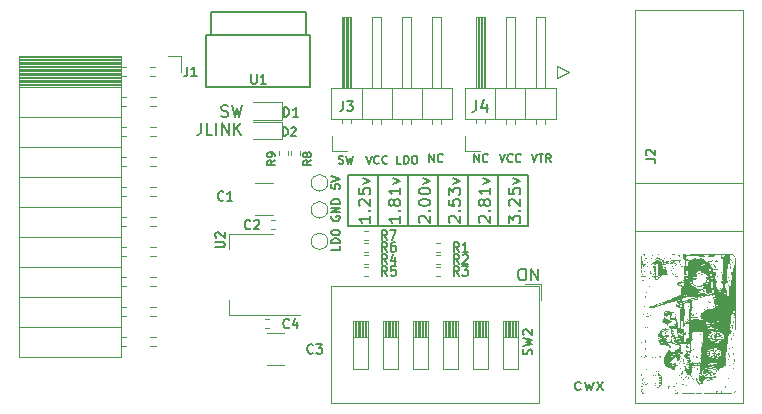
<source format=gbr>
%TF.GenerationSoftware,KiCad,Pcbnew,7.0.6*%
%TF.CreationDate,2024-02-05T23:01:20+08:00*%
%TF.ProjectId,jlink_power,6a6c696e-6b5f-4706-9f77-65722e6b6963,rev?*%
%TF.SameCoordinates,Original*%
%TF.FileFunction,Legend,Top*%
%TF.FilePolarity,Positive*%
%FSLAX46Y46*%
G04 Gerber Fmt 4.6, Leading zero omitted, Abs format (unit mm)*
G04 Created by KiCad (PCBNEW 7.0.6) date 2024-02-05 23:01:20*
%MOMM*%
%LPD*%
G01*
G04 APERTURE LIST*
%ADD10C,0.150000*%
%ADD11C,0.200000*%
%ADD12C,0.120000*%
%ADD13C,0.127000*%
G04 APERTURE END LIST*
D10*
X88776350Y-98247200D02*
X88681112Y-98294819D01*
X88681112Y-98294819D02*
X88490636Y-98294819D01*
X88490636Y-98294819D02*
X88395398Y-98247200D01*
X88395398Y-98247200D02*
X88347779Y-98199580D01*
X88347779Y-98199580D02*
X88300160Y-98104342D01*
X88300160Y-98104342D02*
X88300160Y-97818628D01*
X88300160Y-97818628D02*
X88347779Y-97723390D01*
X88347779Y-97723390D02*
X88395398Y-97675771D01*
X88395398Y-97675771D02*
X88490636Y-97628152D01*
X88490636Y-97628152D02*
X88681112Y-97628152D01*
X88681112Y-97628152D02*
X88776350Y-97675771D01*
X89109684Y-97628152D02*
X89300160Y-98294819D01*
X89300160Y-98294819D02*
X89490636Y-97818628D01*
X89490636Y-97818628D02*
X89681112Y-98294819D01*
X89681112Y-98294819D02*
X89871588Y-97628152D01*
X90157303Y-98294819D02*
X90681112Y-97628152D01*
X90157303Y-97628152D02*
X90681112Y-98294819D01*
X75977649Y-79027533D02*
X75977649Y-78327533D01*
X75977649Y-78327533D02*
X76377649Y-79027533D01*
X76377649Y-79027533D02*
X76377649Y-78327533D01*
X77110982Y-78960866D02*
X77077649Y-78994200D01*
X77077649Y-78994200D02*
X76977649Y-79027533D01*
X76977649Y-79027533D02*
X76910982Y-79027533D01*
X76910982Y-79027533D02*
X76810982Y-78994200D01*
X76810982Y-78994200D02*
X76744316Y-78927533D01*
X76744316Y-78927533D02*
X76710982Y-78860866D01*
X76710982Y-78860866D02*
X76677649Y-78727533D01*
X76677649Y-78727533D02*
X76677649Y-78627533D01*
X76677649Y-78627533D02*
X76710982Y-78494200D01*
X76710982Y-78494200D02*
X76744316Y-78427533D01*
X76744316Y-78427533D02*
X76810982Y-78360866D01*
X76810982Y-78360866D02*
X76910982Y-78327533D01*
X76910982Y-78327533D02*
X76977649Y-78327533D01*
X76977649Y-78327533D02*
X77077649Y-78360866D01*
X77077649Y-78360866D02*
X77110982Y-78394200D01*
X79787649Y-79027533D02*
X79787649Y-78327533D01*
X79787649Y-78327533D02*
X80187649Y-79027533D01*
X80187649Y-79027533D02*
X80187649Y-78327533D01*
X80920982Y-78960866D02*
X80887649Y-78994200D01*
X80887649Y-78994200D02*
X80787649Y-79027533D01*
X80787649Y-79027533D02*
X80720982Y-79027533D01*
X80720982Y-79027533D02*
X80620982Y-78994200D01*
X80620982Y-78994200D02*
X80554316Y-78927533D01*
X80554316Y-78927533D02*
X80520982Y-78860866D01*
X80520982Y-78860866D02*
X80487649Y-78727533D01*
X80487649Y-78727533D02*
X80487649Y-78627533D01*
X80487649Y-78627533D02*
X80520982Y-78494200D01*
X80520982Y-78494200D02*
X80554316Y-78427533D01*
X80554316Y-78427533D02*
X80620982Y-78360866D01*
X80620982Y-78360866D02*
X80720982Y-78327533D01*
X80720982Y-78327533D02*
X80787649Y-78327533D01*
X80787649Y-78327533D02*
X80887649Y-78360866D01*
X80887649Y-78360866D02*
X80920982Y-78394200D01*
X68290982Y-79121200D02*
X68390982Y-79154533D01*
X68390982Y-79154533D02*
X68557649Y-79154533D01*
X68557649Y-79154533D02*
X68624315Y-79121200D01*
X68624315Y-79121200D02*
X68657649Y-79087866D01*
X68657649Y-79087866D02*
X68690982Y-79021200D01*
X68690982Y-79021200D02*
X68690982Y-78954533D01*
X68690982Y-78954533D02*
X68657649Y-78887866D01*
X68657649Y-78887866D02*
X68624315Y-78854533D01*
X68624315Y-78854533D02*
X68557649Y-78821200D01*
X68557649Y-78821200D02*
X68424315Y-78787866D01*
X68424315Y-78787866D02*
X68357649Y-78754533D01*
X68357649Y-78754533D02*
X68324315Y-78721200D01*
X68324315Y-78721200D02*
X68290982Y-78654533D01*
X68290982Y-78654533D02*
X68290982Y-78587866D01*
X68290982Y-78587866D02*
X68324315Y-78521200D01*
X68324315Y-78521200D02*
X68357649Y-78487866D01*
X68357649Y-78487866D02*
X68424315Y-78454533D01*
X68424315Y-78454533D02*
X68590982Y-78454533D01*
X68590982Y-78454533D02*
X68690982Y-78487866D01*
X68924316Y-78454533D02*
X69090982Y-79154533D01*
X69090982Y-79154533D02*
X69224316Y-78654533D01*
X69224316Y-78654533D02*
X69357649Y-79154533D01*
X69357649Y-79154533D02*
X69524316Y-78454533D01*
X70611982Y-78454533D02*
X70845316Y-79154533D01*
X70845316Y-79154533D02*
X71078649Y-78454533D01*
X71711982Y-79087866D02*
X71678649Y-79121200D01*
X71678649Y-79121200D02*
X71578649Y-79154533D01*
X71578649Y-79154533D02*
X71511982Y-79154533D01*
X71511982Y-79154533D02*
X71411982Y-79121200D01*
X71411982Y-79121200D02*
X71345316Y-79054533D01*
X71345316Y-79054533D02*
X71311982Y-78987866D01*
X71311982Y-78987866D02*
X71278649Y-78854533D01*
X71278649Y-78854533D02*
X71278649Y-78754533D01*
X71278649Y-78754533D02*
X71311982Y-78621200D01*
X71311982Y-78621200D02*
X71345316Y-78554533D01*
X71345316Y-78554533D02*
X71411982Y-78487866D01*
X71411982Y-78487866D02*
X71511982Y-78454533D01*
X71511982Y-78454533D02*
X71578649Y-78454533D01*
X71578649Y-78454533D02*
X71678649Y-78487866D01*
X71678649Y-78487866D02*
X71711982Y-78521200D01*
X72411982Y-79087866D02*
X72378649Y-79121200D01*
X72378649Y-79121200D02*
X72278649Y-79154533D01*
X72278649Y-79154533D02*
X72211982Y-79154533D01*
X72211982Y-79154533D02*
X72111982Y-79121200D01*
X72111982Y-79121200D02*
X72045316Y-79054533D01*
X72045316Y-79054533D02*
X72011982Y-78987866D01*
X72011982Y-78987866D02*
X71978649Y-78854533D01*
X71978649Y-78854533D02*
X71978649Y-78754533D01*
X71978649Y-78754533D02*
X72011982Y-78621200D01*
X72011982Y-78621200D02*
X72045316Y-78554533D01*
X72045316Y-78554533D02*
X72111982Y-78487866D01*
X72111982Y-78487866D02*
X72211982Y-78454533D01*
X72211982Y-78454533D02*
X72278649Y-78454533D01*
X72278649Y-78454533D02*
X72378649Y-78487866D01*
X72378649Y-78487866D02*
X72411982Y-78521200D01*
X73585316Y-79154533D02*
X73251982Y-79154533D01*
X73251982Y-79154533D02*
X73251982Y-78454533D01*
X73818649Y-79154533D02*
X73818649Y-78454533D01*
X73818649Y-78454533D02*
X73985316Y-78454533D01*
X73985316Y-78454533D02*
X74085316Y-78487866D01*
X74085316Y-78487866D02*
X74151983Y-78554533D01*
X74151983Y-78554533D02*
X74185316Y-78621200D01*
X74185316Y-78621200D02*
X74218649Y-78754533D01*
X74218649Y-78754533D02*
X74218649Y-78854533D01*
X74218649Y-78854533D02*
X74185316Y-78987866D01*
X74185316Y-78987866D02*
X74151983Y-79054533D01*
X74151983Y-79054533D02*
X74085316Y-79121200D01*
X74085316Y-79121200D02*
X73985316Y-79154533D01*
X73985316Y-79154533D02*
X73818649Y-79154533D01*
X74651983Y-78454533D02*
X74785316Y-78454533D01*
X74785316Y-78454533D02*
X74851983Y-78487866D01*
X74851983Y-78487866D02*
X74918649Y-78554533D01*
X74918649Y-78554533D02*
X74951983Y-78687866D01*
X74951983Y-78687866D02*
X74951983Y-78921200D01*
X74951983Y-78921200D02*
X74918649Y-79054533D01*
X74918649Y-79054533D02*
X74851983Y-79121200D01*
X74851983Y-79121200D02*
X74785316Y-79154533D01*
X74785316Y-79154533D02*
X74651983Y-79154533D01*
X74651983Y-79154533D02*
X74585316Y-79121200D01*
X74585316Y-79121200D02*
X74518649Y-79054533D01*
X74518649Y-79054533D02*
X74485316Y-78921200D01*
X74485316Y-78921200D02*
X74485316Y-78687866D01*
X74485316Y-78687866D02*
X74518649Y-78554533D01*
X74518649Y-78554533D02*
X74585316Y-78487866D01*
X74585316Y-78487866D02*
X74651983Y-78454533D01*
X84621649Y-78327533D02*
X84854983Y-79027533D01*
X84854983Y-79027533D02*
X85088316Y-78327533D01*
X85221649Y-78327533D02*
X85621649Y-78327533D01*
X85421649Y-79027533D02*
X85421649Y-78327533D01*
X86254982Y-79027533D02*
X86021649Y-78694200D01*
X85854982Y-79027533D02*
X85854982Y-78327533D01*
X85854982Y-78327533D02*
X86121649Y-78327533D01*
X86121649Y-78327533D02*
X86188316Y-78360866D01*
X86188316Y-78360866D02*
X86221649Y-78394200D01*
X86221649Y-78394200D02*
X86254982Y-78460866D01*
X86254982Y-78460866D02*
X86254982Y-78560866D01*
X86254982Y-78560866D02*
X86221649Y-78627533D01*
X86221649Y-78627533D02*
X86188316Y-78660866D01*
X86188316Y-78660866D02*
X86121649Y-78694200D01*
X86121649Y-78694200D02*
X85854982Y-78694200D01*
X81914982Y-78327533D02*
X82148316Y-79027533D01*
X82148316Y-79027533D02*
X82381649Y-78327533D01*
X83014982Y-78960866D02*
X82981649Y-78994200D01*
X82981649Y-78994200D02*
X82881649Y-79027533D01*
X82881649Y-79027533D02*
X82814982Y-79027533D01*
X82814982Y-79027533D02*
X82714982Y-78994200D01*
X82714982Y-78994200D02*
X82648316Y-78927533D01*
X82648316Y-78927533D02*
X82614982Y-78860866D01*
X82614982Y-78860866D02*
X82581649Y-78727533D01*
X82581649Y-78727533D02*
X82581649Y-78627533D01*
X82581649Y-78627533D02*
X82614982Y-78494200D01*
X82614982Y-78494200D02*
X82648316Y-78427533D01*
X82648316Y-78427533D02*
X82714982Y-78360866D01*
X82714982Y-78360866D02*
X82814982Y-78327533D01*
X82814982Y-78327533D02*
X82881649Y-78327533D01*
X82881649Y-78327533D02*
X82981649Y-78360866D01*
X82981649Y-78360866D02*
X83014982Y-78394200D01*
X83714982Y-78960866D02*
X83681649Y-78994200D01*
X83681649Y-78994200D02*
X83581649Y-79027533D01*
X83581649Y-79027533D02*
X83514982Y-79027533D01*
X83514982Y-79027533D02*
X83414982Y-78994200D01*
X83414982Y-78994200D02*
X83348316Y-78927533D01*
X83348316Y-78927533D02*
X83314982Y-78860866D01*
X83314982Y-78860866D02*
X83281649Y-78727533D01*
X83281649Y-78727533D02*
X83281649Y-78627533D01*
X83281649Y-78627533D02*
X83314982Y-78494200D01*
X83314982Y-78494200D02*
X83348316Y-78427533D01*
X83348316Y-78427533D02*
X83414982Y-78360866D01*
X83414982Y-78360866D02*
X83514982Y-78327533D01*
X83514982Y-78327533D02*
X83581649Y-78327533D01*
X83581649Y-78327533D02*
X83681649Y-78360866D01*
X83681649Y-78360866D02*
X83714982Y-78394200D01*
D11*
X56648387Y-75702219D02*
X56648387Y-76416504D01*
X56648387Y-76416504D02*
X56600768Y-76559361D01*
X56600768Y-76559361D02*
X56505530Y-76654600D01*
X56505530Y-76654600D02*
X56362673Y-76702219D01*
X56362673Y-76702219D02*
X56267435Y-76702219D01*
X57600768Y-76702219D02*
X57124578Y-76702219D01*
X57124578Y-76702219D02*
X57124578Y-75702219D01*
X57934102Y-76702219D02*
X57934102Y-75702219D01*
X58410292Y-76702219D02*
X58410292Y-75702219D01*
X58410292Y-75702219D02*
X58981720Y-76702219D01*
X58981720Y-76702219D02*
X58981720Y-75702219D01*
X59457911Y-76702219D02*
X59457911Y-75702219D01*
X60029339Y-76702219D02*
X59600768Y-76130790D01*
X60029339Y-75702219D02*
X59457911Y-76273647D01*
X58361054Y-75130600D02*
X58503911Y-75178219D01*
X58503911Y-75178219D02*
X58742006Y-75178219D01*
X58742006Y-75178219D02*
X58837244Y-75130600D01*
X58837244Y-75130600D02*
X58884863Y-75082980D01*
X58884863Y-75082980D02*
X58932482Y-74987742D01*
X58932482Y-74987742D02*
X58932482Y-74892504D01*
X58932482Y-74892504D02*
X58884863Y-74797266D01*
X58884863Y-74797266D02*
X58837244Y-74749647D01*
X58837244Y-74749647D02*
X58742006Y-74702028D01*
X58742006Y-74702028D02*
X58551530Y-74654409D01*
X58551530Y-74654409D02*
X58456292Y-74606790D01*
X58456292Y-74606790D02*
X58408673Y-74559171D01*
X58408673Y-74559171D02*
X58361054Y-74463933D01*
X58361054Y-74463933D02*
X58361054Y-74368695D01*
X58361054Y-74368695D02*
X58408673Y-74273457D01*
X58408673Y-74273457D02*
X58456292Y-74225838D01*
X58456292Y-74225838D02*
X58551530Y-74178219D01*
X58551530Y-74178219D02*
X58789625Y-74178219D01*
X58789625Y-74178219D02*
X58932482Y-74225838D01*
X59265816Y-74178219D02*
X59503911Y-75178219D01*
X59503911Y-75178219D02*
X59694387Y-74463933D01*
X59694387Y-74463933D02*
X59884863Y-75178219D01*
X59884863Y-75178219D02*
X60122959Y-74178219D01*
X83745149Y-88021219D02*
X83935625Y-88021219D01*
X83935625Y-88021219D02*
X84030863Y-88068838D01*
X84030863Y-88068838D02*
X84126101Y-88164076D01*
X84126101Y-88164076D02*
X84173720Y-88354552D01*
X84173720Y-88354552D02*
X84173720Y-88687885D01*
X84173720Y-88687885D02*
X84126101Y-88878361D01*
X84126101Y-88878361D02*
X84030863Y-88973600D01*
X84030863Y-88973600D02*
X83935625Y-89021219D01*
X83935625Y-89021219D02*
X83745149Y-89021219D01*
X83745149Y-89021219D02*
X83649911Y-88973600D01*
X83649911Y-88973600D02*
X83554673Y-88878361D01*
X83554673Y-88878361D02*
X83507054Y-88687885D01*
X83507054Y-88687885D02*
X83507054Y-88354552D01*
X83507054Y-88354552D02*
X83554673Y-88164076D01*
X83554673Y-88164076D02*
X83649911Y-88068838D01*
X83649911Y-88068838D02*
X83745149Y-88021219D01*
X84602292Y-89021219D02*
X84602292Y-88021219D01*
X84602292Y-88021219D02*
X85173720Y-89021219D01*
X85173720Y-89021219D02*
X85173720Y-88021219D01*
D10*
X84328000Y-80137000D02*
X69088000Y-80137000D01*
X84328000Y-84455000D02*
X69088000Y-84455000D01*
D11*
X82687219Y-84180564D02*
X82687219Y-83561517D01*
X82687219Y-83561517D02*
X83068171Y-83894850D01*
X83068171Y-83894850D02*
X83068171Y-83751993D01*
X83068171Y-83751993D02*
X83115790Y-83656755D01*
X83115790Y-83656755D02*
X83163409Y-83609136D01*
X83163409Y-83609136D02*
X83258647Y-83561517D01*
X83258647Y-83561517D02*
X83496742Y-83561517D01*
X83496742Y-83561517D02*
X83591980Y-83609136D01*
X83591980Y-83609136D02*
X83639600Y-83656755D01*
X83639600Y-83656755D02*
X83687219Y-83751993D01*
X83687219Y-83751993D02*
X83687219Y-84037707D01*
X83687219Y-84037707D02*
X83639600Y-84132945D01*
X83639600Y-84132945D02*
X83591980Y-84180564D01*
X83591980Y-83132945D02*
X83639600Y-83085326D01*
X83639600Y-83085326D02*
X83687219Y-83132945D01*
X83687219Y-83132945D02*
X83639600Y-83180564D01*
X83639600Y-83180564D02*
X83591980Y-83132945D01*
X83591980Y-83132945D02*
X83687219Y-83132945D01*
X82782457Y-82704374D02*
X82734838Y-82656755D01*
X82734838Y-82656755D02*
X82687219Y-82561517D01*
X82687219Y-82561517D02*
X82687219Y-82323422D01*
X82687219Y-82323422D02*
X82734838Y-82228184D01*
X82734838Y-82228184D02*
X82782457Y-82180565D01*
X82782457Y-82180565D02*
X82877695Y-82132946D01*
X82877695Y-82132946D02*
X82972933Y-82132946D01*
X82972933Y-82132946D02*
X83115790Y-82180565D01*
X83115790Y-82180565D02*
X83687219Y-82751993D01*
X83687219Y-82751993D02*
X83687219Y-82132946D01*
X82687219Y-81228184D02*
X82687219Y-81704374D01*
X82687219Y-81704374D02*
X83163409Y-81751993D01*
X83163409Y-81751993D02*
X83115790Y-81704374D01*
X83115790Y-81704374D02*
X83068171Y-81609136D01*
X83068171Y-81609136D02*
X83068171Y-81371041D01*
X83068171Y-81371041D02*
X83115790Y-81275803D01*
X83115790Y-81275803D02*
X83163409Y-81228184D01*
X83163409Y-81228184D02*
X83258647Y-81180565D01*
X83258647Y-81180565D02*
X83496742Y-81180565D01*
X83496742Y-81180565D02*
X83591980Y-81228184D01*
X83591980Y-81228184D02*
X83639600Y-81275803D01*
X83639600Y-81275803D02*
X83687219Y-81371041D01*
X83687219Y-81371041D02*
X83687219Y-81609136D01*
X83687219Y-81609136D02*
X83639600Y-81704374D01*
X83639600Y-81704374D02*
X83591980Y-81751993D01*
X83020552Y-80847231D02*
X83687219Y-80609136D01*
X83687219Y-80609136D02*
X83020552Y-80371041D01*
D10*
X69088000Y-84455000D02*
X69088000Y-80137000D01*
X84328000Y-84455000D02*
X84328000Y-80137000D01*
D11*
X80242457Y-84132945D02*
X80194838Y-84085326D01*
X80194838Y-84085326D02*
X80147219Y-83990088D01*
X80147219Y-83990088D02*
X80147219Y-83751993D01*
X80147219Y-83751993D02*
X80194838Y-83656755D01*
X80194838Y-83656755D02*
X80242457Y-83609136D01*
X80242457Y-83609136D02*
X80337695Y-83561517D01*
X80337695Y-83561517D02*
X80432933Y-83561517D01*
X80432933Y-83561517D02*
X80575790Y-83609136D01*
X80575790Y-83609136D02*
X81147219Y-84180564D01*
X81147219Y-84180564D02*
X81147219Y-83561517D01*
X81051980Y-83132945D02*
X81099600Y-83085326D01*
X81099600Y-83085326D02*
X81147219Y-83132945D01*
X81147219Y-83132945D02*
X81099600Y-83180564D01*
X81099600Y-83180564D02*
X81051980Y-83132945D01*
X81051980Y-83132945D02*
X81147219Y-83132945D01*
X80575790Y-82513898D02*
X80528171Y-82609136D01*
X80528171Y-82609136D02*
X80480552Y-82656755D01*
X80480552Y-82656755D02*
X80385314Y-82704374D01*
X80385314Y-82704374D02*
X80337695Y-82704374D01*
X80337695Y-82704374D02*
X80242457Y-82656755D01*
X80242457Y-82656755D02*
X80194838Y-82609136D01*
X80194838Y-82609136D02*
X80147219Y-82513898D01*
X80147219Y-82513898D02*
X80147219Y-82323422D01*
X80147219Y-82323422D02*
X80194838Y-82228184D01*
X80194838Y-82228184D02*
X80242457Y-82180565D01*
X80242457Y-82180565D02*
X80337695Y-82132946D01*
X80337695Y-82132946D02*
X80385314Y-82132946D01*
X80385314Y-82132946D02*
X80480552Y-82180565D01*
X80480552Y-82180565D02*
X80528171Y-82228184D01*
X80528171Y-82228184D02*
X80575790Y-82323422D01*
X80575790Y-82323422D02*
X80575790Y-82513898D01*
X80575790Y-82513898D02*
X80623409Y-82609136D01*
X80623409Y-82609136D02*
X80671028Y-82656755D01*
X80671028Y-82656755D02*
X80766266Y-82704374D01*
X80766266Y-82704374D02*
X80956742Y-82704374D01*
X80956742Y-82704374D02*
X81051980Y-82656755D01*
X81051980Y-82656755D02*
X81099600Y-82609136D01*
X81099600Y-82609136D02*
X81147219Y-82513898D01*
X81147219Y-82513898D02*
X81147219Y-82323422D01*
X81147219Y-82323422D02*
X81099600Y-82228184D01*
X81099600Y-82228184D02*
X81051980Y-82180565D01*
X81051980Y-82180565D02*
X80956742Y-82132946D01*
X80956742Y-82132946D02*
X80766266Y-82132946D01*
X80766266Y-82132946D02*
X80671028Y-82180565D01*
X80671028Y-82180565D02*
X80623409Y-82228184D01*
X80623409Y-82228184D02*
X80575790Y-82323422D01*
X81147219Y-81180565D02*
X81147219Y-81751993D01*
X81147219Y-81466279D02*
X80147219Y-81466279D01*
X80147219Y-81466279D02*
X80290076Y-81561517D01*
X80290076Y-81561517D02*
X80385314Y-81656755D01*
X80385314Y-81656755D02*
X80432933Y-81751993D01*
X80480552Y-80847231D02*
X81147219Y-80609136D01*
X81147219Y-80609136D02*
X80480552Y-80371041D01*
X77702457Y-84132945D02*
X77654838Y-84085326D01*
X77654838Y-84085326D02*
X77607219Y-83990088D01*
X77607219Y-83990088D02*
X77607219Y-83751993D01*
X77607219Y-83751993D02*
X77654838Y-83656755D01*
X77654838Y-83656755D02*
X77702457Y-83609136D01*
X77702457Y-83609136D02*
X77797695Y-83561517D01*
X77797695Y-83561517D02*
X77892933Y-83561517D01*
X77892933Y-83561517D02*
X78035790Y-83609136D01*
X78035790Y-83609136D02*
X78607219Y-84180564D01*
X78607219Y-84180564D02*
X78607219Y-83561517D01*
X78511980Y-83132945D02*
X78559600Y-83085326D01*
X78559600Y-83085326D02*
X78607219Y-83132945D01*
X78607219Y-83132945D02*
X78559600Y-83180564D01*
X78559600Y-83180564D02*
X78511980Y-83132945D01*
X78511980Y-83132945D02*
X78607219Y-83132945D01*
X77607219Y-82180565D02*
X77607219Y-82656755D01*
X77607219Y-82656755D02*
X78083409Y-82704374D01*
X78083409Y-82704374D02*
X78035790Y-82656755D01*
X78035790Y-82656755D02*
X77988171Y-82561517D01*
X77988171Y-82561517D02*
X77988171Y-82323422D01*
X77988171Y-82323422D02*
X78035790Y-82228184D01*
X78035790Y-82228184D02*
X78083409Y-82180565D01*
X78083409Y-82180565D02*
X78178647Y-82132946D01*
X78178647Y-82132946D02*
X78416742Y-82132946D01*
X78416742Y-82132946D02*
X78511980Y-82180565D01*
X78511980Y-82180565D02*
X78559600Y-82228184D01*
X78559600Y-82228184D02*
X78607219Y-82323422D01*
X78607219Y-82323422D02*
X78607219Y-82561517D01*
X78607219Y-82561517D02*
X78559600Y-82656755D01*
X78559600Y-82656755D02*
X78511980Y-82704374D01*
X77607219Y-81799612D02*
X77607219Y-81180565D01*
X77607219Y-81180565D02*
X77988171Y-81513898D01*
X77988171Y-81513898D02*
X77988171Y-81371041D01*
X77988171Y-81371041D02*
X78035790Y-81275803D01*
X78035790Y-81275803D02*
X78083409Y-81228184D01*
X78083409Y-81228184D02*
X78178647Y-81180565D01*
X78178647Y-81180565D02*
X78416742Y-81180565D01*
X78416742Y-81180565D02*
X78511980Y-81228184D01*
X78511980Y-81228184D02*
X78559600Y-81275803D01*
X78559600Y-81275803D02*
X78607219Y-81371041D01*
X78607219Y-81371041D02*
X78607219Y-81656755D01*
X78607219Y-81656755D02*
X78559600Y-81751993D01*
X78559600Y-81751993D02*
X78511980Y-81799612D01*
X77940552Y-80847231D02*
X78607219Y-80609136D01*
X78607219Y-80609136D02*
X77940552Y-80371041D01*
X75162457Y-84132945D02*
X75114838Y-84085326D01*
X75114838Y-84085326D02*
X75067219Y-83990088D01*
X75067219Y-83990088D02*
X75067219Y-83751993D01*
X75067219Y-83751993D02*
X75114838Y-83656755D01*
X75114838Y-83656755D02*
X75162457Y-83609136D01*
X75162457Y-83609136D02*
X75257695Y-83561517D01*
X75257695Y-83561517D02*
X75352933Y-83561517D01*
X75352933Y-83561517D02*
X75495790Y-83609136D01*
X75495790Y-83609136D02*
X76067219Y-84180564D01*
X76067219Y-84180564D02*
X76067219Y-83561517D01*
X75971980Y-83132945D02*
X76019600Y-83085326D01*
X76019600Y-83085326D02*
X76067219Y-83132945D01*
X76067219Y-83132945D02*
X76019600Y-83180564D01*
X76019600Y-83180564D02*
X75971980Y-83132945D01*
X75971980Y-83132945D02*
X76067219Y-83132945D01*
X75067219Y-82466279D02*
X75067219Y-82371041D01*
X75067219Y-82371041D02*
X75114838Y-82275803D01*
X75114838Y-82275803D02*
X75162457Y-82228184D01*
X75162457Y-82228184D02*
X75257695Y-82180565D01*
X75257695Y-82180565D02*
X75448171Y-82132946D01*
X75448171Y-82132946D02*
X75686266Y-82132946D01*
X75686266Y-82132946D02*
X75876742Y-82180565D01*
X75876742Y-82180565D02*
X75971980Y-82228184D01*
X75971980Y-82228184D02*
X76019600Y-82275803D01*
X76019600Y-82275803D02*
X76067219Y-82371041D01*
X76067219Y-82371041D02*
X76067219Y-82466279D01*
X76067219Y-82466279D02*
X76019600Y-82561517D01*
X76019600Y-82561517D02*
X75971980Y-82609136D01*
X75971980Y-82609136D02*
X75876742Y-82656755D01*
X75876742Y-82656755D02*
X75686266Y-82704374D01*
X75686266Y-82704374D02*
X75448171Y-82704374D01*
X75448171Y-82704374D02*
X75257695Y-82656755D01*
X75257695Y-82656755D02*
X75162457Y-82609136D01*
X75162457Y-82609136D02*
X75114838Y-82561517D01*
X75114838Y-82561517D02*
X75067219Y-82466279D01*
X75067219Y-81513898D02*
X75067219Y-81418660D01*
X75067219Y-81418660D02*
X75114838Y-81323422D01*
X75114838Y-81323422D02*
X75162457Y-81275803D01*
X75162457Y-81275803D02*
X75257695Y-81228184D01*
X75257695Y-81228184D02*
X75448171Y-81180565D01*
X75448171Y-81180565D02*
X75686266Y-81180565D01*
X75686266Y-81180565D02*
X75876742Y-81228184D01*
X75876742Y-81228184D02*
X75971980Y-81275803D01*
X75971980Y-81275803D02*
X76019600Y-81323422D01*
X76019600Y-81323422D02*
X76067219Y-81418660D01*
X76067219Y-81418660D02*
X76067219Y-81513898D01*
X76067219Y-81513898D02*
X76019600Y-81609136D01*
X76019600Y-81609136D02*
X75971980Y-81656755D01*
X75971980Y-81656755D02*
X75876742Y-81704374D01*
X75876742Y-81704374D02*
X75686266Y-81751993D01*
X75686266Y-81751993D02*
X75448171Y-81751993D01*
X75448171Y-81751993D02*
X75257695Y-81704374D01*
X75257695Y-81704374D02*
X75162457Y-81656755D01*
X75162457Y-81656755D02*
X75114838Y-81609136D01*
X75114838Y-81609136D02*
X75067219Y-81513898D01*
X75400552Y-80847231D02*
X76067219Y-80609136D01*
X76067219Y-80609136D02*
X75400552Y-80371041D01*
X73527219Y-83561517D02*
X73527219Y-84132945D01*
X73527219Y-83847231D02*
X72527219Y-83847231D01*
X72527219Y-83847231D02*
X72670076Y-83942469D01*
X72670076Y-83942469D02*
X72765314Y-84037707D01*
X72765314Y-84037707D02*
X72812933Y-84132945D01*
X73431980Y-83132945D02*
X73479600Y-83085326D01*
X73479600Y-83085326D02*
X73527219Y-83132945D01*
X73527219Y-83132945D02*
X73479600Y-83180564D01*
X73479600Y-83180564D02*
X73431980Y-83132945D01*
X73431980Y-83132945D02*
X73527219Y-83132945D01*
X72955790Y-82513898D02*
X72908171Y-82609136D01*
X72908171Y-82609136D02*
X72860552Y-82656755D01*
X72860552Y-82656755D02*
X72765314Y-82704374D01*
X72765314Y-82704374D02*
X72717695Y-82704374D01*
X72717695Y-82704374D02*
X72622457Y-82656755D01*
X72622457Y-82656755D02*
X72574838Y-82609136D01*
X72574838Y-82609136D02*
X72527219Y-82513898D01*
X72527219Y-82513898D02*
X72527219Y-82323422D01*
X72527219Y-82323422D02*
X72574838Y-82228184D01*
X72574838Y-82228184D02*
X72622457Y-82180565D01*
X72622457Y-82180565D02*
X72717695Y-82132946D01*
X72717695Y-82132946D02*
X72765314Y-82132946D01*
X72765314Y-82132946D02*
X72860552Y-82180565D01*
X72860552Y-82180565D02*
X72908171Y-82228184D01*
X72908171Y-82228184D02*
X72955790Y-82323422D01*
X72955790Y-82323422D02*
X72955790Y-82513898D01*
X72955790Y-82513898D02*
X73003409Y-82609136D01*
X73003409Y-82609136D02*
X73051028Y-82656755D01*
X73051028Y-82656755D02*
X73146266Y-82704374D01*
X73146266Y-82704374D02*
X73336742Y-82704374D01*
X73336742Y-82704374D02*
X73431980Y-82656755D01*
X73431980Y-82656755D02*
X73479600Y-82609136D01*
X73479600Y-82609136D02*
X73527219Y-82513898D01*
X73527219Y-82513898D02*
X73527219Y-82323422D01*
X73527219Y-82323422D02*
X73479600Y-82228184D01*
X73479600Y-82228184D02*
X73431980Y-82180565D01*
X73431980Y-82180565D02*
X73336742Y-82132946D01*
X73336742Y-82132946D02*
X73146266Y-82132946D01*
X73146266Y-82132946D02*
X73051028Y-82180565D01*
X73051028Y-82180565D02*
X73003409Y-82228184D01*
X73003409Y-82228184D02*
X72955790Y-82323422D01*
X73527219Y-81180565D02*
X73527219Y-81751993D01*
X73527219Y-81466279D02*
X72527219Y-81466279D01*
X72527219Y-81466279D02*
X72670076Y-81561517D01*
X72670076Y-81561517D02*
X72765314Y-81656755D01*
X72765314Y-81656755D02*
X72812933Y-81751993D01*
X72860552Y-80847231D02*
X73527219Y-80609136D01*
X73527219Y-80609136D02*
X72860552Y-80371041D01*
D10*
X81788000Y-84455000D02*
X81788000Y-80137000D01*
X79248000Y-84455000D02*
X79248000Y-80137000D01*
X76708000Y-84455000D02*
X76708000Y-80137000D01*
X74168000Y-84455000D02*
X74168000Y-80137000D01*
X71628000Y-84455000D02*
X71628000Y-80137000D01*
D11*
X70987219Y-83561517D02*
X70987219Y-84132945D01*
X70987219Y-83847231D02*
X69987219Y-83847231D01*
X69987219Y-83847231D02*
X70130076Y-83942469D01*
X70130076Y-83942469D02*
X70225314Y-84037707D01*
X70225314Y-84037707D02*
X70272933Y-84132945D01*
X70891980Y-83132945D02*
X70939600Y-83085326D01*
X70939600Y-83085326D02*
X70987219Y-83132945D01*
X70987219Y-83132945D02*
X70939600Y-83180564D01*
X70939600Y-83180564D02*
X70891980Y-83132945D01*
X70891980Y-83132945D02*
X70987219Y-83132945D01*
X70082457Y-82704374D02*
X70034838Y-82656755D01*
X70034838Y-82656755D02*
X69987219Y-82561517D01*
X69987219Y-82561517D02*
X69987219Y-82323422D01*
X69987219Y-82323422D02*
X70034838Y-82228184D01*
X70034838Y-82228184D02*
X70082457Y-82180565D01*
X70082457Y-82180565D02*
X70177695Y-82132946D01*
X70177695Y-82132946D02*
X70272933Y-82132946D01*
X70272933Y-82132946D02*
X70415790Y-82180565D01*
X70415790Y-82180565D02*
X70987219Y-82751993D01*
X70987219Y-82751993D02*
X70987219Y-82132946D01*
X69987219Y-81228184D02*
X69987219Y-81704374D01*
X69987219Y-81704374D02*
X70463409Y-81751993D01*
X70463409Y-81751993D02*
X70415790Y-81704374D01*
X70415790Y-81704374D02*
X70368171Y-81609136D01*
X70368171Y-81609136D02*
X70368171Y-81371041D01*
X70368171Y-81371041D02*
X70415790Y-81275803D01*
X70415790Y-81275803D02*
X70463409Y-81228184D01*
X70463409Y-81228184D02*
X70558647Y-81180565D01*
X70558647Y-81180565D02*
X70796742Y-81180565D01*
X70796742Y-81180565D02*
X70891980Y-81228184D01*
X70891980Y-81228184D02*
X70939600Y-81275803D01*
X70939600Y-81275803D02*
X70987219Y-81371041D01*
X70987219Y-81371041D02*
X70987219Y-81609136D01*
X70987219Y-81609136D02*
X70939600Y-81704374D01*
X70939600Y-81704374D02*
X70891980Y-81751993D01*
X70320552Y-80847231D02*
X70987219Y-80609136D01*
X70987219Y-80609136D02*
X70320552Y-80371041D01*
D10*
X79930666Y-73749819D02*
X79930666Y-74464104D01*
X79930666Y-74464104D02*
X79883047Y-74606961D01*
X79883047Y-74606961D02*
X79787809Y-74702200D01*
X79787809Y-74702200D02*
X79644952Y-74749819D01*
X79644952Y-74749819D02*
X79549714Y-74749819D01*
X80835428Y-74083152D02*
X80835428Y-74749819D01*
X80597333Y-73702200D02*
X80359238Y-74416485D01*
X80359238Y-74416485D02*
X80978285Y-74416485D01*
X67721366Y-83591332D02*
X67688033Y-83657999D01*
X67688033Y-83657999D02*
X67688033Y-83757999D01*
X67688033Y-83757999D02*
X67721366Y-83857999D01*
X67721366Y-83857999D02*
X67788033Y-83924666D01*
X67788033Y-83924666D02*
X67854700Y-83957999D01*
X67854700Y-83957999D02*
X67988033Y-83991332D01*
X67988033Y-83991332D02*
X68088033Y-83991332D01*
X68088033Y-83991332D02*
X68221366Y-83957999D01*
X68221366Y-83957999D02*
X68288033Y-83924666D01*
X68288033Y-83924666D02*
X68354700Y-83857999D01*
X68354700Y-83857999D02*
X68388033Y-83757999D01*
X68388033Y-83757999D02*
X68388033Y-83691332D01*
X68388033Y-83691332D02*
X68354700Y-83591332D01*
X68354700Y-83591332D02*
X68321366Y-83557999D01*
X68321366Y-83557999D02*
X68088033Y-83557999D01*
X68088033Y-83557999D02*
X68088033Y-83691332D01*
X68388033Y-83257999D02*
X67688033Y-83257999D01*
X67688033Y-83257999D02*
X68388033Y-82857999D01*
X68388033Y-82857999D02*
X67688033Y-82857999D01*
X68388033Y-82524666D02*
X67688033Y-82524666D01*
X67688033Y-82524666D02*
X67688033Y-82357999D01*
X67688033Y-82357999D02*
X67721366Y-82257999D01*
X67721366Y-82257999D02*
X67788033Y-82191333D01*
X67788033Y-82191333D02*
X67854700Y-82157999D01*
X67854700Y-82157999D02*
X67988033Y-82124666D01*
X67988033Y-82124666D02*
X68088033Y-82124666D01*
X68088033Y-82124666D02*
X68221366Y-82157999D01*
X68221366Y-82157999D02*
X68288033Y-82191333D01*
X68288033Y-82191333D02*
X68354700Y-82257999D01*
X68354700Y-82257999D02*
X68388033Y-82357999D01*
X68388033Y-82357999D02*
X68388033Y-82524666D01*
X68388033Y-86098000D02*
X68388033Y-86431333D01*
X68388033Y-86431333D02*
X67688033Y-86431333D01*
X68388033Y-85864666D02*
X67688033Y-85864666D01*
X67688033Y-85864666D02*
X67688033Y-85697999D01*
X67688033Y-85697999D02*
X67721366Y-85597999D01*
X67721366Y-85597999D02*
X67788033Y-85531333D01*
X67788033Y-85531333D02*
X67854700Y-85497999D01*
X67854700Y-85497999D02*
X67988033Y-85464666D01*
X67988033Y-85464666D02*
X68088033Y-85464666D01*
X68088033Y-85464666D02*
X68221366Y-85497999D01*
X68221366Y-85497999D02*
X68288033Y-85531333D01*
X68288033Y-85531333D02*
X68354700Y-85597999D01*
X68354700Y-85597999D02*
X68388033Y-85697999D01*
X68388033Y-85697999D02*
X68388033Y-85864666D01*
X67688033Y-85031333D02*
X67688033Y-84897999D01*
X67688033Y-84897999D02*
X67721366Y-84831333D01*
X67721366Y-84831333D02*
X67788033Y-84764666D01*
X67788033Y-84764666D02*
X67921366Y-84731333D01*
X67921366Y-84731333D02*
X68154700Y-84731333D01*
X68154700Y-84731333D02*
X68288033Y-84764666D01*
X68288033Y-84764666D02*
X68354700Y-84831333D01*
X68354700Y-84831333D02*
X68388033Y-84897999D01*
X68388033Y-84897999D02*
X68388033Y-85031333D01*
X68388033Y-85031333D02*
X68354700Y-85097999D01*
X68354700Y-85097999D02*
X68288033Y-85164666D01*
X68288033Y-85164666D02*
X68154700Y-85197999D01*
X68154700Y-85197999D02*
X67921366Y-85197999D01*
X67921366Y-85197999D02*
X67788033Y-85164666D01*
X67788033Y-85164666D02*
X67721366Y-85097999D01*
X67721366Y-85097999D02*
X67688033Y-85031333D01*
X67688033Y-80905333D02*
X67688033Y-81238666D01*
X67688033Y-81238666D02*
X68021366Y-81271999D01*
X68021366Y-81271999D02*
X67988033Y-81238666D01*
X67988033Y-81238666D02*
X67954700Y-81171999D01*
X67954700Y-81171999D02*
X67954700Y-81005333D01*
X67954700Y-81005333D02*
X67988033Y-80938666D01*
X67988033Y-80938666D02*
X68021366Y-80905333D01*
X68021366Y-80905333D02*
X68088033Y-80871999D01*
X68088033Y-80871999D02*
X68254700Y-80871999D01*
X68254700Y-80871999D02*
X68321366Y-80905333D01*
X68321366Y-80905333D02*
X68354700Y-80938666D01*
X68354700Y-80938666D02*
X68388033Y-81005333D01*
X68388033Y-81005333D02*
X68388033Y-81171999D01*
X68388033Y-81171999D02*
X68354700Y-81238666D01*
X68354700Y-81238666D02*
X68321366Y-81271999D01*
X67688033Y-80671999D02*
X68388033Y-80438666D01*
X68388033Y-80438666D02*
X67688033Y-80205332D01*
X62927033Y-78856666D02*
X62593700Y-79089999D01*
X62927033Y-79256666D02*
X62227033Y-79256666D01*
X62227033Y-79256666D02*
X62227033Y-78989999D01*
X62227033Y-78989999D02*
X62260366Y-78923333D01*
X62260366Y-78923333D02*
X62293700Y-78889999D01*
X62293700Y-78889999D02*
X62360366Y-78856666D01*
X62360366Y-78856666D02*
X62460366Y-78856666D01*
X62460366Y-78856666D02*
X62527033Y-78889999D01*
X62527033Y-78889999D02*
X62560366Y-78923333D01*
X62560366Y-78923333D02*
X62593700Y-78989999D01*
X62593700Y-78989999D02*
X62593700Y-79256666D01*
X62927033Y-78523333D02*
X62927033Y-78389999D01*
X62927033Y-78389999D02*
X62893700Y-78323333D01*
X62893700Y-78323333D02*
X62860366Y-78289999D01*
X62860366Y-78289999D02*
X62760366Y-78223333D01*
X62760366Y-78223333D02*
X62627033Y-78189999D01*
X62627033Y-78189999D02*
X62360366Y-78189999D01*
X62360366Y-78189999D02*
X62293700Y-78223333D01*
X62293700Y-78223333D02*
X62260366Y-78256666D01*
X62260366Y-78256666D02*
X62227033Y-78323333D01*
X62227033Y-78323333D02*
X62227033Y-78456666D01*
X62227033Y-78456666D02*
X62260366Y-78523333D01*
X62260366Y-78523333D02*
X62293700Y-78556666D01*
X62293700Y-78556666D02*
X62360366Y-78589999D01*
X62360366Y-78589999D02*
X62527033Y-78589999D01*
X62527033Y-78589999D02*
X62593700Y-78556666D01*
X62593700Y-78556666D02*
X62627033Y-78523333D01*
X62627033Y-78523333D02*
X62660366Y-78456666D01*
X62660366Y-78456666D02*
X62660366Y-78323333D01*
X62660366Y-78323333D02*
X62627033Y-78256666D01*
X62627033Y-78256666D02*
X62593700Y-78223333D01*
X62593700Y-78223333D02*
X62527033Y-78189999D01*
X63604333Y-76770033D02*
X63604333Y-76070033D01*
X63604333Y-76070033D02*
X63771000Y-76070033D01*
X63771000Y-76070033D02*
X63871000Y-76103366D01*
X63871000Y-76103366D02*
X63937667Y-76170033D01*
X63937667Y-76170033D02*
X63971000Y-76236700D01*
X63971000Y-76236700D02*
X64004333Y-76370033D01*
X64004333Y-76370033D02*
X64004333Y-76470033D01*
X64004333Y-76470033D02*
X63971000Y-76603366D01*
X63971000Y-76603366D02*
X63937667Y-76670033D01*
X63937667Y-76670033D02*
X63871000Y-76736700D01*
X63871000Y-76736700D02*
X63771000Y-76770033D01*
X63771000Y-76770033D02*
X63604333Y-76770033D01*
X64271000Y-76136700D02*
X64304333Y-76103366D01*
X64304333Y-76103366D02*
X64371000Y-76070033D01*
X64371000Y-76070033D02*
X64537667Y-76070033D01*
X64537667Y-76070033D02*
X64604333Y-76103366D01*
X64604333Y-76103366D02*
X64637667Y-76136700D01*
X64637667Y-76136700D02*
X64671000Y-76203366D01*
X64671000Y-76203366D02*
X64671000Y-76270033D01*
X64671000Y-76270033D02*
X64637667Y-76370033D01*
X64637667Y-76370033D02*
X64237667Y-76770033D01*
X64237667Y-76770033D02*
X64671000Y-76770033D01*
X63657524Y-75165295D02*
X63657524Y-74365295D01*
X63657524Y-74365295D02*
X63848000Y-74365295D01*
X63848000Y-74365295D02*
X63962286Y-74403390D01*
X63962286Y-74403390D02*
X64038476Y-74479580D01*
X64038476Y-74479580D02*
X64076571Y-74555771D01*
X64076571Y-74555771D02*
X64114667Y-74708152D01*
X64114667Y-74708152D02*
X64114667Y-74822438D01*
X64114667Y-74822438D02*
X64076571Y-74974819D01*
X64076571Y-74974819D02*
X64038476Y-75051009D01*
X64038476Y-75051009D02*
X63962286Y-75127200D01*
X63962286Y-75127200D02*
X63848000Y-75165295D01*
X63848000Y-75165295D02*
X63657524Y-75165295D01*
X64876571Y-75165295D02*
X64419428Y-75165295D01*
X64648000Y-75165295D02*
X64648000Y-74365295D01*
X64648000Y-74365295D02*
X64571809Y-74479580D01*
X64571809Y-74479580D02*
X64495619Y-74555771D01*
X64495619Y-74555771D02*
X64419428Y-74593866D01*
X65975033Y-78856666D02*
X65641700Y-79089999D01*
X65975033Y-79256666D02*
X65275033Y-79256666D01*
X65275033Y-79256666D02*
X65275033Y-78989999D01*
X65275033Y-78989999D02*
X65308366Y-78923333D01*
X65308366Y-78923333D02*
X65341700Y-78889999D01*
X65341700Y-78889999D02*
X65408366Y-78856666D01*
X65408366Y-78856666D02*
X65508366Y-78856666D01*
X65508366Y-78856666D02*
X65575033Y-78889999D01*
X65575033Y-78889999D02*
X65608366Y-78923333D01*
X65608366Y-78923333D02*
X65641700Y-78989999D01*
X65641700Y-78989999D02*
X65641700Y-79256666D01*
X65575033Y-78456666D02*
X65541700Y-78523333D01*
X65541700Y-78523333D02*
X65508366Y-78556666D01*
X65508366Y-78556666D02*
X65441700Y-78589999D01*
X65441700Y-78589999D02*
X65408366Y-78589999D01*
X65408366Y-78589999D02*
X65341700Y-78556666D01*
X65341700Y-78556666D02*
X65308366Y-78523333D01*
X65308366Y-78523333D02*
X65275033Y-78456666D01*
X65275033Y-78456666D02*
X65275033Y-78323333D01*
X65275033Y-78323333D02*
X65308366Y-78256666D01*
X65308366Y-78256666D02*
X65341700Y-78223333D01*
X65341700Y-78223333D02*
X65408366Y-78189999D01*
X65408366Y-78189999D02*
X65441700Y-78189999D01*
X65441700Y-78189999D02*
X65508366Y-78223333D01*
X65508366Y-78223333D02*
X65541700Y-78256666D01*
X65541700Y-78256666D02*
X65575033Y-78323333D01*
X65575033Y-78323333D02*
X65575033Y-78456666D01*
X65575033Y-78456666D02*
X65608366Y-78523333D01*
X65608366Y-78523333D02*
X65641700Y-78556666D01*
X65641700Y-78556666D02*
X65708366Y-78589999D01*
X65708366Y-78589999D02*
X65841700Y-78589999D01*
X65841700Y-78589999D02*
X65908366Y-78556666D01*
X65908366Y-78556666D02*
X65941700Y-78523333D01*
X65941700Y-78523333D02*
X65975033Y-78456666D01*
X65975033Y-78456666D02*
X65975033Y-78323333D01*
X65975033Y-78323333D02*
X65941700Y-78256666D01*
X65941700Y-78256666D02*
X65908366Y-78223333D01*
X65908366Y-78223333D02*
X65841700Y-78189999D01*
X65841700Y-78189999D02*
X65708366Y-78189999D01*
X65708366Y-78189999D02*
X65641700Y-78223333D01*
X65641700Y-78223333D02*
X65608366Y-78256666D01*
X65608366Y-78256666D02*
X65575033Y-78323333D01*
X94304295Y-78752666D02*
X94875723Y-78752666D01*
X94875723Y-78752666D02*
X94990009Y-78790761D01*
X94990009Y-78790761D02*
X95066200Y-78866952D01*
X95066200Y-78866952D02*
X95104295Y-78981237D01*
X95104295Y-78981237D02*
X95104295Y-79057428D01*
X94380485Y-78409809D02*
X94342390Y-78371713D01*
X94342390Y-78371713D02*
X94304295Y-78295523D01*
X94304295Y-78295523D02*
X94304295Y-78105047D01*
X94304295Y-78105047D02*
X94342390Y-78028856D01*
X94342390Y-78028856D02*
X94380485Y-77990761D01*
X94380485Y-77990761D02*
X94456676Y-77952666D01*
X94456676Y-77952666D02*
X94532866Y-77952666D01*
X94532866Y-77952666D02*
X94647152Y-77990761D01*
X94647152Y-77990761D02*
X95104295Y-78447904D01*
X95104295Y-78447904D02*
X95104295Y-77952666D01*
X60890476Y-71571295D02*
X60890476Y-72218914D01*
X60890476Y-72218914D02*
X60928571Y-72295104D01*
X60928571Y-72295104D02*
X60966666Y-72333200D01*
X60966666Y-72333200D02*
X61042857Y-72371295D01*
X61042857Y-72371295D02*
X61195238Y-72371295D01*
X61195238Y-72371295D02*
X61271428Y-72333200D01*
X61271428Y-72333200D02*
X61309523Y-72295104D01*
X61309523Y-72295104D02*
X61347619Y-72218914D01*
X61347619Y-72218914D02*
X61347619Y-71571295D01*
X62147618Y-72371295D02*
X61690475Y-72371295D01*
X61919047Y-72371295D02*
X61919047Y-71571295D01*
X61919047Y-71571295D02*
X61842856Y-71685580D01*
X61842856Y-71685580D02*
X61766666Y-71761771D01*
X61766666Y-71761771D02*
X61690475Y-71799866D01*
X84652200Y-95300667D02*
X84690295Y-95186381D01*
X84690295Y-95186381D02*
X84690295Y-94995905D01*
X84690295Y-94995905D02*
X84652200Y-94919714D01*
X84652200Y-94919714D02*
X84614104Y-94881619D01*
X84614104Y-94881619D02*
X84537914Y-94843524D01*
X84537914Y-94843524D02*
X84461723Y-94843524D01*
X84461723Y-94843524D02*
X84385533Y-94881619D01*
X84385533Y-94881619D02*
X84347438Y-94919714D01*
X84347438Y-94919714D02*
X84309342Y-94995905D01*
X84309342Y-94995905D02*
X84271247Y-95148286D01*
X84271247Y-95148286D02*
X84233152Y-95224476D01*
X84233152Y-95224476D02*
X84195057Y-95262571D01*
X84195057Y-95262571D02*
X84118866Y-95300667D01*
X84118866Y-95300667D02*
X84042676Y-95300667D01*
X84042676Y-95300667D02*
X83966485Y-95262571D01*
X83966485Y-95262571D02*
X83928390Y-95224476D01*
X83928390Y-95224476D02*
X83890295Y-95148286D01*
X83890295Y-95148286D02*
X83890295Y-94957809D01*
X83890295Y-94957809D02*
X83928390Y-94843524D01*
X83890295Y-94576857D02*
X84690295Y-94386381D01*
X84690295Y-94386381D02*
X84118866Y-94234000D01*
X84118866Y-94234000D02*
X84690295Y-94081619D01*
X84690295Y-94081619D02*
X83890295Y-93891143D01*
X83966485Y-93624476D02*
X83928390Y-93586380D01*
X83928390Y-93586380D02*
X83890295Y-93510190D01*
X83890295Y-93510190D02*
X83890295Y-93319714D01*
X83890295Y-93319714D02*
X83928390Y-93243523D01*
X83928390Y-93243523D02*
X83966485Y-93205428D01*
X83966485Y-93205428D02*
X84042676Y-93167333D01*
X84042676Y-93167333D02*
X84118866Y-93167333D01*
X84118866Y-93167333D02*
X84233152Y-93205428D01*
X84233152Y-93205428D02*
X84690295Y-93662571D01*
X84690295Y-93662571D02*
X84690295Y-93167333D01*
X57855295Y-86207523D02*
X58502914Y-86207523D01*
X58502914Y-86207523D02*
X58579104Y-86169428D01*
X58579104Y-86169428D02*
X58617200Y-86131333D01*
X58617200Y-86131333D02*
X58655295Y-86055142D01*
X58655295Y-86055142D02*
X58655295Y-85902761D01*
X58655295Y-85902761D02*
X58617200Y-85826571D01*
X58617200Y-85826571D02*
X58579104Y-85788476D01*
X58579104Y-85788476D02*
X58502914Y-85750380D01*
X58502914Y-85750380D02*
X57855295Y-85750380D01*
X57931485Y-85407524D02*
X57893390Y-85369428D01*
X57893390Y-85369428D02*
X57855295Y-85293238D01*
X57855295Y-85293238D02*
X57855295Y-85102762D01*
X57855295Y-85102762D02*
X57893390Y-85026571D01*
X57893390Y-85026571D02*
X57931485Y-84988476D01*
X57931485Y-84988476D02*
X58007676Y-84950381D01*
X58007676Y-84950381D02*
X58083866Y-84950381D01*
X58083866Y-84950381D02*
X58198152Y-84988476D01*
X58198152Y-84988476D02*
X58655295Y-85445619D01*
X58655295Y-85445619D02*
X58655295Y-84950381D01*
X72383667Y-85579295D02*
X72117000Y-85198342D01*
X71926524Y-85579295D02*
X71926524Y-84779295D01*
X71926524Y-84779295D02*
X72231286Y-84779295D01*
X72231286Y-84779295D02*
X72307476Y-84817390D01*
X72307476Y-84817390D02*
X72345571Y-84855485D01*
X72345571Y-84855485D02*
X72383667Y-84931676D01*
X72383667Y-84931676D02*
X72383667Y-85045961D01*
X72383667Y-85045961D02*
X72345571Y-85122152D01*
X72345571Y-85122152D02*
X72307476Y-85160247D01*
X72307476Y-85160247D02*
X72231286Y-85198342D01*
X72231286Y-85198342D02*
X71926524Y-85198342D01*
X72650333Y-84779295D02*
X73183667Y-84779295D01*
X73183667Y-84779295D02*
X72840809Y-85579295D01*
X72383667Y-86595295D02*
X72117000Y-86214342D01*
X71926524Y-86595295D02*
X71926524Y-85795295D01*
X71926524Y-85795295D02*
X72231286Y-85795295D01*
X72231286Y-85795295D02*
X72307476Y-85833390D01*
X72307476Y-85833390D02*
X72345571Y-85871485D01*
X72345571Y-85871485D02*
X72383667Y-85947676D01*
X72383667Y-85947676D02*
X72383667Y-86061961D01*
X72383667Y-86061961D02*
X72345571Y-86138152D01*
X72345571Y-86138152D02*
X72307476Y-86176247D01*
X72307476Y-86176247D02*
X72231286Y-86214342D01*
X72231286Y-86214342D02*
X71926524Y-86214342D01*
X73069381Y-85795295D02*
X72917000Y-85795295D01*
X72917000Y-85795295D02*
X72840809Y-85833390D01*
X72840809Y-85833390D02*
X72802714Y-85871485D01*
X72802714Y-85871485D02*
X72726524Y-85985771D01*
X72726524Y-85985771D02*
X72688428Y-86138152D01*
X72688428Y-86138152D02*
X72688428Y-86442914D01*
X72688428Y-86442914D02*
X72726524Y-86519104D01*
X72726524Y-86519104D02*
X72764619Y-86557200D01*
X72764619Y-86557200D02*
X72840809Y-86595295D01*
X72840809Y-86595295D02*
X72993190Y-86595295D01*
X72993190Y-86595295D02*
X73069381Y-86557200D01*
X73069381Y-86557200D02*
X73107476Y-86519104D01*
X73107476Y-86519104D02*
X73145571Y-86442914D01*
X73145571Y-86442914D02*
X73145571Y-86252438D01*
X73145571Y-86252438D02*
X73107476Y-86176247D01*
X73107476Y-86176247D02*
X73069381Y-86138152D01*
X73069381Y-86138152D02*
X72993190Y-86100057D01*
X72993190Y-86100057D02*
X72840809Y-86100057D01*
X72840809Y-86100057D02*
X72764619Y-86138152D01*
X72764619Y-86138152D02*
X72726524Y-86176247D01*
X72726524Y-86176247D02*
X72688428Y-86252438D01*
X72383667Y-88627295D02*
X72117000Y-88246342D01*
X71926524Y-88627295D02*
X71926524Y-87827295D01*
X71926524Y-87827295D02*
X72231286Y-87827295D01*
X72231286Y-87827295D02*
X72307476Y-87865390D01*
X72307476Y-87865390D02*
X72345571Y-87903485D01*
X72345571Y-87903485D02*
X72383667Y-87979676D01*
X72383667Y-87979676D02*
X72383667Y-88093961D01*
X72383667Y-88093961D02*
X72345571Y-88170152D01*
X72345571Y-88170152D02*
X72307476Y-88208247D01*
X72307476Y-88208247D02*
X72231286Y-88246342D01*
X72231286Y-88246342D02*
X71926524Y-88246342D01*
X73107476Y-87827295D02*
X72726524Y-87827295D01*
X72726524Y-87827295D02*
X72688428Y-88208247D01*
X72688428Y-88208247D02*
X72726524Y-88170152D01*
X72726524Y-88170152D02*
X72802714Y-88132057D01*
X72802714Y-88132057D02*
X72993190Y-88132057D01*
X72993190Y-88132057D02*
X73069381Y-88170152D01*
X73069381Y-88170152D02*
X73107476Y-88208247D01*
X73107476Y-88208247D02*
X73145571Y-88284438D01*
X73145571Y-88284438D02*
X73145571Y-88474914D01*
X73145571Y-88474914D02*
X73107476Y-88551104D01*
X73107476Y-88551104D02*
X73069381Y-88589200D01*
X73069381Y-88589200D02*
X72993190Y-88627295D01*
X72993190Y-88627295D02*
X72802714Y-88627295D01*
X72802714Y-88627295D02*
X72726524Y-88589200D01*
X72726524Y-88589200D02*
X72688428Y-88551104D01*
X72383667Y-87611295D02*
X72117000Y-87230342D01*
X71926524Y-87611295D02*
X71926524Y-86811295D01*
X71926524Y-86811295D02*
X72231286Y-86811295D01*
X72231286Y-86811295D02*
X72307476Y-86849390D01*
X72307476Y-86849390D02*
X72345571Y-86887485D01*
X72345571Y-86887485D02*
X72383667Y-86963676D01*
X72383667Y-86963676D02*
X72383667Y-87077961D01*
X72383667Y-87077961D02*
X72345571Y-87154152D01*
X72345571Y-87154152D02*
X72307476Y-87192247D01*
X72307476Y-87192247D02*
X72231286Y-87230342D01*
X72231286Y-87230342D02*
X71926524Y-87230342D01*
X73069381Y-87077961D02*
X73069381Y-87611295D01*
X72878905Y-86773200D02*
X72688428Y-87344628D01*
X72688428Y-87344628D02*
X73183667Y-87344628D01*
X78479667Y-88627295D02*
X78213000Y-88246342D01*
X78022524Y-88627295D02*
X78022524Y-87827295D01*
X78022524Y-87827295D02*
X78327286Y-87827295D01*
X78327286Y-87827295D02*
X78403476Y-87865390D01*
X78403476Y-87865390D02*
X78441571Y-87903485D01*
X78441571Y-87903485D02*
X78479667Y-87979676D01*
X78479667Y-87979676D02*
X78479667Y-88093961D01*
X78479667Y-88093961D02*
X78441571Y-88170152D01*
X78441571Y-88170152D02*
X78403476Y-88208247D01*
X78403476Y-88208247D02*
X78327286Y-88246342D01*
X78327286Y-88246342D02*
X78022524Y-88246342D01*
X78746333Y-87827295D02*
X79241571Y-87827295D01*
X79241571Y-87827295D02*
X78974905Y-88132057D01*
X78974905Y-88132057D02*
X79089190Y-88132057D01*
X79089190Y-88132057D02*
X79165381Y-88170152D01*
X79165381Y-88170152D02*
X79203476Y-88208247D01*
X79203476Y-88208247D02*
X79241571Y-88284438D01*
X79241571Y-88284438D02*
X79241571Y-88474914D01*
X79241571Y-88474914D02*
X79203476Y-88551104D01*
X79203476Y-88551104D02*
X79165381Y-88589200D01*
X79165381Y-88589200D02*
X79089190Y-88627295D01*
X79089190Y-88627295D02*
X78860619Y-88627295D01*
X78860619Y-88627295D02*
X78784428Y-88589200D01*
X78784428Y-88589200D02*
X78746333Y-88551104D01*
X78479667Y-87611295D02*
X78213000Y-87230342D01*
X78022524Y-87611295D02*
X78022524Y-86811295D01*
X78022524Y-86811295D02*
X78327286Y-86811295D01*
X78327286Y-86811295D02*
X78403476Y-86849390D01*
X78403476Y-86849390D02*
X78441571Y-86887485D01*
X78441571Y-86887485D02*
X78479667Y-86963676D01*
X78479667Y-86963676D02*
X78479667Y-87077961D01*
X78479667Y-87077961D02*
X78441571Y-87154152D01*
X78441571Y-87154152D02*
X78403476Y-87192247D01*
X78403476Y-87192247D02*
X78327286Y-87230342D01*
X78327286Y-87230342D02*
X78022524Y-87230342D01*
X78784428Y-86887485D02*
X78822524Y-86849390D01*
X78822524Y-86849390D02*
X78898714Y-86811295D01*
X78898714Y-86811295D02*
X79089190Y-86811295D01*
X79089190Y-86811295D02*
X79165381Y-86849390D01*
X79165381Y-86849390D02*
X79203476Y-86887485D01*
X79203476Y-86887485D02*
X79241571Y-86963676D01*
X79241571Y-86963676D02*
X79241571Y-87039866D01*
X79241571Y-87039866D02*
X79203476Y-87154152D01*
X79203476Y-87154152D02*
X78746333Y-87611295D01*
X78746333Y-87611295D02*
X79241571Y-87611295D01*
X78479667Y-86595295D02*
X78213000Y-86214342D01*
X78022524Y-86595295D02*
X78022524Y-85795295D01*
X78022524Y-85795295D02*
X78327286Y-85795295D01*
X78327286Y-85795295D02*
X78403476Y-85833390D01*
X78403476Y-85833390D02*
X78441571Y-85871485D01*
X78441571Y-85871485D02*
X78479667Y-85947676D01*
X78479667Y-85947676D02*
X78479667Y-86061961D01*
X78479667Y-86061961D02*
X78441571Y-86138152D01*
X78441571Y-86138152D02*
X78403476Y-86176247D01*
X78403476Y-86176247D02*
X78327286Y-86214342D01*
X78327286Y-86214342D02*
X78022524Y-86214342D01*
X79241571Y-86595295D02*
X78784428Y-86595295D01*
X79013000Y-86595295D02*
X79013000Y-85795295D01*
X79013000Y-85795295D02*
X78936809Y-85909580D01*
X78936809Y-85909580D02*
X78860619Y-85985771D01*
X78860619Y-85985771D02*
X78784428Y-86023866D01*
X68694333Y-73857295D02*
X68694333Y-74428723D01*
X68694333Y-74428723D02*
X68656238Y-74543009D01*
X68656238Y-74543009D02*
X68580047Y-74619200D01*
X68580047Y-74619200D02*
X68465762Y-74657295D01*
X68465762Y-74657295D02*
X68389571Y-74657295D01*
X68999095Y-73857295D02*
X69494333Y-73857295D01*
X69494333Y-73857295D02*
X69227667Y-74162057D01*
X69227667Y-74162057D02*
X69341952Y-74162057D01*
X69341952Y-74162057D02*
X69418143Y-74200152D01*
X69418143Y-74200152D02*
X69456238Y-74238247D01*
X69456238Y-74238247D02*
X69494333Y-74314438D01*
X69494333Y-74314438D02*
X69494333Y-74504914D01*
X69494333Y-74504914D02*
X69456238Y-74581104D01*
X69456238Y-74581104D02*
X69418143Y-74619200D01*
X69418143Y-74619200D02*
X69341952Y-74657295D01*
X69341952Y-74657295D02*
X69113381Y-74657295D01*
X69113381Y-74657295D02*
X69037190Y-74619200D01*
X69037190Y-74619200D02*
X68999095Y-74581104D01*
X64091167Y-92996104D02*
X64053071Y-93034200D01*
X64053071Y-93034200D02*
X63938786Y-93072295D01*
X63938786Y-93072295D02*
X63862595Y-93072295D01*
X63862595Y-93072295D02*
X63748309Y-93034200D01*
X63748309Y-93034200D02*
X63672119Y-92958009D01*
X63672119Y-92958009D02*
X63634024Y-92881819D01*
X63634024Y-92881819D02*
X63595928Y-92729438D01*
X63595928Y-92729438D02*
X63595928Y-92615152D01*
X63595928Y-92615152D02*
X63634024Y-92462771D01*
X63634024Y-92462771D02*
X63672119Y-92386580D01*
X63672119Y-92386580D02*
X63748309Y-92310390D01*
X63748309Y-92310390D02*
X63862595Y-92272295D01*
X63862595Y-92272295D02*
X63938786Y-92272295D01*
X63938786Y-92272295D02*
X64053071Y-92310390D01*
X64053071Y-92310390D02*
X64091167Y-92348485D01*
X64776881Y-92538961D02*
X64776881Y-93072295D01*
X64586405Y-92234200D02*
X64395928Y-92805628D01*
X64395928Y-92805628D02*
X64891167Y-92805628D01*
X66123167Y-95155104D02*
X66085071Y-95193200D01*
X66085071Y-95193200D02*
X65970786Y-95231295D01*
X65970786Y-95231295D02*
X65894595Y-95231295D01*
X65894595Y-95231295D02*
X65780309Y-95193200D01*
X65780309Y-95193200D02*
X65704119Y-95117009D01*
X65704119Y-95117009D02*
X65666024Y-95040819D01*
X65666024Y-95040819D02*
X65627928Y-94888438D01*
X65627928Y-94888438D02*
X65627928Y-94774152D01*
X65627928Y-94774152D02*
X65666024Y-94621771D01*
X65666024Y-94621771D02*
X65704119Y-94545580D01*
X65704119Y-94545580D02*
X65780309Y-94469390D01*
X65780309Y-94469390D02*
X65894595Y-94431295D01*
X65894595Y-94431295D02*
X65970786Y-94431295D01*
X65970786Y-94431295D02*
X66085071Y-94469390D01*
X66085071Y-94469390D02*
X66123167Y-94507485D01*
X66389833Y-94431295D02*
X66885071Y-94431295D01*
X66885071Y-94431295D02*
X66618405Y-94736057D01*
X66618405Y-94736057D02*
X66732690Y-94736057D01*
X66732690Y-94736057D02*
X66808881Y-94774152D01*
X66808881Y-94774152D02*
X66846976Y-94812247D01*
X66846976Y-94812247D02*
X66885071Y-94888438D01*
X66885071Y-94888438D02*
X66885071Y-95078914D01*
X66885071Y-95078914D02*
X66846976Y-95155104D01*
X66846976Y-95155104D02*
X66808881Y-95193200D01*
X66808881Y-95193200D02*
X66732690Y-95231295D01*
X66732690Y-95231295D02*
X66504119Y-95231295D01*
X66504119Y-95231295D02*
X66427928Y-95193200D01*
X66427928Y-95193200D02*
X66389833Y-95155104D01*
X60826667Y-84614104D02*
X60788571Y-84652200D01*
X60788571Y-84652200D02*
X60674286Y-84690295D01*
X60674286Y-84690295D02*
X60598095Y-84690295D01*
X60598095Y-84690295D02*
X60483809Y-84652200D01*
X60483809Y-84652200D02*
X60407619Y-84576009D01*
X60407619Y-84576009D02*
X60369524Y-84499819D01*
X60369524Y-84499819D02*
X60331428Y-84347438D01*
X60331428Y-84347438D02*
X60331428Y-84233152D01*
X60331428Y-84233152D02*
X60369524Y-84080771D01*
X60369524Y-84080771D02*
X60407619Y-84004580D01*
X60407619Y-84004580D02*
X60483809Y-83928390D01*
X60483809Y-83928390D02*
X60598095Y-83890295D01*
X60598095Y-83890295D02*
X60674286Y-83890295D01*
X60674286Y-83890295D02*
X60788571Y-83928390D01*
X60788571Y-83928390D02*
X60826667Y-83966485D01*
X61131428Y-83966485D02*
X61169524Y-83928390D01*
X61169524Y-83928390D02*
X61245714Y-83890295D01*
X61245714Y-83890295D02*
X61436190Y-83890295D01*
X61436190Y-83890295D02*
X61512381Y-83928390D01*
X61512381Y-83928390D02*
X61550476Y-83966485D01*
X61550476Y-83966485D02*
X61588571Y-84042676D01*
X61588571Y-84042676D02*
X61588571Y-84118866D01*
X61588571Y-84118866D02*
X61550476Y-84233152D01*
X61550476Y-84233152D02*
X61093333Y-84690295D01*
X61093333Y-84690295D02*
X61588571Y-84690295D01*
X58540667Y-82201104D02*
X58502571Y-82239200D01*
X58502571Y-82239200D02*
X58388286Y-82277295D01*
X58388286Y-82277295D02*
X58312095Y-82277295D01*
X58312095Y-82277295D02*
X58197809Y-82239200D01*
X58197809Y-82239200D02*
X58121619Y-82163009D01*
X58121619Y-82163009D02*
X58083524Y-82086819D01*
X58083524Y-82086819D02*
X58045428Y-81934438D01*
X58045428Y-81934438D02*
X58045428Y-81820152D01*
X58045428Y-81820152D02*
X58083524Y-81667771D01*
X58083524Y-81667771D02*
X58121619Y-81591580D01*
X58121619Y-81591580D02*
X58197809Y-81515390D01*
X58197809Y-81515390D02*
X58312095Y-81477295D01*
X58312095Y-81477295D02*
X58388286Y-81477295D01*
X58388286Y-81477295D02*
X58502571Y-81515390D01*
X58502571Y-81515390D02*
X58540667Y-81553485D01*
X59302571Y-82277295D02*
X58845428Y-82277295D01*
X59074000Y-82277295D02*
X59074000Y-81477295D01*
X59074000Y-81477295D02*
X58997809Y-81591580D01*
X58997809Y-81591580D02*
X58921619Y-81667771D01*
X58921619Y-81667771D02*
X58845428Y-81705866D01*
X55486333Y-70936295D02*
X55486333Y-71507723D01*
X55486333Y-71507723D02*
X55448238Y-71622009D01*
X55448238Y-71622009D02*
X55372047Y-71698200D01*
X55372047Y-71698200D02*
X55257762Y-71736295D01*
X55257762Y-71736295D02*
X55181571Y-71736295D01*
X56286333Y-71736295D02*
X55829190Y-71736295D01*
X56057762Y-71736295D02*
X56057762Y-70936295D01*
X56057762Y-70936295D02*
X55981571Y-71050580D01*
X55981571Y-71050580D02*
X55905381Y-71126771D01*
X55905381Y-71126771D02*
X55829190Y-71164866D01*
%TO.C,G\u002A\u002A\u002A*%
G36*
X94244940Y-86716334D02*
G01*
X94252706Y-86733283D01*
X94253627Y-86739171D01*
X94256698Y-86765703D01*
X94488720Y-86765810D01*
X94567068Y-86765930D01*
X94657500Y-86766213D01*
X94758369Y-86766644D01*
X94868034Y-86767211D01*
X94984850Y-86767897D01*
X95107173Y-86768690D01*
X95233359Y-86769574D01*
X95361765Y-86770535D01*
X95490747Y-86771559D01*
X95618661Y-86772632D01*
X95743864Y-86773739D01*
X95864711Y-86774865D01*
X95979558Y-86775997D01*
X96086763Y-86777120D01*
X96184681Y-86778220D01*
X96271668Y-86779282D01*
X96346081Y-86780292D01*
X96406275Y-86781236D01*
X96450608Y-86782099D01*
X96477435Y-86782867D01*
X96483935Y-86783226D01*
X96515388Y-86784945D01*
X96531447Y-86782236D01*
X96536403Y-86774248D01*
X96536456Y-86772802D01*
X96541814Y-86759400D01*
X96546460Y-86757657D01*
X96556181Y-86764487D01*
X96556464Y-86766596D01*
X96561755Y-86769793D01*
X96578155Y-86772732D01*
X96606456Y-86775433D01*
X96647449Y-86777916D01*
X96701927Y-86780202D01*
X96770679Y-86782311D01*
X96854498Y-86784264D01*
X96954175Y-86786080D01*
X97070501Y-86787780D01*
X97204269Y-86789385D01*
X97356269Y-86790916D01*
X97527292Y-86792391D01*
X97571864Y-86792744D01*
X97693845Y-86793750D01*
X97814699Y-86794853D01*
X97932164Y-86796025D01*
X98043980Y-86797238D01*
X98147886Y-86798466D01*
X98241621Y-86799682D01*
X98322926Y-86800858D01*
X98389539Y-86801967D01*
X98439200Y-86802983D01*
X98452210Y-86803312D01*
X98497465Y-86804269D01*
X98560241Y-86805179D01*
X98638050Y-86806028D01*
X98728405Y-86806797D01*
X98828820Y-86807469D01*
X98936807Y-86808028D01*
X99049878Y-86808455D01*
X99165547Y-86808735D01*
X99257527Y-86808841D01*
X99371930Y-86808920D01*
X99484481Y-86809025D01*
X99592872Y-86809154D01*
X99694793Y-86809303D01*
X99787934Y-86809466D01*
X99869986Y-86809641D01*
X99938638Y-86809823D01*
X99991582Y-86810008D01*
X100022829Y-86810167D01*
X100150657Y-86810966D01*
X100259893Y-86811543D01*
X100351948Y-86811876D01*
X100428237Y-86811940D01*
X100490172Y-86811714D01*
X100539167Y-86811175D01*
X100576636Y-86810299D01*
X100603992Y-86809064D01*
X100622647Y-86807447D01*
X100634017Y-86805424D01*
X100639513Y-86802974D01*
X100640572Y-86800174D01*
X100644318Y-86788697D01*
X100648075Y-86787669D01*
X100657317Y-86795597D01*
X100658079Y-86800493D01*
X100666732Y-86810413D01*
X100685590Y-86815236D01*
X100703621Y-86815475D01*
X100704105Y-86810845D01*
X100696531Y-86804496D01*
X100685564Y-86788864D01*
X100689643Y-86774536D01*
X100702530Y-86762921D01*
X100716298Y-86770534D01*
X100728483Y-86793660D01*
X100733666Y-86804786D01*
X100741672Y-86811683D01*
X100756613Y-86815200D01*
X100782600Y-86816190D01*
X100823745Y-86815503D01*
X100832907Y-86815271D01*
X100873803Y-86813373D01*
X100905913Y-86810268D01*
X100924898Y-86806464D01*
X100928185Y-86804115D01*
X100935730Y-86800841D01*
X100958914Y-86799310D01*
X100998566Y-86799543D01*
X101055512Y-86801562D01*
X101130580Y-86805389D01*
X101224595Y-86811044D01*
X101243309Y-86812240D01*
X101297385Y-86815220D01*
X101363138Y-86818089D01*
X101432240Y-86820522D01*
X101496013Y-86822181D01*
X101552849Y-86823520D01*
X101594187Y-86825389D01*
X101624535Y-86828539D01*
X101648402Y-86833723D01*
X101670296Y-86841692D01*
X101694725Y-86853198D01*
X101701094Y-86856383D01*
X101737322Y-86876073D01*
X101769891Y-86896335D01*
X101789768Y-86911165D01*
X101810136Y-86935284D01*
X101834021Y-86972498D01*
X101858199Y-87017065D01*
X101879446Y-87063242D01*
X101888906Y-87087787D01*
X101899132Y-87128002D01*
X101907707Y-87183501D01*
X101914247Y-87249599D01*
X101918364Y-87321611D01*
X101919674Y-87394853D01*
X101918575Y-87447929D01*
X101917471Y-87492233D01*
X101916948Y-87552331D01*
X101916991Y-87624014D01*
X101917583Y-87703076D01*
X101918708Y-87785312D01*
X101920153Y-87858090D01*
X101921224Y-87912555D01*
X101922355Y-87984913D01*
X101923525Y-88073049D01*
X101924714Y-88174848D01*
X101925902Y-88288194D01*
X101927067Y-88410973D01*
X101928189Y-88541069D01*
X101929248Y-88676369D01*
X101930223Y-88814756D01*
X101931093Y-88954116D01*
X101931481Y-89023157D01*
X101932460Y-89189527D01*
X101933502Y-89336590D01*
X101934620Y-89465045D01*
X101935827Y-89575591D01*
X101937135Y-89668929D01*
X101938557Y-89745758D01*
X101940106Y-89806779D01*
X101941794Y-89852690D01*
X101943633Y-89884193D01*
X101945637Y-89901987D01*
X101947410Y-89906838D01*
X101955084Y-89916872D01*
X101956832Y-89941138D01*
X101952654Y-89981516D01*
X101947359Y-90013939D01*
X101945216Y-90036050D01*
X101943294Y-90075342D01*
X101941655Y-90128990D01*
X101940361Y-90194166D01*
X101939473Y-90268044D01*
X101939053Y-90347800D01*
X101939046Y-90394089D01*
X101939149Y-90477981D01*
X101939173Y-90559421D01*
X101939122Y-90635205D01*
X101939001Y-90702130D01*
X101938815Y-90756993D01*
X101938569Y-90796591D01*
X101938430Y-90809252D01*
X101938021Y-90859643D01*
X101937965Y-90919445D01*
X101938262Y-90978064D01*
X101938437Y-90995262D01*
X101938778Y-91038710D01*
X101938743Y-91074721D01*
X101938355Y-91098560D01*
X101937920Y-91105305D01*
X101938963Y-91123025D01*
X101939349Y-91124376D01*
X101941660Y-91141622D01*
X101943059Y-91172763D01*
X101943625Y-91213628D01*
X101943438Y-91260046D01*
X101942576Y-91307847D01*
X101941118Y-91352858D01*
X101939143Y-91390908D01*
X101936729Y-91417827D01*
X101933956Y-91429443D01*
X101933581Y-91429612D01*
X101930813Y-91433679D01*
X101934996Y-91437152D01*
X101938028Y-91445411D01*
X101940491Y-91466630D01*
X101942409Y-91501895D01*
X101943808Y-91552295D01*
X101944714Y-91618915D01*
X101945153Y-91702844D01*
X101945151Y-91805167D01*
X101945000Y-91861189D01*
X101944529Y-91949778D01*
X101943765Y-92031398D01*
X101942752Y-92104050D01*
X101941534Y-92165735D01*
X101940152Y-92214453D01*
X101938651Y-92248206D01*
X101937074Y-92264992D01*
X101936235Y-92266349D01*
X101933581Y-92264807D01*
X101930111Y-92262791D01*
X101928732Y-92271738D01*
X101933059Y-92289309D01*
X101937179Y-92293970D01*
X101941617Y-92306311D01*
X101942534Y-92330983D01*
X101941805Y-92342079D01*
X101939534Y-92373897D01*
X101938805Y-92400057D01*
X101938947Y-92404880D01*
X101939574Y-92426045D01*
X101940148Y-92464398D01*
X101940654Y-92517119D01*
X101941082Y-92581387D01*
X101941418Y-92654382D01*
X101941648Y-92733284D01*
X101941761Y-92815273D01*
X101941743Y-92897529D01*
X101941581Y-92977232D01*
X101941572Y-92980107D01*
X101941499Y-93015452D01*
X101941441Y-93069547D01*
X101941398Y-93141132D01*
X101941370Y-93228948D01*
X101941356Y-93331738D01*
X101941356Y-93448242D01*
X101941370Y-93577201D01*
X101941398Y-93717357D01*
X101941439Y-93867451D01*
X101941494Y-94026224D01*
X101941562Y-94192417D01*
X101941642Y-94364772D01*
X101941736Y-94542031D01*
X101941841Y-94722933D01*
X101941903Y-94820831D01*
X101942005Y-95001370D01*
X101942079Y-95177851D01*
X101942124Y-95349105D01*
X101942141Y-95513961D01*
X101942132Y-95671251D01*
X101942096Y-95819803D01*
X101942035Y-95958447D01*
X101941950Y-96086015D01*
X101941840Y-96201335D01*
X101941708Y-96303238D01*
X101941552Y-96390553D01*
X101941375Y-96462112D01*
X101941177Y-96516743D01*
X101940959Y-96553277D01*
X101940810Y-96566519D01*
X101939861Y-96630287D01*
X101938966Y-96700829D01*
X101938240Y-96768426D01*
X101937876Y-96811615D01*
X101937662Y-96842451D01*
X101937327Y-96891146D01*
X101936883Y-96955553D01*
X101936348Y-97033523D01*
X101935734Y-97122910D01*
X101935057Y-97221566D01*
X101934332Y-97327342D01*
X101933573Y-97438091D01*
X101932827Y-97546905D01*
X101932064Y-97656871D01*
X101931321Y-97761166D01*
X101930611Y-97858024D01*
X101929949Y-97945680D01*
X101929349Y-98022368D01*
X101928824Y-98086323D01*
X101928387Y-98135778D01*
X101928054Y-98168970D01*
X101927838Y-98184131D01*
X101927820Y-98184656D01*
X101927633Y-98203330D01*
X101927889Y-98234914D01*
X101928478Y-98269689D01*
X101927089Y-98316865D01*
X101922014Y-98367128D01*
X101916858Y-98397239D01*
X101906400Y-98435249D01*
X101891395Y-98464352D01*
X101866786Y-98493472D01*
X101856416Y-98503898D01*
X101826054Y-98529898D01*
X101791561Y-98550927D01*
X101750194Y-98567737D01*
X101699211Y-98581080D01*
X101635871Y-98591711D01*
X101557429Y-98600381D01*
X101483404Y-98606310D01*
X101448566Y-98609499D01*
X101420572Y-98613340D01*
X101408374Y-98616122D01*
X101394486Y-98617920D01*
X101363560Y-98619984D01*
X101318562Y-98622181D01*
X101262455Y-98624376D01*
X101198207Y-98626435D01*
X101153274Y-98627643D01*
X101084234Y-98629363D01*
X101020402Y-98630961D01*
X100964984Y-98632356D01*
X100921187Y-98633467D01*
X100892217Y-98634212D01*
X100883167Y-98634454D01*
X100867705Y-98634607D01*
X100834174Y-98634740D01*
X100784514Y-98634851D01*
X100720666Y-98634939D01*
X100653322Y-98634995D01*
X100644568Y-98635002D01*
X100558160Y-98635038D01*
X100463383Y-98635046D01*
X100362174Y-98635022D01*
X100302939Y-98634995D01*
X100199150Y-98634946D01*
X100100851Y-98634912D01*
X100032833Y-98634899D01*
X100009959Y-98634894D01*
X100007823Y-98634894D01*
X99962805Y-98634892D01*
X99928391Y-98634891D01*
X99912785Y-98634894D01*
X99858064Y-98634904D01*
X99800895Y-98634931D01*
X99758801Y-98634974D01*
X99733698Y-98635031D01*
X99727712Y-98635069D01*
X99702662Y-98634933D01*
X99668329Y-98634156D01*
X99652683Y-98633651D01*
X99626493Y-98633402D01*
X99584599Y-98633814D01*
X99531290Y-98634811D01*
X99470854Y-98636312D01*
X99415089Y-98637992D01*
X99356364Y-98639489D01*
X99305194Y-98639983D01*
X99292541Y-98639836D01*
X99264663Y-98639512D01*
X99237851Y-98638113D01*
X99227842Y-98635823D01*
X99227834Y-98635729D01*
X99233570Y-98621726D01*
X99241441Y-98609823D01*
X99244961Y-98607322D01*
X99287539Y-98607322D01*
X99292541Y-98612324D01*
X99297543Y-98607322D01*
X99292541Y-98602320D01*
X99287539Y-98607322D01*
X99244961Y-98607322D01*
X99257075Y-98598714D01*
X99278396Y-98592928D01*
X99297729Y-98593336D01*
X99307400Y-98600809D01*
X99307547Y-98602320D01*
X99314793Y-98611259D01*
X99331530Y-98610443D01*
X99350258Y-98600680D01*
X99353994Y-98597318D01*
X99372576Y-98585134D01*
X99389416Y-98583230D01*
X99397520Y-98592214D01*
X99397582Y-98593541D01*
X99403096Y-98598226D01*
X99413671Y-98591418D01*
X99427784Y-98583864D01*
X99440201Y-98591811D01*
X99445029Y-98597696D01*
X99455364Y-98609760D01*
X99456188Y-98605820D01*
X99454264Y-98599819D01*
X99453806Y-98587238D01*
X99467302Y-98582625D01*
X99477338Y-98582312D01*
X99500574Y-98585775D01*
X99513288Y-98593384D01*
X99522151Y-98598256D01*
X99522988Y-98597318D01*
X99907783Y-98597318D01*
X99912785Y-98602320D01*
X99917787Y-98597318D01*
X99912785Y-98592316D01*
X99907783Y-98597318D01*
X99522988Y-98597318D01*
X99528043Y-98591653D01*
X99542051Y-98584827D01*
X99570733Y-98580450D01*
X99608882Y-98578719D01*
X99651292Y-98579834D01*
X99692757Y-98583992D01*
X99699917Y-98585112D01*
X99725228Y-98587159D01*
X99740851Y-98584376D01*
X99742251Y-98583069D01*
X99755271Y-98575982D01*
X99775049Y-98575279D01*
X99792206Y-98580181D01*
X99797740Y-98587680D01*
X99804772Y-98597272D01*
X99821019Y-98596130D01*
X99839207Y-98584852D01*
X99839858Y-98584212D01*
X99857143Y-98573836D01*
X99872330Y-98574271D01*
X99877772Y-98583537D01*
X99882356Y-98589039D01*
X99885057Y-98587314D01*
X99957803Y-98587314D01*
X99962805Y-98592316D01*
X99963395Y-98591726D01*
X99997819Y-98591726D01*
X100005081Y-98601913D01*
X100007823Y-98602320D01*
X100017567Y-98598907D01*
X100017827Y-98597909D01*
X100017342Y-98597318D01*
X100027831Y-98597318D01*
X100032833Y-98602320D01*
X100037835Y-98597318D01*
X100032833Y-98592316D01*
X100027831Y-98597318D01*
X100017342Y-98597318D01*
X100010817Y-98589368D01*
X100007823Y-98587314D01*
X99998604Y-98588107D01*
X99997819Y-98591726D01*
X99963395Y-98591726D01*
X99967807Y-98587314D01*
X99962805Y-98582312D01*
X99957803Y-98587314D01*
X99885057Y-98587314D01*
X99892404Y-98582622D01*
X99911631Y-98575819D01*
X99946151Y-98572510D01*
X99974937Y-98572503D01*
X100018358Y-98573624D01*
X100045581Y-98573086D01*
X100060408Y-98569759D01*
X100066639Y-98562512D01*
X100068079Y-98550216D01*
X100068151Y-98544798D01*
X100069363Y-98527030D01*
X100073799Y-98527255D01*
X100078696Y-98534873D01*
X100084466Y-98553696D01*
X100082803Y-98562384D01*
X100084600Y-98571482D01*
X100104696Y-98574086D01*
X100117866Y-98573245D01*
X100125774Y-98574403D01*
X100115983Y-98582175D01*
X100115286Y-98582605D01*
X100096937Y-98589003D01*
X100088466Y-98587693D01*
X100075690Y-98588995D01*
X100072949Y-98592153D01*
X100076663Y-98599459D01*
X100096312Y-98602320D01*
X100096677Y-98602320D01*
X100120111Y-98599142D01*
X100133172Y-98591830D01*
X100144705Y-98587695D01*
X100154853Y-98593954D01*
X100168738Y-98600683D01*
X100181244Y-98591129D01*
X100183974Y-98587526D01*
X100194382Y-98574869D01*
X100197675Y-98578439D01*
X100197898Y-98586031D01*
X100204084Y-98599273D01*
X100220406Y-98600448D01*
X100241587Y-98587799D01*
X100258940Y-98557855D01*
X100271572Y-98513114D01*
X100278593Y-98456073D01*
X100279529Y-98434879D01*
X100280908Y-98401096D01*
X100282796Y-98379302D01*
X100284849Y-98372956D01*
X100285481Y-98374731D01*
X100292630Y-98389580D01*
X100297504Y-98392237D01*
X100306641Y-98400739D01*
X100310985Y-98421174D01*
X100310062Y-98445943D01*
X100303399Y-98467442D01*
X100302306Y-98469265D01*
X100293147Y-98496428D01*
X100290280Y-98536465D01*
X100290533Y-98545086D01*
X100292935Y-98598902D01*
X100387972Y-98598110D01*
X100432365Y-98597354D01*
X100460321Y-98595517D01*
X100475406Y-98591903D01*
X100481189Y-98585814D01*
X100481620Y-98579811D01*
X100484999Y-98564663D01*
X100494559Y-98564476D01*
X100503993Y-98578578D01*
X100505121Y-98582312D01*
X100517353Y-98598660D01*
X100529194Y-98602320D01*
X100545058Y-98594701D01*
X100548035Y-98582312D01*
X100552225Y-98566056D01*
X100558039Y-98562304D01*
X100566838Y-98567941D01*
X100566859Y-98569807D01*
X100567617Y-98592026D01*
X100576666Y-98602210D01*
X100578047Y-98602320D01*
X100584374Y-98595703D01*
X100644978Y-98595703D01*
X100649633Y-98602035D01*
X100653322Y-98602320D01*
X100665405Y-98593819D01*
X100671026Y-98579811D01*
X100674946Y-98561207D01*
X100676724Y-98554801D01*
X100670918Y-98552378D01*
X100670584Y-98552379D01*
X100661352Y-98560471D01*
X100651517Y-98577388D01*
X100644978Y-98595703D01*
X100584374Y-98595703D01*
X100586086Y-98593913D01*
X100588051Y-98581638D01*
X100592147Y-98566634D01*
X100607452Y-98567114D01*
X100607506Y-98567131D01*
X100619809Y-98567477D01*
X100631476Y-98557614D01*
X100645586Y-98534184D01*
X100655025Y-98515284D01*
X100670529Y-98484885D01*
X100680710Y-98467267D01*
X100688091Y-98467267D01*
X100693093Y-98472269D01*
X100698094Y-98467267D01*
X100693093Y-98462265D01*
X100688091Y-98467267D01*
X100680710Y-98467267D01*
X100683333Y-98462727D01*
X100690173Y-98454068D01*
X100694990Y-98443234D01*
X100700460Y-98418210D01*
X100704788Y-98389042D01*
X100712317Y-98327212D01*
X100719566Y-98396603D01*
X100722062Y-98435772D01*
X100721102Y-98467178D01*
X100717456Y-98483480D01*
X100710982Y-98505385D01*
X100708107Y-98534515D01*
X100708098Y-98536046D01*
X100705496Y-98561196D01*
X100699126Y-98576486D01*
X100698094Y-98577310D01*
X100693093Y-98582976D01*
X100688508Y-98588171D01*
X100688089Y-98590406D01*
X100697296Y-98593477D01*
X100721913Y-98594823D01*
X100757433Y-98594612D01*
X100799348Y-98593015D01*
X100843151Y-98590202D01*
X100884334Y-98586342D01*
X100917583Y-98581748D01*
X100952868Y-98577187D01*
X100972692Y-98578964D01*
X100979243Y-98583992D01*
X100992410Y-98589065D01*
X101022698Y-98592478D01*
X101067299Y-98594339D01*
X101123402Y-98594757D01*
X101188201Y-98593841D01*
X101258886Y-98591700D01*
X101332648Y-98588443D01*
X101406679Y-98584177D01*
X101478170Y-98579013D01*
X101544313Y-98573058D01*
X101602298Y-98566422D01*
X101649317Y-98559213D01*
X101656950Y-98557754D01*
X101679860Y-98547573D01*
X101704471Y-98528969D01*
X101706838Y-98526671D01*
X101734675Y-98503510D01*
X101766389Y-98483145D01*
X101768385Y-98482093D01*
X101795385Y-98464294D01*
X101826649Y-98438293D01*
X101844878Y-98420574D01*
X101877583Y-98377375D01*
X101897480Y-98327934D01*
X101905588Y-98268425D01*
X101903478Y-98201061D01*
X101901443Y-98166289D01*
X101899713Y-98113927D01*
X101898290Y-98046394D01*
X101897177Y-97966106D01*
X101896379Y-97875480D01*
X101895898Y-97776934D01*
X101895738Y-97672883D01*
X101895903Y-97565746D01*
X101896395Y-97457939D01*
X101897218Y-97351879D01*
X101898376Y-97249983D01*
X101899872Y-97154668D01*
X101901709Y-97068351D01*
X101901875Y-97061714D01*
X101904070Y-96969679D01*
X101906352Y-96863718D01*
X101908604Y-96749915D01*
X101910713Y-96634350D01*
X101912562Y-96523105D01*
X101914036Y-96422263D01*
X101914113Y-96416460D01*
X101915176Y-96335693D01*
X101916157Y-96261196D01*
X101917025Y-96195358D01*
X101917747Y-96140565D01*
X101918294Y-96099205D01*
X101918633Y-96073665D01*
X101918732Y-96066322D01*
X101918595Y-96054330D01*
X101918139Y-96024649D01*
X101917405Y-95979594D01*
X101916430Y-95921479D01*
X101915253Y-95852620D01*
X101913914Y-95775331D01*
X101912525Y-95696176D01*
X101911392Y-95623879D01*
X101910202Y-95533007D01*
X101908967Y-95424990D01*
X101907695Y-95301260D01*
X101906395Y-95163250D01*
X101905077Y-95012390D01*
X101903749Y-94850113D01*
X101902421Y-94677851D01*
X101901102Y-94497034D01*
X101899801Y-94309095D01*
X101898527Y-94115465D01*
X101897290Y-93917577D01*
X101896099Y-93716862D01*
X101894962Y-93514751D01*
X101893890Y-93312676D01*
X101892890Y-93112070D01*
X101891974Y-92914363D01*
X101891149Y-92720988D01*
X101890425Y-92533376D01*
X101889810Y-92352959D01*
X101889315Y-92181169D01*
X101888954Y-92022230D01*
X101888829Y-91994719D01*
X101928579Y-91994719D01*
X101933581Y-91999721D01*
X101938583Y-91994719D01*
X101933581Y-91989717D01*
X101928579Y-91994719D01*
X101888829Y-91994719D01*
X101888639Y-91952715D01*
X101887876Y-91900782D01*
X101886480Y-91864007D01*
X101884268Y-91839965D01*
X101881056Y-91826233D01*
X101877775Y-91821870D01*
X101876658Y-91820385D01*
X101873557Y-91819650D01*
X101861360Y-91811217D01*
X101858551Y-91798653D01*
X101854439Y-91774946D01*
X101844515Y-91746833D01*
X101844198Y-91746132D01*
X101835602Y-91720405D01*
X101826656Y-91682766D01*
X101819244Y-91641184D01*
X101819010Y-91639579D01*
X101812347Y-91600776D01*
X101803326Y-91557784D01*
X101793261Y-91515891D01*
X101783465Y-91480387D01*
X101775252Y-91456561D01*
X101772072Y-91450580D01*
X101763104Y-91452724D01*
X101753870Y-91459209D01*
X101745235Y-91465161D01*
X101738818Y-91464536D01*
X101733746Y-91454598D01*
X101729143Y-91432616D01*
X101724133Y-91395853D01*
X101718733Y-91349465D01*
X101711299Y-91286783D01*
X101705089Y-91241743D01*
X101700661Y-91217474D01*
X101699671Y-91212048D01*
X101694613Y-91195399D01*
X101689483Y-91189501D01*
X101688650Y-91189402D01*
X101683197Y-91198064D01*
X101676556Y-91219128D01*
X101670498Y-91245205D01*
X101666796Y-91268910D01*
X101666676Y-91280946D01*
X101667953Y-91293624D01*
X101670152Y-91320217D01*
X101672498Y-91350973D01*
X101676007Y-91388882D01*
X101680304Y-91422068D01*
X101683592Y-91439500D01*
X101690004Y-91464510D01*
X101670134Y-91442001D01*
X101654809Y-91426057D01*
X101648469Y-91421310D01*
X101646041Y-91419492D01*
X101644212Y-91428486D01*
X101644464Y-91451729D01*
X101646422Y-91483615D01*
X101649711Y-91518537D01*
X101653955Y-91550887D01*
X101655411Y-91559547D01*
X101660043Y-91585802D01*
X101662976Y-91603483D01*
X101663135Y-91604565D01*
X101668735Y-91629779D01*
X101677029Y-91653380D01*
X101685189Y-91667949D01*
X101687902Y-91669591D01*
X101695626Y-91677598D01*
X101696654Y-91682096D01*
X101702477Y-91719051D01*
X101709971Y-91751393D01*
X101717486Y-91772314D01*
X101719147Y-91774927D01*
X101724415Y-91791289D01*
X101726319Y-91817315D01*
X101726265Y-91819944D01*
X101724610Y-91839316D01*
X101721789Y-91843785D01*
X101721015Y-91842096D01*
X101712445Y-91833599D01*
X101708686Y-91834536D01*
X101698866Y-91831315D01*
X101694649Y-91824075D01*
X101693981Y-91813796D01*
X101698603Y-91814719D01*
X101707765Y-91814432D01*
X101708492Y-91811307D01*
X101700567Y-91799672D01*
X101694591Y-91796448D01*
X101684644Y-91782588D01*
X101683194Y-91759286D01*
X101680358Y-91728577D01*
X101670111Y-91695591D01*
X101668430Y-91691956D01*
X101658351Y-91664348D01*
X101655440Y-91641353D01*
X101655984Y-91638013D01*
X101655180Y-91622955D01*
X101649635Y-91619571D01*
X101640909Y-91627482D01*
X101637706Y-91643068D01*
X101640630Y-91652084D01*
X101637269Y-91661354D01*
X101626360Y-91683070D01*
X101623459Y-91688390D01*
X101613455Y-91706735D01*
X101611889Y-91709607D01*
X101595718Y-91740581D01*
X101593447Y-91746275D01*
X101584028Y-91769890D01*
X101574855Y-91803940D01*
X101566238Y-91849140D01*
X101562846Y-91869670D01*
X101556500Y-91906506D01*
X101548568Y-91949068D01*
X101540110Y-91992063D01*
X101532189Y-92030200D01*
X101525869Y-92058189D01*
X101522666Y-92069748D01*
X101520659Y-92084087D01*
X101518488Y-92115054D01*
X101516319Y-92159273D01*
X101514315Y-92213367D01*
X101512642Y-92273960D01*
X101512563Y-92277386D01*
X101511267Y-92349590D01*
X101511169Y-92404644D01*
X101512392Y-92445378D01*
X101515058Y-92474620D01*
X101519290Y-92495200D01*
X101522362Y-92503933D01*
X101529786Y-92531966D01*
X101535660Y-92573365D01*
X101539385Y-92621511D01*
X101540360Y-92669784D01*
X101539535Y-92693543D01*
X101537320Y-92704581D01*
X101529799Y-92702876D01*
X101513588Y-92688542D01*
X101504075Y-92677588D01*
X101496577Y-92668955D01*
X101488649Y-92653041D01*
X101488578Y-92652099D01*
X101480567Y-92643366D01*
X101463396Y-92642203D01*
X101461882Y-92642100D01*
X101448390Y-92645387D01*
X101440035Y-92647422D01*
X101431717Y-92652665D01*
X101426584Y-92655901D01*
X101422536Y-92658453D01*
X101421197Y-92659981D01*
X101414446Y-92665125D01*
X101414035Y-92665438D01*
X101410226Y-92657344D01*
X101408795Y-92632853D01*
X101408692Y-92623536D01*
X101408480Y-92620659D01*
X101439081Y-92620659D01*
X101445040Y-92629659D01*
X101448390Y-92629969D01*
X101456139Y-92621496D01*
X101458241Y-92607460D01*
X101456661Y-92592842D01*
X101450777Y-92596436D01*
X101448390Y-92599957D01*
X101443388Y-92611081D01*
X101439081Y-92620659D01*
X101408480Y-92620659D01*
X101406081Y-92588067D01*
X101398361Y-92569622D01*
X101393524Y-92566387D01*
X101384928Y-92566263D01*
X101381646Y-92577355D01*
X101382781Y-92603558D01*
X101383400Y-92610335D01*
X101384459Y-92640478D01*
X101381259Y-92657657D01*
X101378242Y-92659981D01*
X101373360Y-92667691D01*
X101372565Y-92668947D01*
X101369215Y-92691760D01*
X101368800Y-92707499D01*
X101369243Y-92755018D01*
X101391159Y-92715002D01*
X101413074Y-92674987D01*
X101416611Y-92704998D01*
X101421876Y-92730008D01*
X101428799Y-92745475D01*
X101436231Y-92763779D01*
X101437559Y-92775487D01*
X101438568Y-92796288D01*
X101441034Y-92828303D01*
X101443024Y-92850056D01*
X101445767Y-92880616D01*
X101445683Y-92893429D01*
X101442024Y-92890646D01*
X101434346Y-92875065D01*
X101425821Y-92852823D01*
X101424004Y-92839183D01*
X101424237Y-92838684D01*
X101421288Y-92828183D01*
X101408767Y-92816887D01*
X101401705Y-92814167D01*
X101395535Y-92811790D01*
X101391909Y-92813166D01*
X101389349Y-92825748D01*
X101389611Y-92851247D01*
X101392052Y-92883846D01*
X101396030Y-92917726D01*
X101400904Y-92947072D01*
X101406031Y-92966064D01*
X101409228Y-92970103D01*
X101416122Y-92978665D01*
X101418378Y-92994969D01*
X101420913Y-93019974D01*
X101427372Y-93055845D01*
X101436035Y-93094255D01*
X101445183Y-93126875D01*
X101446287Y-93130166D01*
X101451714Y-93149769D01*
X101452659Y-93155176D01*
X101457109Y-93179961D01*
X101465118Y-93214577D01*
X101475143Y-93253356D01*
X101485644Y-93290629D01*
X101495078Y-93320730D01*
X101501905Y-93337990D01*
X101502726Y-93339280D01*
X101512539Y-93360920D01*
X101515096Y-93374294D01*
X101516536Y-93393468D01*
X101518939Y-93426662D01*
X101521877Y-93467936D01*
X101523101Y-93485306D01*
X101526390Y-93526894D01*
X101529806Y-93561531D01*
X101532792Y-93583863D01*
X101533811Y-93588366D01*
X101532510Y-93596603D01*
X101528307Y-93595278D01*
X101521847Y-93582141D01*
X101518533Y-93557524D01*
X101518417Y-93551742D01*
X101515446Y-93523983D01*
X101508142Y-93504347D01*
X101506641Y-93502541D01*
X101499434Y-93486284D01*
X101494091Y-93457852D01*
X101492546Y-93439169D01*
X101489484Y-93408672D01*
X101484190Y-93387164D01*
X101480516Y-93381418D01*
X101474468Y-93368973D01*
X101468187Y-93342496D01*
X101463361Y-93310237D01*
X101457907Y-93272044D01*
X101451264Y-93238581D01*
X101445946Y-93220201D01*
X101436889Y-93193096D01*
X101432627Y-93175184D01*
X101426489Y-93146342D01*
X101417034Y-93110096D01*
X101406169Y-93072918D01*
X101395801Y-93041280D01*
X101387836Y-93021654D01*
X101386952Y-93020122D01*
X101381232Y-93013713D01*
X101382919Y-93025002D01*
X101383958Y-93028878D01*
X101385918Y-93045035D01*
X101380986Y-93046754D01*
X101376942Y-93051792D01*
X101377208Y-93071910D01*
X101381232Y-93102781D01*
X101388463Y-93140076D01*
X101397534Y-93176561D01*
X101404571Y-93206645D01*
X101408191Y-93231377D01*
X101408318Y-93234707D01*
X101405436Y-93247206D01*
X101398578Y-93244434D01*
X101390608Y-93229922D01*
X101384394Y-93207200D01*
X101383998Y-93204738D01*
X101378969Y-93178716D01*
X101371693Y-93148629D01*
X101371296Y-93146987D01*
X101363356Y-93117876D01*
X101362297Y-93113993D01*
X101355380Y-93091094D01*
X101353290Y-93084175D01*
X101345591Y-93061974D01*
X101345376Y-93061544D01*
X101340518Y-93051832D01*
X101339250Y-93053879D01*
X101340812Y-93070612D01*
X101345732Y-93102393D01*
X101353249Y-93144693D01*
X101362601Y-93192982D01*
X101362793Y-93193934D01*
X101373108Y-93246665D01*
X101382560Y-93297751D01*
X101390028Y-93340978D01*
X101394093Y-93367759D01*
X101399121Y-93397050D01*
X101404706Y-93416115D01*
X101407991Y-93420280D01*
X101412857Y-93428717D01*
X101413376Y-93442789D01*
X101407788Y-93460697D01*
X101397270Y-93460321D01*
X101386065Y-93443529D01*
X101382087Y-93438952D01*
X101382420Y-93451935D01*
X101386846Y-93480552D01*
X101394619Y-93520319D01*
X101396494Y-93541118D01*
X101392457Y-93550298D01*
X101392118Y-93550321D01*
X101385693Y-93541243D01*
X101376932Y-93517112D01*
X101375971Y-93513754D01*
X101367047Y-93482566D01*
X101363258Y-93466970D01*
X101357251Y-93442244D01*
X101348754Y-93400783D01*
X101346480Y-93386359D01*
X101369930Y-93386359D01*
X101371528Y-93392144D01*
X101375971Y-93395933D01*
X101377573Y-93386100D01*
X101375733Y-93373125D01*
X101372318Y-93372970D01*
X101369930Y-93386359D01*
X101346480Y-93386359D01*
X101344602Y-93374447D01*
X101342769Y-93362821D01*
X101342456Y-93360256D01*
X101336964Y-93330766D01*
X101333953Y-93322284D01*
X101329441Y-93309573D01*
X101326363Y-93305235D01*
X101323341Y-93304260D01*
X101319441Y-93303001D01*
X101321043Y-93317740D01*
X101321475Y-93334992D01*
X101316101Y-93340248D01*
X101310878Y-93346718D01*
X101310191Y-93367172D01*
X101314172Y-93403179D01*
X101322954Y-93456307D01*
X101328334Y-93485306D01*
X101336935Y-93531579D01*
X101342835Y-93566100D01*
X101347074Y-93594515D01*
X101353116Y-93598554D01*
X101354868Y-93597168D01*
X101362889Y-93600165D01*
X101373781Y-93615125D01*
X101383580Y-93635204D01*
X101388323Y-93653560D01*
X101388366Y-93654994D01*
X101379527Y-93663930D01*
X101373360Y-93665127D01*
X101357500Y-93668207D01*
X101356598Y-93668237D01*
X101351685Y-93669404D01*
X101328057Y-93675017D01*
X101314081Y-93687266D01*
X101311669Y-93692688D01*
X101305617Y-93706292D01*
X101302709Y-93712829D01*
X101296237Y-93739507D01*
X101296022Y-93759929D01*
X101299560Y-93766175D01*
X101307401Y-93779863D01*
X101307545Y-93783513D01*
X101305131Y-93789463D01*
X101301709Y-93782923D01*
X101291563Y-93771059D01*
X101283325Y-93776056D01*
X101280834Y-93777567D01*
X101275082Y-93791735D01*
X101276290Y-93814846D01*
X101283205Y-93826748D01*
X101300866Y-93838566D01*
X101314551Y-93838557D01*
X101318339Y-93830441D01*
X101326204Y-93821365D01*
X101330844Y-93820770D01*
X101332992Y-93826250D01*
X101321593Y-93839182D01*
X101319545Y-93840929D01*
X101299606Y-93853677D01*
X101285085Y-93851635D01*
X101282031Y-93849375D01*
X101271433Y-93844325D01*
X101271376Y-93844298D01*
X101268335Y-93856420D01*
X101268319Y-93858395D01*
X101273002Y-93876640D01*
X101279304Y-93882455D01*
X101285960Y-93893724D01*
X101285576Y-93910800D01*
X101280863Y-93935483D01*
X101272474Y-93910473D01*
X101264085Y-93885463D01*
X101263317Y-93888902D01*
X101257382Y-93915475D01*
X101253313Y-93940127D01*
X101250324Y-93958235D01*
X101250957Y-93987121D01*
X101259164Y-94000023D01*
X101262104Y-94000508D01*
X101270036Y-94004441D01*
X101271012Y-94019191D01*
X101266638Y-94043922D01*
X101262712Y-94078880D01*
X101265863Y-94119714D01*
X101273804Y-94161468D01*
X101282778Y-94207396D01*
X101290113Y-94254679D01*
X101294004Y-94290623D01*
X101295855Y-94320714D01*
X101295565Y-94332519D01*
X101292564Y-94327695D01*
X101287109Y-94310631D01*
X101274675Y-94272750D01*
X101266372Y-94254384D01*
X101262131Y-94255485D01*
X101261883Y-94276003D01*
X101263263Y-94293819D01*
X101264902Y-94323844D01*
X101263708Y-94342998D01*
X101260691Y-94347112D01*
X101257355Y-94353392D01*
X101256675Y-94374670D01*
X101258375Y-94401294D01*
X101260465Y-94435318D01*
X101258780Y-94450424D01*
X101253921Y-94447216D01*
X101253313Y-94445506D01*
X101246486Y-94426300D01*
X101241642Y-94406733D01*
X101237074Y-94388281D01*
X101234745Y-94377429D01*
X101233305Y-94371156D01*
X101224975Y-94334868D01*
X101223301Y-94329801D01*
X101216816Y-94310174D01*
X101209200Y-94301389D01*
X101201959Y-94305981D01*
X101201059Y-94306552D01*
X101198320Y-94310585D01*
X101196280Y-94330808D01*
X101201365Y-94339726D01*
X101208265Y-94349843D01*
X101201262Y-94347255D01*
X101200792Y-94346974D01*
X101193289Y-94347259D01*
X101190047Y-94347382D01*
X101187465Y-94357559D01*
X101185216Y-94381910D01*
X101182630Y-94400666D01*
X101181618Y-94407830D01*
X101177838Y-94434587D01*
X101173010Y-94475411D01*
X101168637Y-94517945D01*
X101165210Y-94556997D01*
X101163218Y-94587374D01*
X101163153Y-94603882D01*
X101163343Y-94604853D01*
X101171851Y-94642218D01*
X101172794Y-94668543D01*
X101166143Y-94680430D01*
X101163964Y-94680776D01*
X101155670Y-94688139D01*
X101156258Y-94705274D01*
X101164390Y-94724750D01*
X101173858Y-94735798D01*
X101184844Y-94754072D01*
X101192024Y-94781861D01*
X101193190Y-94808739D01*
X101191189Y-94817696D01*
X101180292Y-94830398D01*
X101167085Y-94826220D01*
X101155661Y-94807243D01*
X101153036Y-94798323D01*
X101148120Y-94787113D01*
X101144093Y-94791647D01*
X101143390Y-94792438D01*
X101139131Y-94810823D01*
X101135628Y-94838796D01*
X101133266Y-94871525D01*
X101133168Y-94872883D01*
X101132036Y-94909610D01*
X101132517Y-94945504D01*
X101134898Y-94977091D01*
X101137146Y-94991501D01*
X101144632Y-95033376D01*
X101146991Y-95057958D01*
X101144259Y-95064605D01*
X101136476Y-95052674D01*
X101133892Y-95047048D01*
X101124397Y-95030793D01*
X101123840Y-95029839D01*
X101116334Y-95026394D01*
X101115842Y-95027040D01*
X101110879Y-95043365D01*
X101104777Y-95075360D01*
X101098072Y-95118758D01*
X101092023Y-95163888D01*
X101091299Y-95169290D01*
X101084994Y-95222690D01*
X101079693Y-95274690D01*
X101075929Y-95321021D01*
X101074239Y-95357418D01*
X101074219Y-95358882D01*
X101073509Y-95398988D01*
X101071990Y-95422039D01*
X101069973Y-95427739D01*
X101068823Y-95430989D01*
X101063238Y-95428816D01*
X101063170Y-95428790D01*
X101056503Y-95421247D01*
X101048217Y-95412225D01*
X101043595Y-95412448D01*
X101041999Y-95424876D01*
X101042794Y-95452472D01*
X101044203Y-95478431D01*
X101048347Y-95526034D01*
X101054869Y-95575016D01*
X101062044Y-95613276D01*
X101068765Y-95649525D01*
X101068449Y-95669987D01*
X101065486Y-95673752D01*
X101060644Y-95685092D01*
X101057499Y-95713213D01*
X101056037Y-95754964D01*
X101056244Y-95807190D01*
X101058109Y-95866738D01*
X101061616Y-95930456D01*
X101066754Y-95995191D01*
X101066856Y-95996294D01*
X101070728Y-96046224D01*
X101073765Y-96101994D01*
X101075955Y-96160579D01*
X101077286Y-96218956D01*
X101077744Y-96274099D01*
X101077319Y-96322986D01*
X101075996Y-96362591D01*
X101073764Y-96389891D01*
X101070611Y-96401860D01*
X101068522Y-96400888D01*
X101062212Y-96380940D01*
X101055952Y-96344881D01*
X101050139Y-96296608D01*
X101045174Y-96240015D01*
X101041456Y-96178997D01*
X101039383Y-96117448D01*
X101039363Y-96116341D01*
X101037791Y-96069395D01*
X101037318Y-96055270D01*
X101033584Y-95994486D01*
X101028539Y-95936934D01*
X101022559Y-95885557D01*
X101016021Y-95843296D01*
X101013219Y-95830701D01*
X101009302Y-95813095D01*
X101002779Y-95797897D01*
X100998561Y-95797728D01*
X100985928Y-95822947D01*
X100977921Y-95861954D01*
X100975205Y-95908926D01*
X100978446Y-95958040D01*
X100979461Y-95965068D01*
X100984484Y-96004441D01*
X100985423Y-96029419D01*
X100982611Y-96038588D01*
X100976381Y-96030531D01*
X100968900Y-96009896D01*
X100962997Y-95992060D01*
X100960365Y-95989539D01*
X100960373Y-96003994D01*
X100961827Y-96028470D01*
X100962553Y-96060788D01*
X100960056Y-96074576D01*
X100958197Y-96073067D01*
X100955452Y-96070839D01*
X100949857Y-96050577D01*
X100947871Y-96037588D01*
X100944386Y-96014795D01*
X100944129Y-96012560D01*
X100939649Y-95979658D01*
X100934424Y-95962613D01*
X100926451Y-95957312D01*
X100917802Y-95958481D01*
X100902146Y-95970546D01*
X100899170Y-95989958D01*
X100900168Y-96016302D01*
X100907738Y-95991292D01*
X100915309Y-95966282D01*
X100920717Y-95991292D01*
X100932096Y-96047002D01*
X100938211Y-96085304D01*
X100939214Y-96108049D01*
X100935255Y-96117091D01*
X100930991Y-96116883D01*
X100919098Y-96121574D01*
X100906293Y-96139116D01*
X100897376Y-96159240D01*
X100895805Y-96162785D01*
X100890867Y-96185857D01*
X100892235Y-96197541D01*
X100893071Y-96209749D01*
X100890291Y-96211379D01*
X100883604Y-96219893D01*
X100883167Y-96220898D01*
X100874560Y-96240685D01*
X100865689Y-96266633D01*
X100859520Y-96290615D01*
X100858157Y-96301847D01*
X100864277Y-96307969D01*
X100868161Y-96306416D01*
X100877380Y-96307209D01*
X100878165Y-96310828D01*
X100870072Y-96320223D01*
X100863159Y-96321422D01*
X100853156Y-96325557D01*
X100849848Y-96326925D01*
X100848154Y-96331617D01*
X100841484Y-96336213D01*
X100839929Y-96337285D01*
X100833148Y-96336578D01*
X100823144Y-96335534D01*
X100803498Y-96334252D01*
X100798134Y-96340346D01*
X100805289Y-96350915D01*
X100808379Y-96351434D01*
X100814272Y-96360304D01*
X100816245Y-96382759D01*
X100815882Y-96391435D01*
X100811165Y-96418365D01*
X100802666Y-96431042D01*
X100800635Y-96431451D01*
X100789792Y-96426782D01*
X100789315Y-96423963D01*
X100789801Y-96409241D01*
X100789315Y-96388758D01*
X100786072Y-96369355D01*
X100775035Y-96364978D01*
X100764211Y-96367060D01*
X100758589Y-96367150D01*
X100742441Y-96367410D01*
X100732949Y-96361180D01*
X100724247Y-96355149D01*
X100717217Y-96362871D01*
X100702537Y-96375029D01*
X100701429Y-96375267D01*
X100695958Y-96376444D01*
X100685427Y-96385067D01*
X100684250Y-96388907D01*
X100680055Y-96402592D01*
X100669064Y-96425148D01*
X100646904Y-96443864D01*
X100622594Y-96451473D01*
X100618039Y-96443688D01*
X100618940Y-96426922D01*
X100624094Y-96411066D01*
X100628067Y-96406456D01*
X100636171Y-96392490D01*
X100638071Y-96378712D01*
X100637237Y-96371500D01*
X100636374Y-96364038D01*
X100628481Y-96367228D01*
X100623852Y-96371799D01*
X100610023Y-96394190D01*
X100606345Y-96406456D01*
X100601141Y-96425231D01*
X100597434Y-96431466D01*
X100591010Y-96442747D01*
X100579957Y-96467060D01*
X100568761Y-96493990D01*
X100555959Y-96524005D01*
X100545601Y-96544818D01*
X100540473Y-96551513D01*
X100528470Y-96543112D01*
X100516511Y-96523331D01*
X100509057Y-96500307D01*
X100508338Y-96492920D01*
X100511749Y-96475896D01*
X100523026Y-96475099D01*
X100534052Y-96474147D01*
X100537934Y-96457492D01*
X100538031Y-96451993D01*
X100541650Y-96429986D01*
X100549763Y-96419218D01*
X100555830Y-96411543D01*
X100555774Y-96392072D01*
X100552329Y-96371941D01*
X100551162Y-96365122D01*
X100550433Y-96360862D01*
X100547450Y-96346633D01*
X100700232Y-96346633D01*
X100701429Y-96348099D01*
X100707376Y-96346726D01*
X100708098Y-96341430D01*
X100704438Y-96333196D01*
X100703096Y-96333894D01*
X100701429Y-96334761D01*
X100700232Y-96346633D01*
X100547450Y-96346633D01*
X100544322Y-96331713D01*
X100541283Y-96321209D01*
X100540607Y-96328348D01*
X100541386Y-96348092D01*
X100541014Y-96372477D01*
X100537702Y-96384759D01*
X100535715Y-96385016D01*
X100528520Y-96372088D01*
X100527133Y-96363349D01*
X100525636Y-96361390D01*
X100524740Y-96360217D01*
X100519694Y-96371845D01*
X100515632Y-96385448D01*
X100513266Y-96393372D01*
X100506730Y-96419939D01*
X100501359Y-96446685D01*
X100498424Y-96468753D01*
X100498209Y-96473792D01*
X100492915Y-96496235D01*
X100474214Y-96507076D01*
X100473006Y-96507389D01*
X100452706Y-96519199D01*
X100447996Y-96532200D01*
X100441053Y-96552206D01*
X100426215Y-96571025D01*
X100412787Y-96587207D01*
X100410911Y-96597793D01*
X100410959Y-96597842D01*
X100420954Y-96595650D01*
X100436208Y-96581399D01*
X100436999Y-96580441D01*
X100450980Y-96564967D01*
X100458441Y-96564443D01*
X100463614Y-96574765D01*
X100464981Y-96597950D01*
X100458277Y-96629379D01*
X100446194Y-96660428D01*
X100431421Y-96682473D01*
X100429469Y-96684208D01*
X100418671Y-96691121D01*
X100419579Y-96682431D01*
X100420845Y-96678944D01*
X100421834Y-96659429D01*
X100415725Y-96636136D01*
X100405574Y-96617477D01*
X100396371Y-96611536D01*
X100390135Y-96612073D01*
X100388883Y-96617441D01*
X100392746Y-96633276D01*
X100397239Y-96648982D01*
X100401438Y-96672113D01*
X100399354Y-96685567D01*
X100398702Y-96686117D01*
X100389611Y-96682083D01*
X100379416Y-96665106D01*
X100371181Y-96641814D01*
X100367965Y-96619672D01*
X100360606Y-96596576D01*
X100350458Y-96584312D01*
X100338501Y-96573788D01*
X100342179Y-96572915D01*
X100350458Y-96575392D01*
X100365051Y-96578256D01*
X100367965Y-96577058D01*
X100361700Y-96566420D01*
X100345588Y-96546121D01*
X100323654Y-96520919D01*
X100299921Y-96495572D01*
X100293891Y-96489483D01*
X100275521Y-96467522D01*
X100273159Y-96453202D01*
X100275562Y-96449839D01*
X100287344Y-96446770D01*
X100299522Y-96460298D01*
X100314254Y-96476583D01*
X100325353Y-96481485D01*
X100337054Y-96486823D01*
X100337953Y-96489958D01*
X100343937Y-96502769D01*
X100358379Y-96521942D01*
X100358837Y-96522471D01*
X100376467Y-96544393D01*
X100388098Y-96561433D01*
X100397440Y-96571485D01*
X100404993Y-96563920D01*
X100411290Y-96537805D01*
X100414430Y-96515022D01*
X100415698Y-96476471D01*
X100407134Y-96454410D01*
X100400767Y-96452077D01*
X100387022Y-96447039D01*
X100362810Y-96450965D01*
X100354604Y-96452296D01*
X100328122Y-96455036D01*
X100320460Y-96455829D01*
X100299194Y-96444565D01*
X100291649Y-96419090D01*
X100292186Y-96408772D01*
X100291348Y-96390568D01*
X100281808Y-96388295D01*
X100280542Y-96388749D01*
X100272880Y-96388455D01*
X100269080Y-96377672D01*
X100268495Y-96352839D01*
X100269063Y-96338890D01*
X100288187Y-96338890D01*
X100292301Y-96355887D01*
X100302939Y-96361438D01*
X100314852Y-96370386D01*
X100317945Y-96391450D01*
X100320893Y-96412521D01*
X100327995Y-96421459D01*
X100328122Y-96421462D01*
X100333393Y-96412093D01*
X100335827Y-96391450D01*
X100387972Y-96391450D01*
X100391623Y-96416088D01*
X100400767Y-96427987D01*
X100411587Y-96424524D01*
X100417428Y-96410130D01*
X100414275Y-96384296D01*
X100412982Y-96379138D01*
X100411708Y-96374055D01*
X100403629Y-96358179D01*
X100395040Y-96359710D01*
X100389043Y-96376376D01*
X100387972Y-96391450D01*
X100335827Y-96391450D01*
X100336426Y-96386370D01*
X100336860Y-96351434D01*
X100335875Y-96327517D01*
X100509591Y-96327517D01*
X100511190Y-96333302D01*
X100515632Y-96337091D01*
X100517234Y-96327258D01*
X100515395Y-96314283D01*
X100511980Y-96314128D01*
X100509591Y-96327517D01*
X100335875Y-96327517D01*
X100335438Y-96316914D01*
X100334502Y-96307114D01*
X100629313Y-96307114D01*
X100637237Y-96311418D01*
X100643979Y-96306416D01*
X100698094Y-96306416D01*
X100703096Y-96311418D01*
X100708098Y-96306416D01*
X100703096Y-96301414D01*
X100698094Y-96306416D01*
X100643979Y-96306416D01*
X100649214Y-96302532D01*
X100656567Y-96280276D01*
X100656868Y-96277322D01*
X100745911Y-96277322D01*
X100749960Y-96295065D01*
X100758589Y-96305553D01*
X100770657Y-96303172D01*
X100781884Y-96296308D01*
X100800761Y-96287496D01*
X100811437Y-96288041D01*
X100817471Y-96286817D01*
X100817527Y-96286408D01*
X100828146Y-96286408D01*
X100833148Y-96291410D01*
X100838150Y-96286408D01*
X100833148Y-96281406D01*
X100828146Y-96286408D01*
X100817527Y-96286408D01*
X100818142Y-96281907D01*
X100810403Y-96273340D01*
X100804821Y-96273867D01*
X100796956Y-96274609D01*
X100783438Y-96276367D01*
X100779012Y-96268618D01*
X100779230Y-96266602D01*
X100840287Y-96266602D01*
X100841484Y-96268068D01*
X100847432Y-96266695D01*
X100848154Y-96261399D01*
X100844493Y-96253164D01*
X100841484Y-96254729D01*
X100840287Y-96266602D01*
X100779230Y-96266602D01*
X100781393Y-96246593D01*
X100781945Y-96243263D01*
X100785900Y-96221496D01*
X100798134Y-96221496D01*
X100804821Y-96228612D01*
X100818497Y-96226385D01*
X100848154Y-96226385D01*
X100853156Y-96231387D01*
X100858157Y-96226385D01*
X100853156Y-96221383D01*
X100848154Y-96226385D01*
X100818497Y-96226385D01*
X100819608Y-96226204D01*
X100834581Y-96216745D01*
X100840566Y-96208235D01*
X100850795Y-96196110D01*
X100858073Y-96196321D01*
X100865560Y-96192833D01*
X100868161Y-96176604D01*
X100867998Y-96175119D01*
X100866199Y-96158731D01*
X100857194Y-96157048D01*
X100848526Y-96161160D01*
X100834262Y-96176662D01*
X100835114Y-96189023D01*
X100836780Y-96199969D01*
X100833161Y-96198961D01*
X100827555Y-96198694D01*
X100820425Y-96198355D01*
X100819249Y-96199102D01*
X100805556Y-96207797D01*
X100798141Y-96221118D01*
X100798134Y-96221496D01*
X100785900Y-96221496D01*
X100787810Y-96210982D01*
X100793651Y-96182778D01*
X100793978Y-96181367D01*
X100799837Y-96156357D01*
X100784065Y-96175799D01*
X100779565Y-96181346D01*
X100774251Y-96190172D01*
X100761488Y-96211370D01*
X100749623Y-96245846D01*
X100745911Y-96277322D01*
X100656868Y-96277322D01*
X100657289Y-96273189D01*
X100655340Y-96267671D01*
X100654756Y-96266018D01*
X100643417Y-96274632D01*
X100643073Y-96274975D01*
X100630503Y-96293006D01*
X100629313Y-96307114D01*
X100334502Y-96307114D01*
X100333048Y-96291902D01*
X100331705Y-96286999D01*
X100357961Y-96286999D01*
X100362810Y-96297353D01*
X100367965Y-96296412D01*
X100374669Y-96287501D01*
X100519595Y-96287501D01*
X100521194Y-96293286D01*
X100525636Y-96297075D01*
X100527238Y-96287242D01*
X100525398Y-96274267D01*
X100521983Y-96274112D01*
X100519595Y-96287501D01*
X100374669Y-96287501D01*
X100377587Y-96283623D01*
X100377968Y-96280816D01*
X100370338Y-96271672D01*
X100367965Y-96271402D01*
X100359185Y-96279545D01*
X100357961Y-96286999D01*
X100331705Y-96286999D01*
X100330188Y-96281461D01*
X100329972Y-96281406D01*
X100319214Y-96287361D01*
X100307760Y-96296712D01*
X100306228Y-96297963D01*
X100292950Y-96317243D01*
X100288187Y-96338890D01*
X100269063Y-96338890D01*
X100269510Y-96327932D01*
X100270214Y-96288557D01*
X100267023Y-96265768D01*
X100259604Y-96256483D01*
X100250168Y-96253918D01*
X100242694Y-96251887D01*
X100238442Y-96258368D01*
X100239053Y-96263900D01*
X100237015Y-96283216D01*
X100233276Y-96294284D01*
X100233359Y-96317328D01*
X100241778Y-96330169D01*
X100253408Y-96355923D01*
X100251987Y-96378603D01*
X100250894Y-96403826D01*
X100257249Y-96416044D01*
X100259369Y-96425620D01*
X100248674Y-96438668D01*
X100230821Y-96450975D01*
X100211469Y-96458331D01*
X100200391Y-96458368D01*
X100188073Y-96454567D01*
X100195193Y-96452999D01*
X100200399Y-96452634D01*
X100216239Y-96447804D01*
X100216201Y-96439682D01*
X100202767Y-96432926D01*
X100191811Y-96431754D01*
X100189119Y-96431466D01*
X100164141Y-96426958D01*
X100148878Y-96417665D01*
X100130821Y-96405300D01*
X100105730Y-96397660D01*
X100081795Y-96396233D01*
X100067205Y-96402506D01*
X100067018Y-96402794D01*
X100053067Y-96409503D01*
X100042719Y-96407795D01*
X100031399Y-96399333D01*
X100037338Y-96387046D01*
X100043856Y-96368228D01*
X100045126Y-96352222D01*
X100084211Y-96352222D01*
X100090564Y-96364707D01*
X100109530Y-96375776D01*
X100141739Y-96388721D01*
X100171394Y-96396837D01*
X100191811Y-96399564D01*
X100200342Y-96393957D01*
X100201564Y-96375050D01*
X100201122Y-96364589D01*
X100199801Y-96338711D01*
X100198771Y-96322790D01*
X100198621Y-96321363D01*
X100192896Y-96315954D01*
X100188846Y-96312128D01*
X100185225Y-96310590D01*
X100167359Y-96303004D01*
X100142305Y-96296575D01*
X100121827Y-96295423D01*
X100118918Y-96296078D01*
X100101902Y-96309404D01*
X100095922Y-96319899D01*
X100089351Y-96331432D01*
X100084211Y-96352222D01*
X100045126Y-96352222D01*
X100046443Y-96335625D01*
X100045968Y-96314636D01*
X100044853Y-96281803D01*
X100046198Y-96270947D01*
X100088708Y-96270947D01*
X100095922Y-96276263D01*
X100115365Y-96270559D01*
X100125616Y-96266401D01*
X100187894Y-96266401D01*
X100192896Y-96271402D01*
X100197898Y-96266401D01*
X100192896Y-96261399D01*
X100187894Y-96266401D01*
X100125616Y-96266401D01*
X100130397Y-96264462D01*
X100136137Y-96257365D01*
X100133266Y-96243464D01*
X100122464Y-96216956D01*
X100121833Y-96215447D01*
X100119768Y-96209126D01*
X100208132Y-96209126D01*
X100215654Y-96220035D01*
X100217905Y-96221535D01*
X100240941Y-96230168D01*
X100250168Y-96231234D01*
X100261469Y-96227713D01*
X100263487Y-96213379D01*
X100262504Y-96206960D01*
X100285627Y-96206960D01*
X100290703Y-96221514D01*
X100293320Y-96225220D01*
X100307760Y-96236939D01*
X100317279Y-96236800D01*
X100324610Y-96224562D01*
X100327777Y-96205295D01*
X100326258Y-96188035D01*
X100320446Y-96181685D01*
X100307118Y-96187387D01*
X100297379Y-96193926D01*
X100296487Y-96194525D01*
X100285627Y-96206960D01*
X100262504Y-96206960D01*
X100261265Y-96198874D01*
X100254082Y-96172385D01*
X100253716Y-96171611D01*
X100437992Y-96171611D01*
X100439163Y-96202282D01*
X100444461Y-96219225D01*
X100456564Y-96228663D01*
X100463841Y-96231706D01*
X100485822Y-96237184D01*
X100498490Y-96236095D01*
X100510892Y-96238561D01*
X100528667Y-96252039D01*
X100529226Y-96252593D01*
X100551162Y-96274529D01*
X100544331Y-96240453D01*
X100537813Y-96205778D01*
X100531591Y-96169520D01*
X100531485Y-96168862D01*
X100525065Y-96146353D01*
X100878165Y-96146353D01*
X100883167Y-96151355D01*
X100888169Y-96146353D01*
X100883167Y-96141351D01*
X100881033Y-96143485D01*
X100878165Y-96146353D01*
X100525065Y-96146353D01*
X100523742Y-96141714D01*
X100511102Y-96131577D01*
X100508148Y-96131347D01*
X100496056Y-96125421D01*
X100486515Y-96105400D01*
X100483122Y-96091798D01*
X100528028Y-96091798D01*
X100534705Y-96120286D01*
X100552329Y-96133434D01*
X100576585Y-96129735D01*
X100881033Y-96129735D01*
X100886624Y-96127301D01*
X100897363Y-96117228D01*
X100895160Y-96111437D01*
X100893762Y-96111339D01*
X100885300Y-96118445D01*
X100882212Y-96122889D01*
X100881033Y-96129735D01*
X100576585Y-96129735D01*
X100577287Y-96129628D01*
X100591984Y-96120397D01*
X100612507Y-96100537D01*
X100615782Y-96090486D01*
X100775449Y-96090486D01*
X100775856Y-96107845D01*
X100784065Y-96111339D01*
X100796816Y-96106111D01*
X100793386Y-96089891D01*
X100789365Y-96082983D01*
X100781722Y-96076896D01*
X100775779Y-96089247D01*
X100775449Y-96090486D01*
X100615782Y-96090486D01*
X100616955Y-96086884D01*
X100604782Y-96081361D01*
X100603057Y-96081328D01*
X100589614Y-96075234D01*
X100591106Y-96062553D01*
X100593139Y-96060729D01*
X100888169Y-96060729D01*
X100890844Y-96086957D01*
X100897376Y-96100791D01*
X100905528Y-96099387D01*
X100910552Y-96089208D01*
X100912024Y-96068130D01*
X100907333Y-96043843D01*
X100898750Y-96026984D01*
X100896979Y-96025568D01*
X100891561Y-96030865D01*
X100888456Y-96050648D01*
X100888169Y-96060729D01*
X100593139Y-96060729D01*
X100598055Y-96056318D01*
X100606459Y-96042208D01*
X100608059Y-96030718D01*
X100603756Y-96014785D01*
X100598055Y-96011300D01*
X100588342Y-96018913D01*
X100588051Y-96021304D01*
X100579524Y-96028944D01*
X100564112Y-96031308D01*
X100542882Y-96037358D01*
X100535774Y-96049618D01*
X100531366Y-96057221D01*
X100528028Y-96091798D01*
X100483122Y-96091798D01*
X100479886Y-96078827D01*
X100468947Y-96026306D01*
X100473286Y-96073825D01*
X100474964Y-96102634D01*
X100471986Y-96116720D01*
X100462705Y-96121143D01*
X100457809Y-96121343D01*
X100445936Y-96124021D01*
X100440002Y-96135314D01*
X100438076Y-96160115D01*
X100437992Y-96171611D01*
X100253716Y-96171611D01*
X100245382Y-96153981D01*
X100245285Y-96153856D01*
X100231212Y-96142581D01*
X100221372Y-96144124D01*
X100221675Y-96156753D01*
X100221490Y-96176891D01*
X100215242Y-96192072D01*
X100208132Y-96209126D01*
X100119768Y-96209126D01*
X100112656Y-96187355D01*
X100115101Y-96174256D01*
X100116831Y-96173375D01*
X100127586Y-96164400D01*
X100122340Y-96155698D01*
X100110363Y-96153917D01*
X100098322Y-96163169D01*
X100092669Y-96182792D01*
X100094080Y-96203985D01*
X100103235Y-96217942D01*
X100105361Y-96218882D01*
X100116204Y-96231099D01*
X100117713Y-96239723D01*
X100115792Y-96250359D01*
X100108803Y-96242570D01*
X100100950Y-96235952D01*
X100094235Y-96247209D01*
X100093036Y-96250827D01*
X100088708Y-96270947D01*
X100046198Y-96270947D01*
X100047072Y-96263898D01*
X100054203Y-96255919D01*
X100065345Y-96253200D01*
X100082261Y-96243698D01*
X100088231Y-96227014D01*
X100081384Y-96211607D01*
X100075349Y-96207972D01*
X100068928Y-96200957D01*
X100077850Y-96191371D01*
X100086958Y-96180746D01*
X100080289Y-96174749D01*
X100072172Y-96164890D01*
X100073376Y-96160505D01*
X100071799Y-96153032D01*
X100059234Y-96152198D01*
X100043703Y-96158396D01*
X100042836Y-96159011D01*
X100032163Y-96174918D01*
X100030613Y-96194358D01*
X100037763Y-96208803D01*
X100045455Y-96211532D01*
X100056956Y-96213173D01*
X100049728Y-96220082D01*
X100047838Y-96221308D01*
X100026454Y-96226735D01*
X100025769Y-96226909D01*
X100015326Y-96225482D01*
X100000883Y-96225907D01*
X99997819Y-96231303D01*
X100003679Y-96238151D01*
X100007102Y-96236834D01*
X100016673Y-96239280D01*
X100023385Y-96254815D01*
X100025290Y-96276542D01*
X100022654Y-96291961D01*
X100012070Y-96306906D01*
X100000406Y-96305697D01*
X99995279Y-96290200D01*
X99995735Y-96285371D01*
X99996364Y-96272798D01*
X99989725Y-96278436D01*
X99987470Y-96281406D01*
X99977069Y-96290481D01*
X99971214Y-96283907D01*
X99959993Y-96274406D01*
X99952801Y-96273237D01*
X99943024Y-96271647D01*
X99934430Y-96274619D01*
X99929907Y-96276183D01*
X99927791Y-96281406D01*
X99919633Y-96290147D01*
X99911952Y-96291410D01*
X99900368Y-96297515D01*
X99900228Y-96303915D01*
X99912272Y-96311818D01*
X99940232Y-96318274D01*
X99967807Y-96321422D01*
X100001158Y-96325571D01*
X100025425Y-96331449D01*
X100034799Y-96337167D01*
X100028634Y-96343219D01*
X100003913Y-96343229D01*
X99989265Y-96341616D01*
X99957782Y-96338984D01*
X99933448Y-96339435D01*
X99926494Y-96340877D01*
X99911896Y-96352638D01*
X99915176Y-96365669D01*
X99934968Y-96375760D01*
X99938042Y-96376498D01*
X99958949Y-96384098D01*
X99967805Y-96393290D01*
X99967807Y-96393411D01*
X99976100Y-96399526D01*
X99992817Y-96399005D01*
X100011420Y-96398012D01*
X100017827Y-96401910D01*
X100026553Y-96408795D01*
X100049140Y-96418690D01*
X100072848Y-96426902D01*
X100102489Y-96437426D01*
X100122465Y-96446816D01*
X100127870Y-96451779D01*
X100119513Y-96454072D01*
X100098983Y-96451570D01*
X100073092Y-96445798D01*
X100048649Y-96438278D01*
X100032467Y-96430535D01*
X100032278Y-96430392D01*
X100018193Y-96425126D01*
X99989472Y-96417953D01*
X99951245Y-96410090D01*
X99932592Y-96406700D01*
X99891988Y-96400452D01*
X99854020Y-96396888D01*
X99835289Y-96396433D01*
X99813211Y-96395896D01*
X99764084Y-96397363D01*
X99701160Y-96401175D01*
X99693052Y-96401740D01*
X99587837Y-96411777D01*
X99569110Y-96413564D01*
X99474331Y-96428682D01*
X99464371Y-96430271D01*
X99420925Y-96441237D01*
X99391411Y-96448686D01*
X99378624Y-96451913D01*
X99334830Y-96469327D01*
X99317551Y-96476198D01*
X99311656Y-96478542D01*
X99287539Y-96493654D01*
X99270866Y-96504101D01*
X99269797Y-96504771D01*
X99247523Y-96521215D01*
X99244855Y-96523185D01*
X99223001Y-96537257D01*
X99222757Y-96537394D01*
X99217589Y-96541764D01*
X99210842Y-96547468D01*
X99202984Y-96554112D01*
X99192502Y-96567776D01*
X99187822Y-96573877D01*
X99177496Y-96587293D01*
X99170739Y-96596072D01*
X99162490Y-96604587D01*
X99149233Y-96618272D01*
X99145742Y-96621876D01*
X99135012Y-96631521D01*
X99127476Y-96638993D01*
X99114559Y-96651801D01*
X99103891Y-96668047D01*
X99103677Y-96673519D01*
X99103593Y-96674588D01*
X99102571Y-96687594D01*
X99092462Y-96706666D01*
X99091571Y-96708347D01*
X99090367Y-96710026D01*
X99073806Y-96740486D01*
X99062812Y-96772570D01*
X99061688Y-96775850D01*
X99060868Y-96778243D01*
X99053793Y-96815039D01*
X99054614Y-96841874D01*
X99054133Y-96857962D01*
X99050779Y-96859978D01*
X99048021Y-96861635D01*
X99046854Y-96862729D01*
X99041535Y-96867716D01*
X99044089Y-96874140D01*
X99051857Y-96892006D01*
X99052728Y-96896649D01*
X99058431Y-96914697D01*
X99071863Y-96943421D01*
X99090094Y-96976562D01*
X99090391Y-96977064D01*
X99131385Y-97029764D01*
X99188433Y-97079359D01*
X99257596Y-97123443D01*
X99334932Y-97159608D01*
X99416501Y-97185451D01*
X99440253Y-97190646D01*
X99526186Y-97206781D01*
X99596778Y-97218158D01*
X99656068Y-97224993D01*
X99708095Y-97227504D01*
X99756898Y-97225905D01*
X99775482Y-97223848D01*
X99934632Y-97223848D01*
X99934941Y-97230033D01*
X99950543Y-97231781D01*
X99972656Y-97227928D01*
X99983479Y-97220699D01*
X99998442Y-97214317D01*
X100028377Y-97215714D01*
X100030613Y-97216059D01*
X100055254Y-97219135D01*
X100063708Y-97216933D01*
X100059312Y-97208543D01*
X100059113Y-97208301D01*
X100053237Y-97195347D01*
X100064021Y-97187696D01*
X100077164Y-97180414D01*
X100074297Y-97176534D01*
X100059290Y-97177176D01*
X100042174Y-97181370D01*
X99988785Y-97199221D01*
X99952759Y-97213479D01*
X99934632Y-97223848D01*
X99775482Y-97223848D01*
X99806516Y-97220413D01*
X99852915Y-97212743D01*
X99923588Y-97198360D01*
X99983572Y-97182398D01*
X100042151Y-97162166D01*
X100081102Y-97146603D01*
X100095427Y-97144548D01*
X100097423Y-97152892D01*
X100097068Y-97177316D01*
X100106359Y-97186034D01*
X100117400Y-97184781D01*
X100131385Y-97176657D01*
X100146966Y-97161983D01*
X100159628Y-97146137D01*
X100164859Y-97134503D01*
X100161889Y-97131741D01*
X100161812Y-97125545D01*
X100167886Y-97116735D01*
X100182696Y-97103956D01*
X100192419Y-97103506D01*
X100192052Y-97115326D01*
X100194367Y-97125200D01*
X100213381Y-97127914D01*
X100216392Y-97127831D01*
X100236008Y-97125336D01*
X100242321Y-97120832D01*
X100242252Y-97120710D01*
X100244951Y-97109342D01*
X100254056Y-97095700D01*
X100265083Y-97083032D01*
X100266444Y-97085930D01*
X100263740Y-97095045D01*
X100258588Y-97121394D01*
X100257921Y-97132245D01*
X100252827Y-97145934D01*
X100242802Y-97145319D01*
X100232160Y-97145250D01*
X100233480Y-97154625D01*
X100233321Y-97171082D01*
X100229169Y-97175980D01*
X100221822Y-97188855D01*
X100214700Y-97214390D01*
X100211976Y-97229477D01*
X100207026Y-97256021D01*
X100202484Y-97264235D01*
X100197846Y-97256754D01*
X100195377Y-97232649D01*
X100199180Y-97207433D01*
X100203749Y-97181628D01*
X100198834Y-97172441D01*
X100185471Y-97180757D01*
X100177926Y-97189264D01*
X100161237Y-97205618D01*
X100148775Y-97211773D01*
X100138345Y-97218649D01*
X100137874Y-97221463D01*
X100130614Y-97227142D01*
X100123772Y-97225741D01*
X100109563Y-97229114D01*
X100103671Y-97239231D01*
X100090121Y-97253583D01*
X100063971Y-97268202D01*
X100058040Y-97271518D01*
X100008482Y-97292529D01*
X100002339Y-97294733D01*
X99950543Y-97313319D01*
X99946561Y-97314748D01*
X99934358Y-97327164D01*
X99925173Y-97350206D01*
X99920791Y-97375818D01*
X99922998Y-97395945D01*
X99927325Y-97401559D01*
X99942290Y-97403215D01*
X99970254Y-97400732D01*
X100000243Y-97395592D01*
X100032754Y-97389445D01*
X100056325Y-97386028D01*
X100065319Y-97385982D01*
X100061170Y-97393402D01*
X100044009Y-97405190D01*
X100019396Y-97418265D01*
X99992886Y-97429546D01*
X99978397Y-97434168D01*
X99934260Y-97444989D01*
X99906307Y-97449719D01*
X99901114Y-97449325D01*
X99891746Y-97448614D01*
X99887775Y-97442408D01*
X99881714Y-97435380D01*
X99877772Y-97436861D01*
X99868535Y-97436486D01*
X99867768Y-97433183D01*
X99862966Y-97427058D01*
X99899917Y-97427058D01*
X99901114Y-97428525D01*
X99907061Y-97427151D01*
X99907783Y-97421855D01*
X99904123Y-97413621D01*
X99901114Y-97415186D01*
X99899917Y-97427058D01*
X99862966Y-97427058D01*
X99859583Y-97422743D01*
X99852425Y-97420088D01*
X99844008Y-97415734D01*
X99852560Y-97407363D01*
X99857057Y-97404495D01*
X99871242Y-97397196D01*
X99872902Y-97402465D01*
X99871329Y-97406996D01*
X99871456Y-97419775D01*
X99875868Y-97421855D01*
X99888506Y-97414357D01*
X99888775Y-97393264D01*
X99878605Y-97365802D01*
X99876709Y-97360682D01*
X99874804Y-97356830D01*
X99862766Y-97336790D01*
X99862146Y-97335758D01*
X99852811Y-97327435D01*
X99850349Y-97329319D01*
X99840216Y-97340945D01*
X99836332Y-97341824D01*
X99831135Y-97335646D01*
X99832754Y-97331820D01*
X99832427Y-97322581D01*
X99829160Y-97321816D01*
X99811832Y-97318493D01*
X99803321Y-97315652D01*
X99796131Y-97314980D01*
X99793247Y-97314711D01*
X99790150Y-97325467D01*
X99792012Y-97347822D01*
X99789366Y-97397848D01*
X99771044Y-97444304D01*
X99740211Y-97482892D01*
X99700036Y-97509313D01*
X99666261Y-97518491D01*
X99627982Y-97519976D01*
X99592284Y-97517462D01*
X99585304Y-97516970D01*
X99543192Y-97510441D01*
X99506615Y-97501354D01*
X99480537Y-97490675D01*
X99470107Y-97480342D01*
X99462866Y-97467427D01*
X99457602Y-97466876D01*
X99445809Y-97464305D01*
X99437507Y-97456759D01*
X99430213Y-97440755D01*
X99437598Y-97426857D01*
X99444071Y-97414282D01*
X99439137Y-97411851D01*
X99432585Y-97404568D01*
X99433983Y-97396839D01*
X99434323Y-97388244D01*
X99423829Y-97385061D01*
X99398563Y-97386458D01*
X99389511Y-97387421D01*
X99359298Y-97389856D01*
X99343046Y-97387355D01*
X99334982Y-97378279D01*
X99332346Y-97371172D01*
X99332113Y-97355716D01*
X99347563Y-97355716D01*
X99353858Y-97367333D01*
X99375102Y-97371690D01*
X99382577Y-97371836D01*
X99405720Y-97369323D01*
X99417288Y-97363145D01*
X99417590Y-97361832D01*
X99425693Y-97352957D01*
X99432596Y-97351828D01*
X99445909Y-97346426D01*
X99447602Y-97341824D01*
X99455705Y-97332949D01*
X99462608Y-97331820D01*
X99475909Y-97337959D01*
X99477614Y-97343222D01*
X99484875Y-97357804D01*
X99495121Y-97367525D01*
X99505655Y-97377164D01*
X99506657Y-97388279D01*
X99497939Y-97407855D01*
X99493840Y-97415599D01*
X99481949Y-97440300D01*
X99478442Y-97457728D01*
X99485519Y-97469080D01*
X99505385Y-97475550D01*
X99540239Y-97478337D01*
X99592284Y-97478637D01*
X99609495Y-97478447D01*
X99660886Y-97477634D01*
X99695555Y-97476331D01*
X99716786Y-97473923D01*
X99727866Y-97469790D01*
X99732079Y-97463315D01*
X99732714Y-97455272D01*
X99735952Y-97434401D01*
X99740384Y-97425927D01*
X99744057Y-97414334D01*
X99741051Y-97412843D01*
X99728651Y-97406692D01*
X99702703Y-97403974D01*
X99694727Y-97403139D01*
X99671857Y-97403343D01*
X99648859Y-97403549D01*
X99611412Y-97404220D01*
X99583093Y-97403110D01*
X99568586Y-97400460D01*
X99567626Y-97399347D01*
X99575265Y-97391991D01*
X99577138Y-97391844D01*
X99590241Y-97385601D01*
X99609796Y-97370324D01*
X99612518Y-97367848D01*
X99621590Y-97359440D01*
X99662024Y-97359440D01*
X99671857Y-97361042D01*
X99684832Y-97359203D01*
X99684987Y-97355788D01*
X99671598Y-97353400D01*
X99665813Y-97354998D01*
X99662024Y-97359440D01*
X99621590Y-97359440D01*
X99638410Y-97343852D01*
X99618348Y-97328072D01*
X99686308Y-97328072D01*
X99699596Y-97329804D01*
X99702703Y-97329870D01*
X99719788Y-97328788D01*
X99720638Y-97327019D01*
X99739854Y-97327019D01*
X99741051Y-97328485D01*
X99746998Y-97327112D01*
X99747720Y-97321816D01*
X99744060Y-97313582D01*
X99741051Y-97315147D01*
X99739854Y-97327019D01*
X99720638Y-97327019D01*
X99721292Y-97325657D01*
X99720400Y-97325258D01*
X99700540Y-97323279D01*
X99690388Y-97324887D01*
X99686308Y-97328072D01*
X99618348Y-97328072D01*
X99611684Y-97322830D01*
X99584776Y-97308265D01*
X99548732Y-97302247D01*
X99531287Y-97301808D01*
X99512628Y-97302866D01*
X99501578Y-97303492D01*
X99482087Y-97307825D01*
X99477614Y-97311812D01*
X99469865Y-97321352D01*
X99466540Y-97321816D01*
X99459850Y-97314539D01*
X99461224Y-97306810D01*
X99459641Y-97294574D01*
X99446614Y-97291804D01*
X99432085Y-97295562D01*
X99432157Y-97310296D01*
X99432993Y-97313061D01*
X99432861Y-97334799D01*
X99416508Y-97346207D01*
X99385339Y-97346422D01*
X99380076Y-97345547D01*
X99357248Y-97343460D01*
X99352565Y-97346749D01*
X99348337Y-97349719D01*
X99347563Y-97355716D01*
X99332113Y-97355716D01*
X99332009Y-97348814D01*
X99338989Y-97340575D01*
X99347158Y-97331564D01*
X99337559Y-97321969D01*
X99332557Y-97319275D01*
X99322998Y-97314126D01*
X99314843Y-97316677D01*
X99311454Y-97332676D01*
X99311192Y-97365182D01*
X99311304Y-97370890D01*
X99310603Y-97401675D01*
X99307456Y-97420699D01*
X99303470Y-97424347D01*
X99300878Y-97426028D01*
X99298430Y-97427615D01*
X99299785Y-97439354D01*
X99300330Y-97450400D01*
X99292982Y-97459564D01*
X99274265Y-97469089D01*
X99258972Y-97474618D01*
X99240700Y-97481224D01*
X99228833Y-97485175D01*
X99190307Y-97498578D01*
X99167000Y-97509213D01*
X99158732Y-97516382D01*
X99154874Y-97519727D01*
X99149886Y-97532769D01*
X99149203Y-97537359D01*
X99149108Y-97557707D01*
X99156881Y-97573182D01*
X99175904Y-97586946D01*
X99209561Y-97602164D01*
X99225073Y-97608282D01*
X99255867Y-97620436D01*
X99269571Y-97627159D01*
X99267786Y-97630153D01*
X99252115Y-97631118D01*
X99246690Y-97631233D01*
X99221030Y-97629930D01*
X99204964Y-97625812D01*
X99203915Y-97625011D01*
X99189077Y-97617823D01*
X99177238Y-97615070D01*
X99160603Y-97618760D01*
X99156237Y-97632001D01*
X99154116Y-97675170D01*
X99154438Y-97701858D01*
X99157351Y-97715459D01*
X99159989Y-97718517D01*
X99167756Y-97730369D01*
X99160329Y-97739631D01*
X99149985Y-97740359D01*
X99126844Y-97742563D01*
X99110539Y-97754049D01*
X99107468Y-97763209D01*
X99115561Y-97770675D01*
X99124975Y-97771109D01*
X99147055Y-97773617D01*
X99167492Y-97780738D01*
X99178774Y-97786978D01*
X99175676Y-97789186D01*
X99156091Y-97787689D01*
X99137480Y-97785398D01*
X99093778Y-97781144D01*
X99047504Y-97778684D01*
X99030405Y-97778430D01*
X99002054Y-97777462D01*
X98984822Y-97774821D01*
X98982146Y-97772435D01*
X98976195Y-97768354D01*
X98956615Y-97766636D01*
X98954167Y-97766644D01*
X98934332Y-97768361D01*
X98924173Y-97776602D01*
X98919162Y-97796856D01*
X98917393Y-97811232D01*
X98911465Y-97843226D01*
X98901180Y-97857115D01*
X98883658Y-97854750D01*
X98865624Y-97844466D01*
X98840963Y-97826902D01*
X98808385Y-97801705D01*
X98771946Y-97772258D01*
X98735704Y-97741948D01*
X98703717Y-97714160D01*
X98680042Y-97692280D01*
X98669427Y-97680773D01*
X98637055Y-97625407D01*
X98608066Y-97558559D01*
X98585680Y-97488758D01*
X98573328Y-97426352D01*
X98567457Y-97402778D01*
X98562828Y-97392773D01*
X98561024Y-97377363D01*
X98564736Y-97353086D01*
X98571934Y-97327447D01*
X98580588Y-97307950D01*
X98587429Y-97301808D01*
X98592559Y-97310457D01*
X98594619Y-97329319D01*
X98596721Y-97360680D01*
X98600367Y-97386842D01*
X98604661Y-97414832D01*
X98606582Y-97434951D01*
X98610963Y-97447494D01*
X98616054Y-97447620D01*
X98626286Y-97451818D01*
X98642040Y-97468693D01*
X98649875Y-97479542D01*
X98667204Y-97502461D01*
X98694282Y-97534936D01*
X98726975Y-97572114D01*
X98752002Y-97599425D01*
X98783821Y-97634855D01*
X98805258Y-97661638D01*
X98814893Y-97677863D01*
X98813304Y-97681958D01*
X98796007Y-97674207D01*
X98785021Y-97661950D01*
X98770669Y-97646255D01*
X98760600Y-97641942D01*
X98748312Y-97633644D01*
X98742324Y-97621934D01*
X98731359Y-97605715D01*
X98721994Y-97601926D01*
X98706205Y-97594040D01*
X98698431Y-97584019D01*
X98686218Y-97566343D01*
X98665921Y-97541501D01*
X98653818Y-97527869D01*
X98633652Y-97506632D01*
X98623642Y-97499270D01*
X98620909Y-97504476D01*
X98621584Y-97513263D01*
X98629973Y-97542380D01*
X98647829Y-97581461D01*
X98672073Y-97624883D01*
X98699632Y-97667019D01*
X98720693Y-97694478D01*
X98744525Y-97719467D01*
X98775637Y-97747447D01*
X98809677Y-97775054D01*
X98842292Y-97798926D01*
X98869127Y-97815700D01*
X98885801Y-97822013D01*
X98891607Y-97813082D01*
X98892910Y-97789915D01*
X98892331Y-97781421D01*
X98883324Y-97745240D01*
X98862462Y-97720257D01*
X98843810Y-97703096D01*
X98842330Y-97695656D01*
X98857140Y-97699035D01*
X98873388Y-97706665D01*
X98894946Y-97714728D01*
X98905613Y-97712135D01*
X98905722Y-97711846D01*
X98914672Y-97701993D01*
X98924194Y-97707590D01*
X98927397Y-97720879D01*
X98933086Y-97735060D01*
X98952997Y-97742527D01*
X98962418Y-97743881D01*
X98988515Y-97744123D01*
X99005928Y-97739299D01*
X99007012Y-97738397D01*
X99022149Y-97735112D01*
X99029514Y-97739518D01*
X99045389Y-97744783D01*
X99067719Y-97744954D01*
X99087924Y-97740878D01*
X99097422Y-97733401D01*
X99097464Y-97732812D01*
X99091295Y-97720651D01*
X99084959Y-97713260D01*
X99079260Y-97701697D01*
X99087903Y-97688160D01*
X99097464Y-97679587D01*
X99111745Y-97666425D01*
X99110272Y-97663491D01*
X99107468Y-97664347D01*
X99103266Y-97665630D01*
X99083090Y-97665941D01*
X99077281Y-97661068D01*
X99075755Y-97659788D01*
X99068059Y-97655026D01*
X99061438Y-97668930D01*
X99061136Y-97670019D01*
X99051700Y-97686658D01*
X99038627Y-97686559D01*
X99016055Y-97679340D01*
X99008326Y-97677668D01*
X99007429Y-97677143D01*
X98993133Y-97668779D01*
X98992423Y-97668079D01*
X98982419Y-97658222D01*
X98975548Y-97651451D01*
X98974046Y-97649971D01*
X98970861Y-97646122D01*
X98961577Y-97634519D01*
X98947505Y-97616932D01*
X98947455Y-97644443D01*
X98944280Y-97664409D01*
X98937401Y-97671954D01*
X98927680Y-97665119D01*
X98927397Y-97663008D01*
X98921083Y-97650911D01*
X98905127Y-97630690D01*
X98895937Y-97620491D01*
X98878667Y-97600746D01*
X98917393Y-97600746D01*
X98924694Y-97614888D01*
X98927397Y-97616932D01*
X98936631Y-97616475D01*
X98937401Y-97613111D01*
X98935615Y-97609651D01*
X98930771Y-97600267D01*
X99010243Y-97600267D01*
X99016628Y-97597422D01*
X99032350Y-97598336D01*
X99053187Y-97612626D01*
X99069327Y-97625732D01*
X99077281Y-97628157D01*
X99077456Y-97627352D01*
X99072454Y-97618697D01*
X99070646Y-97615568D01*
X99060783Y-97605544D01*
X99055918Y-97600599D01*
X99042443Y-97590890D01*
X99034073Y-97584860D01*
X99032439Y-97584795D01*
X99019873Y-97584291D01*
X99011476Y-97593468D01*
X99010243Y-97600267D01*
X98930771Y-97600267D01*
X98930101Y-97598969D01*
X98927397Y-97596924D01*
X98918164Y-97597382D01*
X98917393Y-97600746D01*
X98878667Y-97600746D01*
X98872138Y-97593282D01*
X98866984Y-97586920D01*
X98977417Y-97586920D01*
X98982419Y-97591922D01*
X98987421Y-97586920D01*
X98982419Y-97581918D01*
X98977417Y-97586920D01*
X98866984Y-97586920D01*
X98849426Y-97565245D01*
X99000760Y-97565245D01*
X99002133Y-97571193D01*
X99007429Y-97571915D01*
X99015663Y-97568254D01*
X99014098Y-97565245D01*
X99007429Y-97564573D01*
X99002226Y-97564048D01*
X99000760Y-97565245D01*
X98849426Y-97565245D01*
X98844253Y-97558859D01*
X98831815Y-97542580D01*
X98826438Y-97535543D01*
X98807713Y-97509197D01*
X98796383Y-97488008D01*
X98792040Y-97471140D01*
X98861897Y-97471140D01*
X98866425Y-97480106D01*
X98871906Y-97498094D01*
X98869914Y-97506016D01*
X98872295Y-97515619D01*
X98886061Y-97530767D01*
X98905492Y-97546628D01*
X98924868Y-97558365D01*
X98935615Y-97561551D01*
X98940489Y-97557140D01*
X98933622Y-97546531D01*
X98932399Y-97545474D01*
X98922395Y-97536828D01*
X98919892Y-97534665D01*
X98909980Y-97529507D01*
X98951744Y-97529507D01*
X98961577Y-97531109D01*
X98974553Y-97529270D01*
X98974661Y-97526897D01*
X99067452Y-97526897D01*
X99072454Y-97531899D01*
X99077456Y-97526897D01*
X99072454Y-97521895D01*
X99067452Y-97526897D01*
X98974661Y-97526897D01*
X98974708Y-97525855D01*
X98962411Y-97523662D01*
X98961318Y-97523467D01*
X98955533Y-97525065D01*
X98951744Y-97529507D01*
X98909980Y-97529507D01*
X98904175Y-97526486D01*
X98900720Y-97525680D01*
X98900065Y-97525527D01*
X98882547Y-97519196D01*
X98877947Y-97510173D01*
X98884881Y-97504686D01*
X98896556Y-97495474D01*
X98889013Y-97482593D01*
X98877679Y-97474468D01*
X99150298Y-97474468D01*
X99158732Y-97484204D01*
X99181316Y-97480831D01*
X99190379Y-97477265D01*
X99217626Y-97466064D01*
X99239372Y-97458117D01*
X99240020Y-97457913D01*
X99256271Y-97448250D01*
X99255558Y-97438360D01*
X99240245Y-97433202D01*
X99228553Y-97433841D01*
X99207873Y-97434190D01*
X99204146Y-97426212D01*
X99204319Y-97425740D01*
X99200383Y-97412148D01*
X99188276Y-97402263D01*
X99171185Y-97397523D01*
X99165087Y-97408665D01*
X99166442Y-97424762D01*
X99163241Y-97439041D01*
X99157160Y-97452479D01*
X99150298Y-97474468D01*
X98877679Y-97474468D01*
X98876781Y-97473824D01*
X98862472Y-97465977D01*
X98861897Y-97471140D01*
X98792040Y-97471140D01*
X98790541Y-97465318D01*
X98788282Y-97434467D01*
X98787801Y-97401823D01*
X98828308Y-97401823D01*
X98828355Y-97404349D01*
X98829414Y-97425176D01*
X98831815Y-97427374D01*
X98832000Y-97426857D01*
X99037441Y-97426857D01*
X99042443Y-97431859D01*
X99047445Y-97426857D01*
X99097464Y-97426857D01*
X99103807Y-97443638D01*
X99107468Y-97446865D01*
X99114843Y-97443277D01*
X99117472Y-97426857D01*
X99114361Y-97409472D01*
X99107468Y-97406850D01*
X99098162Y-97421366D01*
X99097464Y-97426857D01*
X99047445Y-97426857D01*
X99042443Y-97421855D01*
X99037441Y-97426857D01*
X98832000Y-97426857D01*
X98837212Y-97412320D01*
X98837362Y-97411851D01*
X98841732Y-97396846D01*
X98927397Y-97396846D01*
X98932399Y-97401848D01*
X98937401Y-97396846D01*
X98932399Y-97391844D01*
X98927397Y-97396846D01*
X98841732Y-97396846D01*
X98844588Y-97387043D01*
X99059586Y-97387043D01*
X99060783Y-97388509D01*
X99066731Y-97387136D01*
X99067452Y-97381840D01*
X99063792Y-97373605D01*
X99060783Y-97375170D01*
X99059586Y-97387043D01*
X98844588Y-97387043D01*
X98844739Y-97386523D01*
X98845181Y-97374885D01*
X98838685Y-97371861D01*
X98837362Y-97371836D01*
X98830827Y-97380562D01*
X98828308Y-97401823D01*
X98787801Y-97401823D01*
X98787781Y-97400490D01*
X98787969Y-97356830D01*
X98957409Y-97356830D01*
X98962411Y-97361832D01*
X98967413Y-97356830D01*
X99027437Y-97356830D01*
X99032439Y-97361832D01*
X99037441Y-97356830D01*
X99032439Y-97351828D01*
X99027437Y-97356830D01*
X98967413Y-97356830D01*
X98962411Y-97351828D01*
X98957409Y-97356830D01*
X98787969Y-97356830D01*
X98787983Y-97353568D01*
X98788846Y-97317404D01*
X98827358Y-97317404D01*
X98832951Y-97330334D01*
X98837362Y-97331820D01*
X98845411Y-97323416D01*
X98846469Y-97316814D01*
X98987421Y-97316814D01*
X98992423Y-97321816D01*
X98997425Y-97316814D01*
X98992423Y-97311812D01*
X98987421Y-97316814D01*
X98846469Y-97316814D01*
X98847366Y-97311222D01*
X98846648Y-97308644D01*
X99042443Y-97308644D01*
X99064952Y-97333381D01*
X99080451Y-97353532D01*
X99087429Y-97368762D01*
X99087460Y-97369389D01*
X99094820Y-97384805D01*
X99097464Y-97386842D01*
X99105581Y-97384049D01*
X99107468Y-97374307D01*
X99099855Y-97356808D01*
X99080962Y-97336776D01*
X99074955Y-97332117D01*
X99042443Y-97308644D01*
X98846648Y-97308644D01*
X98846194Y-97307011D01*
X98899523Y-97307011D01*
X98900720Y-97308477D01*
X98906668Y-97307104D01*
X98907389Y-97301808D01*
X98903729Y-97293574D01*
X98900720Y-97295139D01*
X98899523Y-97307011D01*
X98846194Y-97307011D01*
X98843515Y-97297389D01*
X98837362Y-97296806D01*
X98834090Y-97301951D01*
X98828157Y-97311281D01*
X98827358Y-97317404D01*
X98788846Y-97317404D01*
X98789091Y-97307142D01*
X98790873Y-97270374D01*
X98791141Y-97266794D01*
X98792108Y-97252638D01*
X98820235Y-97252638D01*
X98824206Y-97272122D01*
X98826338Y-97274778D01*
X98834090Y-97277183D01*
X98836607Y-97265127D01*
X99000760Y-97265127D01*
X99002133Y-97271074D01*
X99007429Y-97271796D01*
X99015663Y-97268136D01*
X99014098Y-97265127D01*
X99002226Y-97263930D01*
X99000760Y-97265127D01*
X98836607Y-97265127D01*
X98836896Y-97263744D01*
X99084270Y-97263744D01*
X99091969Y-97285177D01*
X99108703Y-97310996D01*
X99131075Y-97337274D01*
X99155687Y-97360088D01*
X99179144Y-97375510D01*
X99198048Y-97379615D01*
X99200151Y-97379059D01*
X99218404Y-97378958D01*
X99236689Y-97383664D01*
X99258972Y-97387144D01*
X99269049Y-97379726D01*
X99276049Y-97363475D01*
X99271762Y-97349728D01*
X99270044Y-97348346D01*
X99253673Y-97335175D01*
X99242521Y-97329085D01*
X99222113Y-97317941D01*
X99212510Y-97312319D01*
X99196394Y-97302884D01*
X99189617Y-97298916D01*
X99162973Y-97278777D01*
X99161133Y-97276798D01*
X99327555Y-97276798D01*
X99332557Y-97281800D01*
X99337559Y-97276798D01*
X99507626Y-97276798D01*
X99512628Y-97281800D01*
X99517630Y-97276798D01*
X99512628Y-97271796D01*
X99507626Y-97276798D01*
X99337559Y-97276798D01*
X99332557Y-97271796D01*
X99327555Y-97276798D01*
X99161133Y-97276798D01*
X99151830Y-97266794D01*
X99237519Y-97266794D01*
X99242521Y-97271796D01*
X99246351Y-97267966D01*
X99734000Y-97267966D01*
X99742671Y-97274370D01*
X99760404Y-97278103D01*
X99768920Y-97270459D01*
X99777976Y-97261864D01*
X99786679Y-97270677D01*
X99796131Y-97279521D01*
X99797655Y-97278722D01*
X99999506Y-97278722D01*
X100002339Y-97280199D01*
X100011142Y-97277615D01*
X100031193Y-97272649D01*
X100038653Y-97271796D01*
X100047577Y-97264159D01*
X100047838Y-97261792D01*
X100041837Y-97252379D01*
X100057842Y-97252379D01*
X100063971Y-97258354D01*
X100067846Y-97256790D01*
X100077390Y-97247801D01*
X100077850Y-97246196D01*
X100070110Y-97241899D01*
X100067846Y-97241785D01*
X100058227Y-97249475D01*
X100057842Y-97252379D01*
X100041837Y-97252379D01*
X100041637Y-97252066D01*
X100039747Y-97251788D01*
X100026520Y-97257503D01*
X100012236Y-97267611D01*
X100011157Y-97268553D01*
X99999506Y-97278722D01*
X99797655Y-97278722D01*
X99808719Y-97272922D01*
X99811309Y-97270677D01*
X99814566Y-97266794D01*
X99857764Y-97266794D01*
X99862766Y-97271796D01*
X99867768Y-97266794D01*
X99862766Y-97261792D01*
X99857764Y-97266794D01*
X99814566Y-97266794D01*
X99825791Y-97253409D01*
X99822114Y-97243736D01*
X99809237Y-97241785D01*
X99787079Y-97245019D01*
X99759028Y-97252836D01*
X99757979Y-97253199D01*
X99737495Y-97261537D01*
X99734000Y-97267966D01*
X99246351Y-97267966D01*
X99247523Y-97266794D01*
X99242521Y-97261792D01*
X99237519Y-97266794D01*
X99151830Y-97266794D01*
X99150935Y-97265831D01*
X99141107Y-97256790D01*
X99207508Y-97256790D01*
X99212510Y-97261792D01*
X99217512Y-97256790D01*
X99212510Y-97251788D01*
X99207508Y-97256790D01*
X99141107Y-97256790D01*
X99128699Y-97245376D01*
X99102430Y-97244244D01*
X99089003Y-97250623D01*
X99084270Y-97263744D01*
X98836896Y-97263744D01*
X98837191Y-97262331D01*
X98837302Y-97256790D01*
X98917393Y-97256790D01*
X98922395Y-97261792D01*
X98927397Y-97256790D01*
X98922395Y-97251788D01*
X98917393Y-97256790D01*
X98837302Y-97256790D01*
X98837362Y-97253789D01*
X98838668Y-97239959D01*
X99861808Y-97239959D01*
X99878460Y-97240920D01*
X99878605Y-97240925D01*
X99900552Y-97239240D01*
X99906331Y-97236984D01*
X100009960Y-97236984D01*
X100011157Y-97238450D01*
X100017105Y-97237077D01*
X100017827Y-97231781D01*
X100014166Y-97223546D01*
X100011157Y-97225111D01*
X100009960Y-97236984D01*
X99906331Y-97236984D01*
X99911118Y-97235115D01*
X99915147Y-97226412D01*
X99901478Y-97226343D01*
X99882271Y-97231252D01*
X99862823Y-97237410D01*
X99861808Y-97239959D01*
X98838668Y-97239959D01*
X98839396Y-97232250D01*
X98844345Y-97222956D01*
X98844865Y-97222961D01*
X98856666Y-97222181D01*
X98858737Y-97217646D01*
X98958957Y-97217646D01*
X98963039Y-97229611D01*
X98974685Y-97239184D01*
X98975548Y-97239494D01*
X98983080Y-97236369D01*
X98981356Y-97227615D01*
X98971133Y-97213855D01*
X98965509Y-97211773D01*
X98958957Y-97217646D01*
X98858737Y-97217646D01*
X98861569Y-97211446D01*
X98861917Y-97186304D01*
X98856072Y-97156758D01*
X98852368Y-97150196D01*
X98843429Y-97134359D01*
X98842844Y-97133784D01*
X98838497Y-97130103D01*
X98830433Y-97123274D01*
X98827400Y-97127853D01*
X98829850Y-97144678D01*
X98830778Y-97171979D01*
X98827190Y-97206632D01*
X98825034Y-97218187D01*
X98820235Y-97252638D01*
X98792108Y-97252638D01*
X98793035Y-97239071D01*
X98795578Y-97196316D01*
X98798492Y-97143482D01*
X98800398Y-97106731D01*
X98847366Y-97106731D01*
X98852368Y-97111733D01*
X98857370Y-97106731D01*
X98852368Y-97101729D01*
X98847366Y-97106731D01*
X98800398Y-97106731D01*
X98801498Y-97085523D01*
X98802802Y-97059213D01*
X98803104Y-97053969D01*
X98824343Y-97053969D01*
X98825224Y-97061714D01*
X98830884Y-97082781D01*
X98838383Y-97091723D01*
X98838497Y-97091725D01*
X98846256Y-97083576D01*
X98845885Y-97063444D01*
X98841294Y-97047526D01*
X98832296Y-97032713D01*
X98825783Y-97035623D01*
X98824343Y-97053969D01*
X98803104Y-97053969D01*
X98805891Y-97005635D01*
X98807519Y-96984664D01*
X98817354Y-96984664D01*
X98824708Y-96989715D01*
X98832360Y-96988068D01*
X98843233Y-96988946D01*
X98847213Y-97005250D01*
X98847366Y-97012413D01*
X98853190Y-97040898D01*
X98867449Y-97071037D01*
X98869841Y-97074624D01*
X98884845Y-97096169D01*
X98894100Y-97109666D01*
X98895017Y-97111066D01*
X98903097Y-97109056D01*
X98909319Y-97103801D01*
X98923395Y-97097394D01*
X98934974Y-97103867D01*
X98954057Y-97110045D01*
X98965724Y-97105260D01*
X98982377Y-97101771D01*
X98977417Y-97106731D01*
X98982419Y-97111733D01*
X98987421Y-97106731D01*
X98982446Y-97101757D01*
X98988032Y-97100586D01*
X99012431Y-97107589D01*
X99042443Y-97120191D01*
X99009465Y-97119428D01*
X98978131Y-97122545D01*
X98964196Y-97134579D01*
X98966589Y-97156757D01*
X98969912Y-97164678D01*
X98981252Y-97183890D01*
X98990512Y-97191687D01*
X98994142Y-97185488D01*
X98992423Y-97181761D01*
X98992549Y-97172513D01*
X98995668Y-97171757D01*
X99005371Y-97180122D01*
X99010591Y-97192771D01*
X99018439Y-97207669D01*
X99027965Y-97204498D01*
X99037340Y-97184891D01*
X99042437Y-97164365D01*
X99047459Y-97141020D01*
X99051451Y-97135436D01*
X99056845Y-97145664D01*
X99058956Y-97151143D01*
X99063599Y-97179047D01*
X99061528Y-97205969D01*
X99058137Y-97225838D01*
X99061782Y-97229589D01*
X99070559Y-97223350D01*
X99081028Y-97205067D01*
X99080270Y-97193534D01*
X99078799Y-97182969D01*
X99082376Y-97184106D01*
X99093850Y-97183233D01*
X99103814Y-97174102D01*
X99114518Y-97162713D01*
X99120391Y-97169010D01*
X99123152Y-97178020D01*
X99136129Y-97198022D01*
X99155830Y-97213018D01*
X99177506Y-97226137D01*
X99189848Y-97236767D01*
X99196394Y-97239587D01*
X99197351Y-97234064D01*
X99190756Y-97221345D01*
X99187124Y-97216775D01*
X99347563Y-97216775D01*
X99352565Y-97221777D01*
X99357567Y-97216775D01*
X99352565Y-97211773D01*
X99347563Y-97216775D01*
X99187124Y-97216775D01*
X99177496Y-97204660D01*
X99173159Y-97199203D01*
X99161882Y-97186964D01*
X99299680Y-97186964D01*
X99300878Y-97188430D01*
X99306825Y-97187057D01*
X99307547Y-97181761D01*
X99303887Y-97173527D01*
X99300878Y-97175092D01*
X99299680Y-97186964D01*
X99161882Y-97186964D01*
X99148077Y-97171981D01*
X99147507Y-97171404D01*
X99142482Y-97166320D01*
X99132771Y-97156161D01*
X99167492Y-97156161D01*
X99174502Y-97164702D01*
X99177496Y-97166755D01*
X99186714Y-97165962D01*
X99187500Y-97162343D01*
X99180238Y-97152156D01*
X99177496Y-97151749D01*
X99167752Y-97155162D01*
X99167492Y-97156161D01*
X99132771Y-97156161D01*
X99121523Y-97144394D01*
X99200205Y-97144394D01*
X99203134Y-97150538D01*
X99218491Y-97158234D01*
X99242970Y-97165186D01*
X99247523Y-97166078D01*
X99270044Y-97169900D01*
X99274601Y-97168603D01*
X99262902Y-97160720D01*
X99257527Y-97157482D01*
X99232257Y-97146132D01*
X99213010Y-97142100D01*
X99200205Y-97144394D01*
X99121523Y-97144394D01*
X99113803Y-97136317D01*
X99097125Y-97114228D01*
X99089370Y-97094818D01*
X99087460Y-97072850D01*
X99087460Y-97072725D01*
X99087173Y-97070613D01*
X99109323Y-97070613D01*
X99111591Y-97081722D01*
X99115970Y-97104635D01*
X99117358Y-97116735D01*
X99126189Y-97124080D01*
X99147230Y-97127794D01*
X99147507Y-97127804D01*
X99171150Y-97125446D01*
X99175883Y-97117023D01*
X99161300Y-97104025D01*
X99154987Y-97100447D01*
X99131785Y-97084583D01*
X99119231Y-97072584D01*
X99110212Y-97063564D01*
X99109323Y-97070613D01*
X99087173Y-97070613D01*
X99083258Y-97041803D01*
X99072371Y-97021644D01*
X99071876Y-97021218D01*
X99055644Y-97000290D01*
X99040184Y-96969080D01*
X99029804Y-96937465D01*
X99029660Y-96937026D01*
X99027437Y-96920437D01*
X99024463Y-96911020D01*
X99022519Y-96904864D01*
X99016319Y-96901651D01*
X99010764Y-96908470D01*
X99009634Y-96909857D01*
X99010987Y-96931596D01*
X99019383Y-96962546D01*
X99033827Y-96998389D01*
X99042711Y-97016240D01*
X99058436Y-97046451D01*
X99065666Y-97063121D01*
X99065586Y-97070219D01*
X99059380Y-97071717D01*
X99059264Y-97071718D01*
X99049864Y-97063650D01*
X99037252Y-97043780D01*
X99034893Y-97039205D01*
X99018712Y-97006692D01*
X99018073Y-97039205D01*
X99015030Y-97064099D01*
X99008857Y-97071374D01*
X99001962Y-97062638D01*
X98996754Y-97039498D01*
X98995578Y-97024199D01*
X98992421Y-96969283D01*
X98987623Y-96932644D01*
X98984447Y-96923491D01*
X98980662Y-96912582D01*
X98971014Y-96907397D01*
X98969571Y-96908169D01*
X98965021Y-96910603D01*
X98961243Y-96912624D01*
X98950318Y-96930861D01*
X98946503Y-96950394D01*
X98945486Y-96966821D01*
X98942902Y-96965889D01*
X98936900Y-96946660D01*
X98936515Y-96945332D01*
X98927429Y-96913984D01*
X98884896Y-96928358D01*
X98847945Y-96945490D01*
X98824315Y-96966232D01*
X98817354Y-96984664D01*
X98807519Y-96984664D01*
X98809443Y-96959873D01*
X98813120Y-96925295D01*
X98816589Y-96905275D01*
X98818467Y-96901651D01*
X98825361Y-96892914D01*
X98832048Y-96871404D01*
X98833041Y-96866526D01*
X98840192Y-96841308D01*
X98849036Y-96825766D01*
X98850200Y-96824869D01*
X98856376Y-96825835D01*
X98853729Y-96836685D01*
X98853493Y-96856198D01*
X98859532Y-96863183D01*
X98867035Y-96870047D01*
X98859871Y-96871486D01*
X98850563Y-96880175D01*
X98847366Y-96897313D01*
X98850249Y-96915606D01*
X98863045Y-96920651D01*
X98874877Y-96919822D01*
X98895484Y-96913452D01*
X98902205Y-96897218D01*
X98902388Y-96891647D01*
X98903727Y-96886846D01*
X99009566Y-96886846D01*
X99010764Y-96888312D01*
X99016711Y-96886939D01*
X99017433Y-96881643D01*
X99013773Y-96873408D01*
X99010764Y-96874973D01*
X99009566Y-96886846D01*
X98903727Y-96886846D01*
X98908536Y-96869611D01*
X98979474Y-96869611D01*
X98980796Y-96874140D01*
X98984447Y-96875397D01*
X98985841Y-96861635D01*
X98984269Y-96847433D01*
X98980796Y-96849130D01*
X98979474Y-96869611D01*
X98908536Y-96869611D01*
X98909596Y-96865813D01*
X98922299Y-96848372D01*
X98932536Y-96837718D01*
X98958981Y-96837718D01*
X98960579Y-96843503D01*
X98965021Y-96847292D01*
X98966623Y-96837459D01*
X98964784Y-96824483D01*
X98961369Y-96824329D01*
X98958981Y-96837718D01*
X98932536Y-96837718D01*
X98935625Y-96834503D01*
X98934190Y-96826392D01*
X98927397Y-96822063D01*
X98924245Y-96820054D01*
X98903613Y-96798504D01*
X98903042Y-96796840D01*
X98967413Y-96796840D01*
X98969571Y-96806133D01*
X98979385Y-96803739D01*
X98992423Y-96795689D01*
X99009735Y-96779673D01*
X99017459Y-96763544D01*
X99013657Y-96752999D01*
X99012431Y-96752722D01*
X99007429Y-96751592D01*
X98998554Y-96759694D01*
X98997425Y-96766597D01*
X98989417Y-96779860D01*
X98982419Y-96781603D01*
X98969211Y-96789630D01*
X98967413Y-96796840D01*
X98903042Y-96796840D01*
X98897817Y-96781603D01*
X98917393Y-96781603D01*
X98925006Y-96791317D01*
X98927397Y-96791607D01*
X98937111Y-96783995D01*
X98937401Y-96781603D01*
X98929789Y-96771890D01*
X98927397Y-96771599D01*
X98917684Y-96779212D01*
X98917393Y-96781603D01*
X98897817Y-96781603D01*
X98893003Y-96767564D01*
X98894153Y-96742865D01*
X98901559Y-96728851D01*
X98917695Y-96724999D01*
X98933794Y-96726364D01*
X98968068Y-96727931D01*
X98987504Y-96722623D01*
X98990203Y-96711192D01*
X98986493Y-96705456D01*
X98983285Y-96696771D01*
X99049582Y-96696771D01*
X99050779Y-96698237D01*
X99056727Y-96696864D01*
X99057449Y-96691568D01*
X99053788Y-96683334D01*
X99050779Y-96684899D01*
X99049582Y-96696771D01*
X98983285Y-96696771D01*
X98981033Y-96690676D01*
X98988877Y-96670304D01*
X98992682Y-96664107D01*
X99010314Y-96636546D01*
X99007311Y-96639294D01*
X98992423Y-96652919D01*
X98985718Y-96659055D01*
X98982419Y-96661812D01*
X98973306Y-96669426D01*
X98964840Y-96676500D01*
X98962411Y-96677063D01*
X98953179Y-96679201D01*
X98946138Y-96666887D01*
X98943297Y-96656554D01*
X98934780Y-96636051D01*
X98923900Y-96634789D01*
X98910023Y-96652927D01*
X98903058Y-96666558D01*
X98890104Y-96688998D01*
X98878705Y-96700963D01*
X98876586Y-96701572D01*
X98865520Y-96709685D01*
X98857008Y-96724081D01*
X98851366Y-96734701D01*
X98849979Y-96728788D01*
X98852165Y-96706574D01*
X98854482Y-96681455D01*
X98857308Y-96641573D01*
X98858219Y-96626542D01*
X99007429Y-96626542D01*
X99012431Y-96631544D01*
X99042443Y-96631544D01*
X99043236Y-96640763D01*
X99046854Y-96641548D01*
X99057041Y-96634286D01*
X99057449Y-96631544D01*
X99054035Y-96621800D01*
X99053037Y-96621540D01*
X99044496Y-96628550D01*
X99042443Y-96631544D01*
X99012431Y-96631544D01*
X99017433Y-96626542D01*
X99012431Y-96621540D01*
X99007429Y-96626542D01*
X98858219Y-96626542D01*
X98858826Y-96616538D01*
X98977417Y-96616538D01*
X98982419Y-96621540D01*
X98987421Y-96616538D01*
X98982419Y-96611536D01*
X98977417Y-96616538D01*
X98858826Y-96616538D01*
X98860305Y-96592154D01*
X98860806Y-96582643D01*
X98931708Y-96582643D01*
X98932902Y-96595796D01*
X98946391Y-96607179D01*
X98962411Y-96610593D01*
X98964786Y-96607365D01*
X98960472Y-96605098D01*
X98952863Y-96593253D01*
X98954039Y-96585880D01*
X98953226Y-96573807D01*
X98942929Y-96572674D01*
X98931708Y-96582643D01*
X98860806Y-96582643D01*
X98863136Y-96538425D01*
X98863469Y-96531505D01*
X99117472Y-96531505D01*
X99125085Y-96541218D01*
X99127476Y-96541509D01*
X99137189Y-96533896D01*
X99137480Y-96531505D01*
X99136890Y-96530752D01*
X99129867Y-96521792D01*
X99127476Y-96521501D01*
X99117763Y-96529114D01*
X99117472Y-96531505D01*
X98863469Y-96531505D01*
X98864697Y-96506495D01*
X99157488Y-96506495D01*
X99162490Y-96511497D01*
X99167492Y-96506495D01*
X99162490Y-96501493D01*
X99157488Y-96506495D01*
X98864697Y-96506495D01*
X98865896Y-96482076D01*
X99097464Y-96482076D01*
X99103593Y-96488050D01*
X99107468Y-96486487D01*
X99117012Y-96477498D01*
X99117472Y-96475893D01*
X99109732Y-96471596D01*
X99107468Y-96471481D01*
X99097849Y-96479172D01*
X99097464Y-96482076D01*
X98865896Y-96482076D01*
X98866029Y-96479378D01*
X98867226Y-96456475D01*
X98987421Y-96456475D01*
X98992423Y-96461477D01*
X98997425Y-96456475D01*
X98992423Y-96451473D01*
X98987421Y-96456475D01*
X98867226Y-96456475D01*
X98868010Y-96441469D01*
X99132478Y-96441469D01*
X99133271Y-96450688D01*
X99136890Y-96451473D01*
X99144734Y-96445881D01*
X99237519Y-96445881D01*
X99244530Y-96454422D01*
X99247523Y-96456475D01*
X99256742Y-96455682D01*
X99257527Y-96452064D01*
X99250265Y-96441877D01*
X99247523Y-96441469D01*
X99277535Y-96441469D01*
X99285148Y-96451183D01*
X99287539Y-96451473D01*
X99297252Y-96443861D01*
X99297543Y-96441469D01*
X99289930Y-96431756D01*
X99287539Y-96431466D01*
X99307547Y-96431466D01*
X99315160Y-96441179D01*
X99317551Y-96441469D01*
X99327264Y-96433857D01*
X99327555Y-96431466D01*
X99319942Y-96421752D01*
X99317551Y-96421462D01*
X99307838Y-96429074D01*
X99307547Y-96431466D01*
X99287539Y-96431466D01*
X99277826Y-96439078D01*
X99277535Y-96441469D01*
X99247523Y-96441469D01*
X99244545Y-96442513D01*
X99237780Y-96444883D01*
X99237519Y-96445881D01*
X99144734Y-96445881D01*
X99147077Y-96444211D01*
X99147484Y-96441469D01*
X99144071Y-96431726D01*
X99143072Y-96431466D01*
X99134531Y-96438476D01*
X99132478Y-96441469D01*
X98868010Y-96441469D01*
X98868472Y-96432617D01*
X98870521Y-96396300D01*
X99361628Y-96396300D01*
X99362569Y-96401454D01*
X99374638Y-96409319D01*
X99391411Y-96411122D01*
X99404038Y-96407015D01*
X99405669Y-96400703D01*
X99397085Y-96390945D01*
X99394831Y-96390699D01*
X99379202Y-96391380D01*
X99371982Y-96391450D01*
X99361628Y-96396300D01*
X98870521Y-96396300D01*
X98870548Y-96395817D01*
X98871162Y-96386448D01*
X99087460Y-96386448D01*
X99092462Y-96391450D01*
X99097464Y-96386448D01*
X99096954Y-96385938D01*
X99244101Y-96385938D01*
X99244545Y-96396089D01*
X99253035Y-96394872D01*
X99265307Y-96385183D01*
X99266405Y-96374782D01*
X99258598Y-96371442D01*
X99252636Y-96375741D01*
X99247590Y-96379380D01*
X99244101Y-96385938D01*
X99096954Y-96385938D01*
X99092462Y-96381446D01*
X99087460Y-96386448D01*
X98871162Y-96386448D01*
X98871678Y-96378568D01*
X99062812Y-96378568D01*
X99070282Y-96378421D01*
X99072092Y-96376444D01*
X99187500Y-96376444D01*
X99192502Y-96381446D01*
X99197504Y-96376444D01*
X99192502Y-96371442D01*
X99187500Y-96376444D01*
X99072092Y-96376444D01*
X99083538Y-96363939D01*
X99094046Y-96354363D01*
X99097146Y-96358937D01*
X99101424Y-96371374D01*
X99109614Y-96369402D01*
X99116340Y-96356328D01*
X99117472Y-96346432D01*
X99118607Y-96341430D01*
X99167492Y-96341430D01*
X99175105Y-96351143D01*
X99177496Y-96351434D01*
X99187209Y-96343821D01*
X99187500Y-96341430D01*
X99183134Y-96335860D01*
X99179887Y-96331717D01*
X99177496Y-96331426D01*
X99167783Y-96339039D01*
X99167492Y-96341430D01*
X99118607Y-96341430D01*
X99121749Y-96327585D01*
X99129977Y-96321269D01*
X99132856Y-96320084D01*
X99217589Y-96320084D01*
X99224339Y-96317666D01*
X99230644Y-96312694D01*
X99242632Y-96293387D01*
X99242951Y-96290521D01*
X99281513Y-96290521D01*
X99286581Y-96312332D01*
X99300260Y-96341987D01*
X99324079Y-96383678D01*
X99324195Y-96383872D01*
X99334830Y-96384199D01*
X99356684Y-96376526D01*
X99369406Y-96370505D01*
X99410169Y-96349710D01*
X99409403Y-96343240D01*
X99447577Y-96343240D01*
X99450054Y-96364498D01*
X99456769Y-96385820D01*
X99463425Y-96397041D01*
X99474331Y-96409245D01*
X99475698Y-96405769D01*
X99473743Y-96398953D01*
X99474366Y-96384008D01*
X99484329Y-96382834D01*
X99492620Y-96391450D01*
X99506846Y-96400099D01*
X99516598Y-96401454D01*
X99528207Y-96397187D01*
X99533569Y-96382747D01*
X99557645Y-96382747D01*
X99566227Y-96388916D01*
X99587837Y-96390368D01*
X99616275Y-96387908D01*
X99645337Y-96382341D01*
X99668822Y-96374473D01*
X99679534Y-96366918D01*
X99682285Y-96351773D01*
X99668403Y-96342617D01*
X99657094Y-96341430D01*
X99657001Y-96341456D01*
X99641163Y-96345814D01*
X99637677Y-96351625D01*
X99629453Y-96357292D01*
X99612667Y-96355542D01*
X99593021Y-96354260D01*
X99587657Y-96360353D01*
X99579572Y-96370184D01*
X99572651Y-96371442D01*
X99559350Y-96377530D01*
X99557645Y-96382747D01*
X99533569Y-96382747D01*
X99534102Y-96381311D01*
X99536066Y-96357228D01*
X99536763Y-96338791D01*
X99730831Y-96338791D01*
X99733163Y-96353935D01*
X99744584Y-96360046D01*
X99769651Y-96365175D01*
X99802004Y-96368806D01*
X99835289Y-96370420D01*
X99863146Y-96369501D01*
X99878821Y-96365791D01*
X99887794Y-96352315D01*
X99878930Y-96336483D01*
X99855788Y-96322094D01*
X99855263Y-96321768D01*
X99828268Y-96312091D01*
X99806479Y-96308177D01*
X99805243Y-96308210D01*
X99780951Y-96309478D01*
X99777732Y-96309634D01*
X99763797Y-96310307D01*
X99740730Y-96319079D01*
X99730831Y-96338791D01*
X99536763Y-96338791D01*
X99537739Y-96313003D01*
X99532636Y-96314412D01*
X99520725Y-96317701D01*
X99502540Y-96322722D01*
X99476706Y-96327623D01*
X99472612Y-96327486D01*
X99458989Y-96327030D01*
X99457472Y-96326341D01*
X99452604Y-96327660D01*
X99449871Y-96328401D01*
X99447577Y-96343240D01*
X99409403Y-96343240D01*
X99404058Y-96298112D01*
X99403438Y-96294599D01*
X99398798Y-96268306D01*
X99391970Y-96248065D01*
X99387761Y-96243119D01*
X99381323Y-96231941D01*
X99377800Y-96208260D01*
X99377575Y-96199845D01*
X99376290Y-96174361D01*
X99371947Y-96166562D01*
X99419728Y-96166562D01*
X99420925Y-96168028D01*
X99426872Y-96166655D01*
X99427594Y-96161359D01*
X99425371Y-96156357D01*
X99507626Y-96156357D01*
X99511696Y-96175784D01*
X99520725Y-96181184D01*
X99529941Y-96169930D01*
X99530328Y-96168862D01*
X99531310Y-96149109D01*
X99523430Y-96134092D01*
X99522074Y-96133550D01*
X99516559Y-96131347D01*
X99512733Y-96136227D01*
X99509842Y-96139915D01*
X99507626Y-96156357D01*
X99425371Y-96156357D01*
X99423934Y-96153125D01*
X99420925Y-96154690D01*
X99419728Y-96166562D01*
X99371947Y-96166562D01*
X99370385Y-96163756D01*
X99356785Y-96162962D01*
X99355316Y-96163164D01*
X99332880Y-96174188D01*
X99322801Y-96186369D01*
X99322553Y-96186817D01*
X99309789Y-96209852D01*
X99302695Y-96221383D01*
X99300878Y-96224503D01*
X99297543Y-96230230D01*
X99293758Y-96236729D01*
X99291879Y-96241391D01*
X99288699Y-96253758D01*
X99283526Y-96272359D01*
X99282537Y-96281282D01*
X99281513Y-96290521D01*
X99242951Y-96290521D01*
X99246375Y-96259715D01*
X99246271Y-96252671D01*
X99245019Y-96206377D01*
X99242521Y-96220065D01*
X99237716Y-96246393D01*
X99230896Y-96277482D01*
X99223417Y-96302972D01*
X99222089Y-96306416D01*
X99217589Y-96320084D01*
X99132856Y-96320084D01*
X99136401Y-96318625D01*
X99128845Y-96312476D01*
X99120218Y-96304249D01*
X99128845Y-96298413D01*
X99134306Y-96293823D01*
X99132894Y-96293595D01*
X99124261Y-96292200D01*
X99123480Y-96292403D01*
X99107468Y-96296563D01*
X99102303Y-96297905D01*
X99090795Y-96309195D01*
X99087139Y-96312782D01*
X99084989Y-96329014D01*
X99083112Y-96340291D01*
X99082458Y-96340495D01*
X99079457Y-96341430D01*
X99069434Y-96349766D01*
X99064554Y-96361438D01*
X99062812Y-96378568D01*
X98871678Y-96378568D01*
X98872006Y-96373571D01*
X98872186Y-96371442D01*
X98871092Y-96343301D01*
X98867224Y-96326424D01*
X98867559Y-96303834D01*
X98883679Y-96278138D01*
X98884920Y-96276404D01*
X99077456Y-96276404D01*
X99082458Y-96281406D01*
X99087460Y-96276404D01*
X99085793Y-96274737D01*
X99100799Y-96274737D01*
X99102172Y-96280684D01*
X99107468Y-96281406D01*
X99115703Y-96277746D01*
X99114138Y-96274737D01*
X99112470Y-96274569D01*
X99102466Y-96273560D01*
X99102265Y-96273540D01*
X99100799Y-96274737D01*
X99085793Y-96274737D01*
X99082458Y-96271402D01*
X99077456Y-96276404D01*
X98884920Y-96276404D01*
X98902436Y-96251928D01*
X98906704Y-96235913D01*
X98898552Y-96231387D01*
X98889212Y-96239712D01*
X98884483Y-96251395D01*
X98873936Y-96267660D01*
X98864245Y-96271402D01*
X98853555Y-96264507D01*
X98854471Y-96251395D01*
X98854242Y-96235367D01*
X98848533Y-96231387D01*
X98838508Y-96239421D01*
X98837566Y-96244607D01*
X98837362Y-96245730D01*
X98829549Y-96254856D01*
X98810031Y-96255221D01*
X98802651Y-96253004D01*
X98784690Y-96247608D01*
X98763639Y-96235927D01*
X98763003Y-96235300D01*
X98791022Y-96235300D01*
X98791247Y-96238626D01*
X98802651Y-96238803D01*
X98806685Y-96236800D01*
X98817027Y-96227261D01*
X98809733Y-96225506D01*
X98801917Y-96227935D01*
X98791022Y-96235300D01*
X98763003Y-96235300D01*
X98751581Y-96224031D01*
X98758058Y-96219323D01*
X98770697Y-96220485D01*
X98779553Y-96213454D01*
X98781400Y-96208931D01*
X98821641Y-96208931D01*
X98823910Y-96211933D01*
X98837566Y-96216240D01*
X98858713Y-96215987D01*
X98878322Y-96212120D01*
X98887367Y-96205582D01*
X98887382Y-96205292D01*
X98878540Y-96202759D01*
X98856657Y-96201432D01*
X98850367Y-96201375D01*
X98826794Y-96203178D01*
X98821641Y-96208931D01*
X98781400Y-96208931D01*
X98784368Y-96201662D01*
X98786574Y-96196574D01*
X99269669Y-96196574D01*
X99270866Y-96198040D01*
X99276813Y-96196667D01*
X99277535Y-96191371D01*
X99273875Y-96183137D01*
X99270866Y-96184702D01*
X99269669Y-96196574D01*
X98786574Y-96196574D01*
X98789805Y-96189123D01*
X98800974Y-96182394D01*
X98822628Y-96180164D01*
X98858853Y-96181089D01*
X98884404Y-96179750D01*
X98893657Y-96176566D01*
X99209645Y-96176566D01*
X99210842Y-96178032D01*
X99216790Y-96176659D01*
X99217512Y-96171363D01*
X99213851Y-96163129D01*
X99210842Y-96164694D01*
X99209645Y-96176566D01*
X98893657Y-96176566D01*
X98900213Y-96174310D01*
X98901384Y-96172988D01*
X98898819Y-96167177D01*
X98887395Y-96168461D01*
X98871637Y-96168107D01*
X98867374Y-96152607D01*
X98867374Y-96152522D01*
X98873360Y-96135318D01*
X98882380Y-96131347D01*
X98895761Y-96138077D01*
X98897539Y-96143852D01*
X98900505Y-96149638D01*
X98906910Y-96142277D01*
X98913533Y-96127490D01*
X98917155Y-96110997D01*
X98917235Y-96108966D01*
X99559720Y-96108966D01*
X99567449Y-96129575D01*
X99571088Y-96135368D01*
X99579940Y-96153104D01*
X99578565Y-96161295D01*
X99577884Y-96161359D01*
X99568678Y-96168992D01*
X99570744Y-96189704D01*
X99582075Y-96216889D01*
X99591196Y-96248092D01*
X99590859Y-96272900D01*
X99589880Y-96294068D01*
X99599992Y-96306327D01*
X99624810Y-96312622D01*
X99641633Y-96314286D01*
X99657001Y-96314398D01*
X99665755Y-96308707D01*
X99670419Y-96292689D01*
X99673515Y-96261824D01*
X99673941Y-96256397D01*
X99678362Y-96222180D01*
X99684990Y-96195416D01*
X99690660Y-96184226D01*
X99698832Y-96166270D01*
X99701761Y-96139904D01*
X99701760Y-96139868D01*
X99710036Y-96139868D01*
X99712463Y-96148942D01*
X99731483Y-96157654D01*
X99737716Y-96159860D01*
X99754397Y-96166893D01*
X99763372Y-96176847D01*
X99767021Y-96195309D01*
X99767727Y-96227868D01*
X99767728Y-96230276D01*
X99769278Y-96263188D01*
X99773298Y-96287422D01*
X99777732Y-96296412D01*
X99786951Y-96295619D01*
X99787736Y-96292001D01*
X99795829Y-96282605D01*
X99802742Y-96281406D01*
X99816173Y-96275428D01*
X99814603Y-96262780D01*
X99806986Y-96255928D01*
X99801338Y-96242320D01*
X99800852Y-96236389D01*
X99947799Y-96236389D01*
X99952801Y-96241391D01*
X99957803Y-96236389D01*
X99952801Y-96231387D01*
X99947799Y-96236389D01*
X99800852Y-96236389D01*
X99798943Y-96213109D01*
X99799483Y-96184759D01*
X99799707Y-96163413D01*
X99832355Y-96163413D01*
X99834583Y-96189824D01*
X99835340Y-96192851D01*
X99844801Y-96216548D01*
X99855788Y-96228503D01*
X99864643Y-96226601D01*
X99866841Y-96216067D01*
X99927791Y-96216067D01*
X99934430Y-96226163D01*
X99942740Y-96225023D01*
X99952206Y-96214721D01*
X99946877Y-96203949D01*
X99937795Y-96201532D01*
X99937205Y-96201375D01*
X99928802Y-96209465D01*
X99927791Y-96216067D01*
X99866841Y-96216067D01*
X99867768Y-96211622D01*
X99871589Y-96197070D01*
X99878251Y-96196669D01*
X99895873Y-96199132D01*
X99904796Y-96196984D01*
X99914811Y-96190847D01*
X99910544Y-96184702D01*
X99931126Y-96184702D01*
X99932499Y-96190649D01*
X99937795Y-96191371D01*
X99946030Y-96187711D01*
X99944464Y-96184702D01*
X99932592Y-96183504D01*
X99931126Y-96184702D01*
X99910544Y-96184702D01*
X99908858Y-96182274D01*
X99901832Y-96176908D01*
X99890167Y-96163434D01*
X99890836Y-96154964D01*
X99901858Y-96154884D01*
X99907611Y-96161080D01*
X99917947Y-96169870D01*
X99935252Y-96166455D01*
X99942081Y-96163506D01*
X99961169Y-96156840D01*
X99968182Y-96161225D01*
X99968597Y-96164075D01*
X99970992Y-96170226D01*
X99974636Y-96163249D01*
X99981948Y-96156360D01*
X99995735Y-96164543D01*
X99998856Y-96167300D01*
X100012703Y-96176544D01*
X100017827Y-96174139D01*
X100010913Y-96159746D01*
X100002662Y-96151223D01*
X99999157Y-96149960D01*
X100163132Y-96149960D01*
X100172646Y-96161159D01*
X100185225Y-96167610D01*
X100187894Y-96163174D01*
X100180531Y-96148512D01*
X100177224Y-96145942D01*
X100164201Y-96142197D01*
X100163132Y-96149960D01*
X99999157Y-96149960D01*
X99981989Y-96143774D01*
X99944457Y-96142511D01*
X99922630Y-96143844D01*
X99887227Y-96145323D01*
X99864376Y-96143454D01*
X99857764Y-96139485D01*
X99852126Y-96137734D01*
X99842384Y-96145298D01*
X99832355Y-96163413D01*
X99799707Y-96163413D01*
X99799860Y-96148838D01*
X99797036Y-96126520D01*
X99792738Y-96120792D01*
X99783420Y-96129271D01*
X99782734Y-96133848D01*
X99774059Y-96143836D01*
X99754477Y-96149591D01*
X99735257Y-96150396D01*
X99731943Y-96143730D01*
X99737322Y-96132084D01*
X99741521Y-96120753D01*
X100277929Y-96120753D01*
X100284548Y-96133816D01*
X100297379Y-96136945D01*
X100301544Y-96134410D01*
X100307629Y-96119888D01*
X100303030Y-96116341D01*
X100407980Y-96116341D01*
X100412982Y-96121343D01*
X100417984Y-96116341D01*
X100412982Y-96111339D01*
X100407980Y-96116341D01*
X100303030Y-96116341D01*
X100296922Y-96111630D01*
X100292935Y-96111339D01*
X100279617Y-96116428D01*
X100277929Y-96120753D01*
X99741521Y-96120753D01*
X99743652Y-96115002D01*
X99737670Y-96112944D01*
X99721996Y-96125631D01*
X99710036Y-96139868D01*
X99701760Y-96139868D01*
X99701749Y-96139434D01*
X99697214Y-96114335D01*
X99683373Y-96102702D01*
X99679463Y-96101561D01*
X99655502Y-96090988D01*
X99636769Y-96077957D01*
X99617008Y-96066235D01*
X99604882Y-96070105D01*
X99592238Y-96073438D01*
X99581821Y-96063488D01*
X99568545Y-96053202D01*
X99560964Y-96055202D01*
X99560402Y-96065694D01*
X99564788Y-96068405D01*
X99571869Y-96076199D01*
X99565495Y-96091064D01*
X99559720Y-96108966D01*
X98917235Y-96108966D01*
X98917240Y-96108838D01*
X98909125Y-96096613D01*
X98894727Y-96092428D01*
X98889839Y-96091007D01*
X98867372Y-96092880D01*
X98850980Y-96101723D01*
X98836630Y-96106768D01*
X98807835Y-96110873D01*
X98770160Y-96113313D01*
X98759968Y-96113578D01*
X98718752Y-96115074D01*
X98694603Y-96118098D01*
X98684603Y-96123222D01*
X98684444Y-96128324D01*
X98683014Y-96146402D01*
X98677161Y-96156524D01*
X98671728Y-96174114D01*
X98669148Y-96207401D01*
X98669110Y-96252327D01*
X98671306Y-96304830D01*
X98675425Y-96360853D01*
X98681157Y-96416336D01*
X98688193Y-96467219D01*
X98696223Y-96509444D01*
X98704938Y-96538950D01*
X98706627Y-96542744D01*
X98714260Y-96566387D01*
X98708714Y-96587454D01*
X98705839Y-96592764D01*
X98692305Y-96616538D01*
X98689127Y-96583452D01*
X98683009Y-96559222D01*
X98672460Y-96545243D01*
X98671620Y-96544867D01*
X98662293Y-96534277D01*
X98659882Y-96531540D01*
X98657291Y-96518763D01*
X98655325Y-96504425D01*
X98652255Y-96503195D01*
X98649760Y-96514617D01*
X98646790Y-96541833D01*
X98643732Y-96580648D01*
X98641206Y-96622408D01*
X98638083Y-96676593D01*
X98635059Y-96713528D01*
X98631592Y-96735965D01*
X98627137Y-96746651D01*
X98621151Y-96748336D01*
X98616703Y-96746236D01*
X98613340Y-96734240D01*
X98611935Y-96706302D01*
X98612386Y-96666380D01*
X98614589Y-96618435D01*
X98618443Y-96566426D01*
X98622424Y-96526503D01*
X98625103Y-96493654D01*
X98625463Y-96486487D01*
X98657291Y-96486487D01*
X98662293Y-96491489D01*
X98667295Y-96486487D01*
X98662293Y-96481485D01*
X98660626Y-96483152D01*
X98657291Y-96486487D01*
X98625463Y-96486487D01*
X98627192Y-96452008D01*
X98627623Y-96436669D01*
X98659428Y-96436669D01*
X98660626Y-96438135D01*
X98666573Y-96436762D01*
X98667295Y-96431466D01*
X98663635Y-96423231D01*
X98660626Y-96424796D01*
X98659428Y-96436669D01*
X98627623Y-96436669D01*
X98627959Y-96424701D01*
X98630553Y-96384999D01*
X98636955Y-96363066D01*
X98643017Y-96357539D01*
X98650288Y-96350062D01*
X98653488Y-96332317D01*
X98653044Y-96300462D01*
X98651679Y-96279270D01*
X98650232Y-96234783D01*
X98651737Y-96190685D01*
X98655421Y-96159394D01*
X98659848Y-96128952D01*
X98657717Y-96112881D01*
X98651218Y-96107311D01*
X98635917Y-96107944D01*
X98629798Y-96125587D01*
X98630819Y-96148392D01*
X98631871Y-96175919D01*
X98630771Y-96215918D01*
X98627965Y-96263137D01*
X98623897Y-96312324D01*
X98619014Y-96358228D01*
X98613758Y-96395598D01*
X98608577Y-96419183D01*
X98607671Y-96421595D01*
X98601522Y-96433960D01*
X98599437Y-96430900D01*
X98600855Y-96410489D01*
X98601798Y-96401454D01*
X98604295Y-96372939D01*
X98607306Y-96330638D01*
X98610414Y-96280753D01*
X98612685Y-96239632D01*
X98615061Y-96189558D01*
X98615763Y-96155760D01*
X98614383Y-96134548D01*
X98610517Y-96122231D01*
X98603758Y-96115117D01*
X98598654Y-96112082D01*
X98577991Y-96102631D01*
X98571085Y-96105172D01*
X98574259Y-96117949D01*
X98575625Y-96129329D01*
X98563709Y-96129860D01*
X98556438Y-96128090D01*
X98534786Y-96123041D01*
X98524148Y-96121480D01*
X98520523Y-96115066D01*
X98522238Y-96111339D01*
X98518566Y-96104299D01*
X98500319Y-96102125D01*
X98484322Y-96104101D01*
X98484322Y-96107792D01*
X98484723Y-96107961D01*
X98496316Y-96118749D01*
X98497228Y-96122767D01*
X98491050Y-96127964D01*
X98487224Y-96126345D01*
X98477979Y-96126534D01*
X98477220Y-96129699D01*
X98468707Y-96136361D01*
X98452217Y-96137792D01*
X98435771Y-96132344D01*
X98426750Y-96122219D01*
X98428580Y-96113451D01*
X98437204Y-96111339D01*
X98446548Y-96103467D01*
X98447208Y-96099106D01*
X98441425Y-96098240D01*
X98426745Y-96109916D01*
X98417196Y-96119731D01*
X98412195Y-96127033D01*
X98393923Y-96153711D01*
X98387185Y-96186986D01*
X98388159Y-96208040D01*
X98394693Y-96218065D01*
X98412200Y-96221155D01*
X98432699Y-96221383D01*
X98467361Y-96217854D01*
X98500089Y-96208751D01*
X98525191Y-96196299D01*
X98536974Y-96182722D01*
X98537244Y-96180520D01*
X98543388Y-96174785D01*
X98547248Y-96176365D01*
X98554681Y-96190445D01*
X98556998Y-96213625D01*
X98554096Y-96235779D01*
X98547939Y-96245965D01*
X98535377Y-96245545D01*
X98533448Y-96243342D01*
X98521329Y-96239217D01*
X98493762Y-96236175D01*
X98455278Y-96234215D01*
X98410407Y-96233334D01*
X98363679Y-96233530D01*
X98346615Y-96234022D01*
X98319627Y-96234801D01*
X98282779Y-96237144D01*
X98257666Y-96240557D01*
X98249606Y-96243487D01*
X98247130Y-96244201D01*
X98234369Y-96247879D01*
X98223120Y-96234027D01*
X98216847Y-96203466D01*
X98216391Y-96196210D01*
X98250536Y-96196210D01*
X98262739Y-96200922D01*
X98275420Y-96201375D01*
X98307268Y-96204750D01*
X98331512Y-96211131D01*
X98346615Y-96215939D01*
X98354200Y-96212605D01*
X98356856Y-96196997D01*
X98357173Y-96170179D01*
X98358339Y-96139402D01*
X98363332Y-96122916D01*
X98374394Y-96115069D01*
X98379682Y-96113432D01*
X98393080Y-96108861D01*
X98390325Y-96104591D01*
X98370381Y-96098117D01*
X98357732Y-96096334D01*
X98407193Y-96096334D01*
X98412195Y-96101336D01*
X98417196Y-96096334D01*
X98412195Y-96091332D01*
X98407193Y-96096334D01*
X98357732Y-96096334D01*
X98337194Y-96093439D01*
X98304129Y-96095302D01*
X98279673Y-96102902D01*
X98268114Y-96117822D01*
X98264261Y-96134063D01*
X98258283Y-96162469D01*
X98251912Y-96183868D01*
X98250536Y-96196210D01*
X98216391Y-96196210D01*
X98216087Y-96191371D01*
X98213018Y-96157028D01*
X98207861Y-96126345D01*
X98203757Y-96111569D01*
X98200611Y-96111457D01*
X98197383Y-96127939D01*
X98194403Y-96151355D01*
X98192117Y-96178252D01*
X98189577Y-96221118D01*
X98186972Y-96275919D01*
X98184491Y-96338622D01*
X98182322Y-96405193D01*
X98182002Y-96416460D01*
X98179895Y-96492193D01*
X98177635Y-96573134D01*
X98175405Y-96652795D01*
X98173385Y-96724686D01*
X98171920Y-96776601D01*
X98170023Y-96831377D01*
X98167677Y-96880731D01*
X98165129Y-96920393D01*
X98162631Y-96946098D01*
X98161665Y-96951670D01*
X98155305Y-96991168D01*
X98153487Y-97032926D01*
X98156003Y-97070536D01*
X98162648Y-97097590D01*
X98166591Y-97104230D01*
X98183354Y-97119598D01*
X98193997Y-97116888D01*
X98200008Y-97101729D01*
X98211066Y-97086259D01*
X98235493Y-97081722D01*
X98258670Y-97077958D01*
X98268949Y-97064011D01*
X98270081Y-97059213D01*
X98273461Y-97043405D01*
X98274981Y-97046998D01*
X98275779Y-97058418D01*
X98283879Y-97076676D01*
X98307676Y-97086838D01*
X98329320Y-97089431D01*
X98364781Y-97091473D01*
X98408706Y-97092895D01*
X98455739Y-97093626D01*
X98500526Y-97093596D01*
X98537711Y-97092735D01*
X98561940Y-97090972D01*
X98566005Y-97090226D01*
X98580763Y-97093302D01*
X98583801Y-97097595D01*
X98579757Y-97104468D01*
X98561065Y-97109529D01*
X98526587Y-97112858D01*
X98475183Y-97114534D01*
X98405715Y-97114636D01*
X98349260Y-97113877D01*
X98206295Y-97111338D01*
X98209205Y-97138572D01*
X98207301Y-97160230D01*
X98192003Y-97172774D01*
X98184553Y-97175733D01*
X98157683Y-97180224D01*
X98142565Y-97172844D01*
X98142144Y-97156633D01*
X98151869Y-97141991D01*
X98163815Y-97126677D01*
X98161882Y-97115760D01*
X98148214Y-97102704D01*
X98147090Y-97101377D01*
X98135029Y-97087132D01*
X98128205Y-97065571D01*
X98125871Y-97031552D01*
X98125794Y-97025164D01*
X98125785Y-96955418D01*
X98126790Y-96892466D01*
X98127549Y-96871048D01*
X98137086Y-96871048D01*
X98144348Y-96881236D01*
X98147090Y-96881643D01*
X98156834Y-96878230D01*
X98157094Y-96877231D01*
X98152092Y-96871137D01*
X98150084Y-96868690D01*
X98147090Y-96866637D01*
X98137872Y-96867430D01*
X98137086Y-96871048D01*
X98127549Y-96871048D01*
X98128685Y-96838958D01*
X98131342Y-96797544D01*
X98134634Y-96770873D01*
X98138374Y-96761595D01*
X98145391Y-96753181D01*
X98147090Y-96740997D01*
X98143239Y-96727165D01*
X98142088Y-96727056D01*
X98137086Y-96726582D01*
X98131862Y-96720603D01*
X98128477Y-96696058D01*
X98127836Y-96676562D01*
X98137086Y-96676562D01*
X98142088Y-96681564D01*
X98147090Y-96676562D01*
X98142088Y-96671560D01*
X98137086Y-96676562D01*
X98127836Y-96676562D01*
X98127104Y-96654322D01*
X98127082Y-96647141D01*
X98127954Y-96606534D01*
X98137086Y-96606534D01*
X98142088Y-96611536D01*
X98147090Y-96606534D01*
X98142088Y-96601532D01*
X98137086Y-96606534D01*
X98127954Y-96606534D01*
X98128054Y-96601855D01*
X98131180Y-96574305D01*
X98136782Y-96562303D01*
X98139587Y-96561364D01*
X98144795Y-96557905D01*
X98137086Y-96551513D01*
X98128453Y-96543591D01*
X98135176Y-96541662D01*
X98142989Y-96535645D01*
X98140651Y-96529180D01*
X98136605Y-96521361D01*
X98133526Y-96510876D01*
X98132893Y-96506495D01*
X98147090Y-96506495D01*
X98152092Y-96511497D01*
X98157094Y-96506495D01*
X98154120Y-96503521D01*
X98152092Y-96501493D01*
X98147090Y-96506495D01*
X98132893Y-96506495D01*
X98131214Y-96494865D01*
X98129471Y-96470473D01*
X98129046Y-96459450D01*
X98149147Y-96459450D01*
X98150469Y-96463978D01*
X98154120Y-96465235D01*
X98155515Y-96451473D01*
X98153942Y-96437271D01*
X98151776Y-96438329D01*
X98150469Y-96438968D01*
X98149147Y-96459450D01*
X98129046Y-96459450D01*
X98128096Y-96434842D01*
X98126889Y-96385115D01*
X98125652Y-96318434D01*
X98125561Y-96313169D01*
X98125383Y-96306416D01*
X98148241Y-96306416D01*
X98149367Y-96333365D01*
X98151776Y-96341609D01*
X98155877Y-96332431D01*
X98156165Y-96331426D01*
X98161994Y-96304213D01*
X98165107Y-96276545D01*
X98165434Y-96253475D01*
X98162905Y-96240054D01*
X98160429Y-96240636D01*
X98157450Y-96241337D01*
X98157414Y-96241391D01*
X98151695Y-96259792D01*
X98148503Y-96289551D01*
X98148241Y-96306416D01*
X98125383Y-96306416D01*
X98124108Y-96258043D01*
X98121895Y-96210193D01*
X98119157Y-96173081D01*
X98116131Y-96150171D01*
X98114038Y-96144474D01*
X98101640Y-96143626D01*
X98094432Y-96156085D01*
X98092534Y-96159366D01*
X98086336Y-96192847D01*
X98083021Y-96237019D01*
X98080498Y-96283809D01*
X98076999Y-96340848D01*
X98073130Y-96398441D01*
X98071582Y-96419904D01*
X98068542Y-96472852D01*
X98068713Y-96507798D01*
X98072148Y-96526494D01*
X98075088Y-96530285D01*
X98079021Y-96541589D01*
X98082376Y-96570617D01*
X98085180Y-96617886D01*
X98087461Y-96683913D01*
X98089247Y-96769217D01*
X98089834Y-96809293D01*
X98091019Y-96881167D01*
X98092551Y-96946420D01*
X98094331Y-97002398D01*
X98096260Y-97046446D01*
X98098238Y-97075909D01*
X98100167Y-97088134D01*
X98100247Y-97088232D01*
X98106864Y-97100635D01*
X98103702Y-97108285D01*
X98097070Y-97106731D01*
X98087852Y-97107525D01*
X98087067Y-97111143D01*
X98079805Y-97121330D01*
X98077063Y-97121737D01*
X98070393Y-97114599D01*
X98069131Y-97113249D01*
X98066740Y-97099228D01*
X98065625Y-97083595D01*
X98060023Y-97085608D01*
X98051735Y-97096138D01*
X98042548Y-97106627D01*
X98038291Y-97103743D01*
X98037091Y-97084658D01*
X98037047Y-97073929D01*
X98034242Y-97043757D01*
X98024698Y-97026901D01*
X98069196Y-97026901D01*
X98070393Y-97028367D01*
X98076341Y-97026994D01*
X98077063Y-97021698D01*
X98073402Y-97013464D01*
X98072061Y-97014161D01*
X98070393Y-97015029D01*
X98069196Y-97026901D01*
X98024698Y-97026901D01*
X98022826Y-97023594D01*
X98007035Y-97010112D01*
X97992507Y-96996688D01*
X98067059Y-96996688D01*
X98072061Y-97001690D01*
X98077063Y-96996688D01*
X98072061Y-96991686D01*
X98067059Y-96996688D01*
X97992507Y-96996688D01*
X97987288Y-96991865D01*
X97977316Y-96975512D01*
X97977023Y-96973248D01*
X97979836Y-96965124D01*
X97990765Y-96971219D01*
X97997092Y-96976736D01*
X98013642Y-96988147D01*
X98023016Y-96989044D01*
X98025719Y-96974594D01*
X98018713Y-96955961D01*
X98006516Y-96943030D01*
X98001359Y-96941666D01*
X97995153Y-96938826D01*
X97990557Y-96928822D01*
X97987424Y-96909427D01*
X97985605Y-96878414D01*
X97984951Y-96833557D01*
X97985313Y-96772628D01*
X97986180Y-96714077D01*
X97987794Y-96676765D01*
X97990692Y-96657532D01*
X97994366Y-96654528D01*
X97998308Y-96665903D01*
X98002011Y-96689809D01*
X98004965Y-96724396D01*
X98006663Y-96767815D01*
X98006882Y-96789428D01*
X98008201Y-96851443D01*
X98012207Y-96896989D01*
X98019267Y-96929472D01*
X98022992Y-96939487D01*
X98033427Y-96962164D01*
X98039792Y-96968285D01*
X98045397Y-96959890D01*
X98047520Y-96954604D01*
X98050741Y-96935917D01*
X98053209Y-96900649D01*
X98054913Y-96852216D01*
X98055844Y-96794032D01*
X98055992Y-96729510D01*
X98055347Y-96662065D01*
X98053898Y-96595112D01*
X98052453Y-96554847D01*
X98060389Y-96554847D01*
X98061763Y-96560795D01*
X98067059Y-96561517D01*
X98075293Y-96557856D01*
X98073728Y-96554847D01*
X98061856Y-96553650D01*
X98060389Y-96554847D01*
X98052453Y-96554847D01*
X98051636Y-96532063D01*
X98048898Y-96481485D01*
X98044825Y-96404975D01*
X98042678Y-96331372D01*
X98042434Y-96264292D01*
X98044068Y-96207356D01*
X98047557Y-96164181D01*
X98051110Y-96144006D01*
X98053153Y-96131852D01*
X98087067Y-96131852D01*
X98094432Y-96136653D01*
X98102072Y-96134965D01*
X98112725Y-96123976D01*
X98114670Y-96116543D01*
X98159231Y-96116543D01*
X98160429Y-96118009D01*
X98166376Y-96116636D01*
X98167098Y-96111339D01*
X98164134Y-96104670D01*
X98240460Y-96104670D01*
X98241833Y-96110618D01*
X98247130Y-96111339D01*
X98255364Y-96107679D01*
X98253799Y-96104670D01*
X98241926Y-96103473D01*
X98240460Y-96104670D01*
X98164134Y-96104670D01*
X98163438Y-96103105D01*
X98160429Y-96104670D01*
X98159231Y-96116543D01*
X98114670Y-96116543D01*
X98117088Y-96107299D01*
X98113905Y-96093969D01*
X98108145Y-96091332D01*
X98097583Y-96099658D01*
X98089116Y-96118326D01*
X98087067Y-96131852D01*
X98053153Y-96131852D01*
X98055022Y-96120728D01*
X98049311Y-96108991D01*
X98040767Y-96104720D01*
X98025405Y-96097231D01*
X98016050Y-96085639D01*
X98013753Y-96076326D01*
X99277535Y-96076326D01*
X99282537Y-96081328D01*
X99287539Y-96076326D01*
X99282790Y-96071577D01*
X99335126Y-96071577D01*
X99336079Y-96085972D01*
X99346588Y-96093613D01*
X99371626Y-96097797D01*
X99375188Y-96098159D01*
X99403438Y-96099241D01*
X99417921Y-96094078D01*
X99423429Y-96084348D01*
X99433109Y-96060233D01*
X99437732Y-96051316D01*
X99445896Y-96032375D01*
X99440498Y-96018920D01*
X99432596Y-96012624D01*
X99425368Y-96006865D01*
X99410921Y-95998760D01*
X99406526Y-95996294D01*
X99467610Y-95996294D01*
X99472612Y-96001296D01*
X99477614Y-95996294D01*
X99472612Y-95991292D01*
X99467610Y-95996294D01*
X99406526Y-95996294D01*
X99404466Y-95995138D01*
X99391036Y-95991292D01*
X99385187Y-95994563D01*
X99376341Y-95999511D01*
X99362569Y-96015632D01*
X99359078Y-96019719D01*
X99343893Y-96045244D01*
X99335433Y-96069414D01*
X99335126Y-96071577D01*
X99282790Y-96071577D01*
X99282537Y-96071324D01*
X99277535Y-96076326D01*
X98013753Y-96076326D01*
X98011023Y-96065256D01*
X98008644Y-96031391D01*
X98008070Y-96013462D01*
X98006222Y-95971537D01*
X98003814Y-95948987D01*
X98001269Y-95945203D01*
X97999012Y-95959577D01*
X97997468Y-95991500D01*
X97997031Y-96029289D01*
X97997492Y-96073220D01*
X97999430Y-96101406D01*
X98003679Y-96118100D01*
X98011073Y-96127554D01*
X98017039Y-96131347D01*
X98034528Y-96146234D01*
X98033057Y-96159970D01*
X98015910Y-96168760D01*
X98006113Y-96172559D01*
X98000186Y-96180351D01*
X97997451Y-96196113D01*
X97997231Y-96223818D01*
X97998847Y-96267441D01*
X97998894Y-96268531D01*
X98002383Y-96320175D01*
X98007663Y-96353430D01*
X98015006Y-96369857D01*
X98016740Y-96371257D01*
X98024639Y-96380246D01*
X98020318Y-96394561D01*
X98013747Y-96405250D01*
X98001539Y-96434180D01*
X97996878Y-96463626D01*
X97995466Y-96483982D01*
X97990816Y-96486342D01*
X97987027Y-96481485D01*
X97983982Y-96478513D01*
X97980094Y-96474718D01*
X97977399Y-96485236D01*
X97977176Y-96493990D01*
X97980203Y-96513952D01*
X97987027Y-96521501D01*
X97995807Y-96529644D01*
X97997031Y-96537097D01*
X97991618Y-96547410D01*
X97984526Y-96545634D01*
X97977025Y-96542634D01*
X97984036Y-96551517D01*
X97984526Y-96552046D01*
X97991780Y-96567311D01*
X97995970Y-96589970D01*
X97996905Y-96613504D01*
X97994391Y-96631392D01*
X97988235Y-96637114D01*
X97987027Y-96636546D01*
X97978244Y-96638541D01*
X97977023Y-96644564D01*
X97971711Y-96661237D01*
X97958423Y-96685783D01*
X97952786Y-96694480D01*
X97943457Y-96709259D01*
X97936911Y-96724030D01*
X97932679Y-96742516D01*
X97930291Y-96768445D01*
X97929281Y-96805541D01*
X97929179Y-96857530D01*
X97929278Y-96881447D01*
X97928949Y-96934806D01*
X97927557Y-96981167D01*
X97925300Y-97016801D01*
X97922376Y-97037978D01*
X97920768Y-97041939D01*
X97906023Y-97047930D01*
X97878858Y-97052816D01*
X97872017Y-97053460D01*
X97861773Y-97054425D01*
X97829125Y-97058674D01*
X97813863Y-97066502D01*
X97811988Y-97072197D01*
X97805014Y-97084975D01*
X97786331Y-97107676D01*
X97759257Y-97137011D01*
X97727109Y-97169693D01*
X97693207Y-97202433D01*
X97660868Y-97231945D01*
X97633410Y-97254939D01*
X97614380Y-97268011D01*
X97593823Y-97276230D01*
X97587800Y-97273284D01*
X97595942Y-97261356D01*
X97617879Y-97242631D01*
X97618781Y-97241962D01*
X97638166Y-97226544D01*
X97642627Y-97218097D01*
X97633892Y-97212502D01*
X97631509Y-97211640D01*
X97619099Y-97205916D01*
X97622950Y-97199649D01*
X97635468Y-97192525D01*
X97654648Y-97185255D01*
X97664448Y-97185977D01*
X97673756Y-97182454D01*
X97692031Y-97167398D01*
X97711109Y-97148433D01*
X97745520Y-97111419D01*
X97768486Y-97084333D01*
X97782384Y-97062638D01*
X97789595Y-97041798D01*
X97792498Y-97017277D01*
X97793323Y-96991686D01*
X97794067Y-96956432D01*
X97821716Y-96956432D01*
X97833337Y-96963362D01*
X97844738Y-96967120D01*
X97841689Y-96975115D01*
X97832759Y-96984462D01*
X97822475Y-97003539D01*
X97828233Y-97019574D01*
X97846069Y-97029657D01*
X97872017Y-97030877D01*
X97889635Y-97026219D01*
X97896604Y-97014164D01*
X97901624Y-96987823D01*
X97904577Y-96952834D01*
X97905343Y-96914835D01*
X97903806Y-96879465D01*
X97899845Y-96852362D01*
X97893564Y-96839297D01*
X97887593Y-96832856D01*
X97893222Y-96831776D01*
X97900415Y-96822572D01*
X97904753Y-96798723D01*
X97905362Y-96786605D01*
X97904485Y-96759842D01*
X97901227Y-96743892D01*
X97899128Y-96741906D01*
X97881664Y-96749795D01*
X97864696Y-96766411D01*
X97856977Y-96783159D01*
X97856976Y-96783295D01*
X97851270Y-96802285D01*
X97842288Y-96817206D01*
X97830350Y-96840015D01*
X97828078Y-96860133D01*
X97835801Y-96871189D01*
X97839469Y-96871792D01*
X97845764Y-96875418D01*
X97841970Y-96879295D01*
X97832197Y-96895059D01*
X97830964Y-96901651D01*
X97827167Y-96923297D01*
X97823045Y-96938352D01*
X97821716Y-96956432D01*
X97794067Y-96956432D01*
X97794696Y-96926660D01*
X97789801Y-96924353D01*
X97755689Y-96908273D01*
X97722802Y-96887905D01*
X97703100Y-96861511D01*
X97693621Y-96823925D01*
X97691693Y-96796609D01*
X97685709Y-96754344D01*
X97668664Y-96713117D01*
X97657605Y-96694069D01*
X97639263Y-96666503D01*
X97624091Y-96647484D01*
X97616378Y-96641548D01*
X97599520Y-96647331D01*
X97571429Y-96662712D01*
X97536456Y-96684739D01*
X97498952Y-96710462D01*
X97463267Y-96736929D01*
X97433752Y-96761189D01*
X97418838Y-96775552D01*
X97369207Y-96841687D01*
X97330501Y-96918272D01*
X97305171Y-96999236D01*
X97295664Y-97078508D01*
X97295648Y-97081047D01*
X97295505Y-97145397D01*
X97358655Y-97206949D01*
X97390190Y-97236534D01*
X97419101Y-97261644D01*
X97440501Y-97278098D01*
X97445170Y-97280963D01*
X97463174Y-97292139D01*
X97465062Y-97296836D01*
X97453661Y-97295017D01*
X97431799Y-97286647D01*
X97420412Y-97281285D01*
X97387275Y-97261098D01*
X97356635Y-97236568D01*
X97351560Y-97231554D01*
X97331874Y-97212891D01*
X97317428Y-97202522D01*
X97314892Y-97201769D01*
X97308432Y-97209866D01*
X97307038Y-97228001D01*
X97310394Y-97246943D01*
X97316763Y-97256790D01*
X97326805Y-97271728D01*
X97324700Y-97289581D01*
X97312449Y-97301021D01*
X97307111Y-97301808D01*
X97291437Y-97297842D01*
X97279731Y-97284284D01*
X97271225Y-97258641D01*
X97265151Y-97218423D01*
X97260741Y-97161137D01*
X97260086Y-97149217D01*
X97257876Y-97095916D01*
X97258170Y-97055978D01*
X97261546Y-97022851D01*
X97268578Y-96989982D01*
X97276563Y-96961674D01*
X97302485Y-96888341D01*
X97334346Y-96819539D01*
X97369455Y-96760423D01*
X97404494Y-96716773D01*
X97434039Y-96692352D01*
X97472996Y-96667149D01*
X97505963Y-96649966D01*
X97539994Y-96633027D01*
X97567430Y-96616596D01*
X97582272Y-96604289D01*
X97588035Y-96585612D01*
X97591342Y-96552216D01*
X97592295Y-96509222D01*
X97591722Y-96488220D01*
X97618913Y-96488220D01*
X97623261Y-96500066D01*
X97634349Y-96512392D01*
X97649292Y-96533900D01*
X97650924Y-96536507D01*
X97659648Y-96552637D01*
X97658572Y-96555968D01*
X97656195Y-96554014D01*
X97637867Y-96541213D01*
X97628734Y-96544392D01*
X97629137Y-96561592D01*
X97639414Y-96590851D01*
X97647061Y-96606864D01*
X97658230Y-96633778D01*
X97658647Y-96648445D01*
X97656626Y-96649975D01*
X97656121Y-96658770D01*
X97665513Y-96677327D01*
X97681340Y-96700515D01*
X97700140Y-96723202D01*
X97716514Y-96738768D01*
X97734599Y-96745525D01*
X97764958Y-96750087D01*
X97789801Y-96751273D01*
X97840132Y-96746821D01*
X97880423Y-96730625D01*
X97918211Y-96699380D01*
X97925404Y-96691822D01*
X97945742Y-96665608D01*
X97962216Y-96636812D01*
X97972982Y-96610099D01*
X97976193Y-96590132D01*
X97970003Y-96581576D01*
X97969051Y-96581525D01*
X97958096Y-96588537D01*
X97940976Y-96605912D01*
X97936538Y-96611113D01*
X97918262Y-96630395D01*
X97904034Y-96640737D01*
X97901994Y-96641255D01*
X97888374Y-96645608D01*
X97862583Y-96656441D01*
X97832417Y-96670365D01*
X97801519Y-96685811D01*
X97786725Y-96695519D01*
X97785753Y-96701650D01*
X97794902Y-96705923D01*
X97810192Y-96715999D01*
X97817214Y-96729694D01*
X97813581Y-96739953D01*
X97806956Y-96741588D01*
X97797887Y-96733572D01*
X97796952Y-96727748D01*
X97788571Y-96714311D01*
X97776944Y-96708677D01*
X97768686Y-96708714D01*
X97760490Y-96708750D01*
X97757677Y-96716349D01*
X97769441Y-96724378D01*
X97775980Y-96733348D01*
X97773582Y-96737717D01*
X97761950Y-96737723D01*
X97748572Y-96726102D01*
X97728390Y-96706909D01*
X97701703Y-96687806D01*
X97699414Y-96686430D01*
X97678355Y-96672124D01*
X97667360Y-96660984D01*
X97666901Y-96659399D01*
X97672880Y-96651765D01*
X97686595Y-96656846D01*
X97696913Y-96666558D01*
X97713329Y-96682064D01*
X97722433Y-96680020D01*
X97724240Y-96660159D01*
X97718767Y-96622215D01*
X97706031Y-96565924D01*
X97703723Y-96556777D01*
X97696429Y-96524138D01*
X97695198Y-96515773D01*
X97705588Y-96515773D01*
X97711267Y-96538284D01*
X97722057Y-96565297D01*
X97739121Y-96592673D01*
X97760165Y-96600638D01*
X97786630Y-96589625D01*
X97791361Y-96586208D01*
X97803912Y-96575350D01*
X97800382Y-96571759D01*
X97793862Y-96571521D01*
X97779374Y-96566126D01*
X97776944Y-96560403D01*
X97785911Y-96553827D01*
X97812644Y-96555985D01*
X97813503Y-96556145D01*
X97852575Y-96556739D01*
X97883531Y-96544979D01*
X97905130Y-96531511D01*
X97916490Y-96520844D01*
X97917000Y-96519226D01*
X97925134Y-96512361D01*
X97932005Y-96511497D01*
X97945320Y-96516824D01*
X97947011Y-96521359D01*
X97938131Y-96535258D01*
X97914397Y-96552383D01*
X97880175Y-96570391D01*
X97839827Y-96586935D01*
X97804455Y-96597970D01*
X97764190Y-96610609D01*
X97742145Y-96623638D01*
X97736604Y-96639120D01*
X97745848Y-96659113D01*
X97749434Y-96663982D01*
X97757458Y-96671422D01*
X97768686Y-96672627D01*
X97787490Y-96666650D01*
X97818242Y-96652548D01*
X97830925Y-96646359D01*
X97869071Y-96625846D01*
X97903794Y-96604117D01*
X97927812Y-96585744D01*
X97928464Y-96585128D01*
X97944007Y-96568218D01*
X97952611Y-96550787D01*
X97956278Y-96526210D01*
X97957015Y-96490784D01*
X97956362Y-96454625D01*
X97954761Y-96443078D01*
X97968169Y-96443078D01*
X97975022Y-96453474D01*
X97983982Y-96458398D01*
X97986954Y-96446284D01*
X97987027Y-96441469D01*
X97985010Y-96425569D01*
X97977466Y-96427167D01*
X97975022Y-96429465D01*
X97973773Y-96431946D01*
X97968169Y-96443078D01*
X97954761Y-96443078D01*
X97953454Y-96433656D01*
X97946867Y-96423076D01*
X97946541Y-96422935D01*
X97935474Y-96418162D01*
X97911483Y-96420641D01*
X97880770Y-96439892D01*
X97878173Y-96442005D01*
X97852427Y-96459915D01*
X97829623Y-96470373D01*
X97823017Y-96471481D01*
X97808766Y-96473460D01*
X97811134Y-96478402D01*
X97827234Y-96484821D01*
X97854178Y-96491226D01*
X97864899Y-96493075D01*
X97877624Y-96495923D01*
X97871165Y-96497333D01*
X97846297Y-96497267D01*
X97809457Y-96495939D01*
X97759627Y-96494234D01*
X97727331Y-96495682D01*
X97710130Y-96502217D01*
X97705588Y-96515773D01*
X97695198Y-96515773D01*
X97692795Y-96499442D01*
X97693294Y-96489251D01*
X97690285Y-96482159D01*
X97685643Y-96481485D01*
X97670026Y-96475132D01*
X97650547Y-96460211D01*
X97627902Y-96438937D01*
X97621038Y-96466287D01*
X97618913Y-96488220D01*
X97591722Y-96488220D01*
X97591001Y-96461755D01*
X97587563Y-96414938D01*
X97582086Y-96373894D01*
X97577120Y-96351434D01*
X97567523Y-96321135D01*
X97553040Y-96279730D01*
X97536301Y-96234654D01*
X97530632Y-96219991D01*
X97515504Y-96178269D01*
X97503869Y-96140395D01*
X97497494Y-96112385D01*
X97496810Y-96104946D01*
X97492997Y-96085413D01*
X97479397Y-96065512D01*
X97452714Y-96040785D01*
X97444290Y-96033873D01*
X97415865Y-96012290D01*
X97392394Y-95996984D01*
X97379288Y-95991356D01*
X97367664Y-95984973D01*
X97366783Y-95981288D01*
X97367900Y-95974554D01*
X97373181Y-95973123D01*
X97385520Y-95978339D01*
X97407813Y-95991550D01*
X97442955Y-96014103D01*
X97456939Y-96023220D01*
X97493766Y-96047559D01*
X97516730Y-96064480D01*
X97528745Y-96077464D01*
X97532728Y-96089992D01*
X97531593Y-96105544D01*
X97530695Y-96111293D01*
X97529575Y-96134950D01*
X97535290Y-96160286D01*
X97549562Y-96193226D01*
X97560895Y-96215249D01*
X97578412Y-96251390D01*
X97591214Y-96283751D01*
X97596805Y-96305931D01*
X97596874Y-96307568D01*
X97602066Y-96337639D01*
X97615620Y-96372674D01*
X97634500Y-96407588D01*
X97655668Y-96437298D01*
X97676088Y-96456719D01*
X97688781Y-96461477D01*
X97693577Y-96452518D01*
X97696498Y-96429789D01*
X97696913Y-96415235D01*
X97697702Y-96387865D01*
X97701148Y-96376980D01*
X97708867Y-96379085D01*
X97712364Y-96381815D01*
X97723010Y-96400962D01*
X97721298Y-96424305D01*
X97721521Y-96451552D01*
X97735009Y-96467037D01*
X97759093Y-96471098D01*
X97791102Y-96464072D01*
X97828366Y-96446294D01*
X97868214Y-96418102D01*
X97884554Y-96403727D01*
X97904191Y-96384167D01*
X97915724Y-96370329D01*
X97917000Y-96367496D01*
X97907646Y-96365396D01*
X97882167Y-96364036D01*
X97844435Y-96363530D01*
X97798322Y-96363991D01*
X97797514Y-96364007D01*
X97678028Y-96366440D01*
X97676370Y-96361503D01*
X97962179Y-96361503D01*
X97962981Y-96362996D01*
X97973773Y-96367201D01*
X97984639Y-96359195D01*
X97987027Y-96350844D01*
X97980315Y-96341611D01*
X97978691Y-96341430D01*
X97967019Y-96346684D01*
X97964193Y-96347956D01*
X97962179Y-96361503D01*
X97676370Y-96361503D01*
X97657867Y-96306416D01*
X97647255Y-96274304D01*
X97643037Y-96258533D01*
X97645174Y-96256498D01*
X97653626Y-96265597D01*
X97657305Y-96270010D01*
X97671513Y-96292859D01*
X97676905Y-96311936D01*
X97681353Y-96330345D01*
X97686105Y-96335931D01*
X97699245Y-96338699D01*
X97728016Y-96341936D01*
X97768061Y-96345224D01*
X97811155Y-96347938D01*
X97927003Y-96354258D01*
X97927003Y-96326447D01*
X97927003Y-96298636D01*
X97834467Y-96303309D01*
X97789657Y-96304647D01*
X97749151Y-96304221D01*
X97719446Y-96302162D01*
X97711919Y-96300880D01*
X97692641Y-96295886D01*
X97691931Y-96293390D01*
X97706917Y-96291759D01*
X97728260Y-96290562D01*
X97763179Y-96289142D01*
X97805245Y-96287752D01*
X97819353Y-96287349D01*
X97858975Y-96285820D01*
X97890219Y-96283776D01*
X97908275Y-96281568D01*
X97910764Y-96280681D01*
X97913874Y-96269263D01*
X97918045Y-96243709D01*
X97918341Y-96241391D01*
X97957015Y-96241391D01*
X97958065Y-96284532D01*
X97960969Y-96315306D01*
X97965364Y-96330429D01*
X97967019Y-96331426D01*
X97971813Y-96321982D01*
X97975232Y-96295840D01*
X97976912Y-96256284D01*
X97977023Y-96241391D01*
X97975974Y-96198249D01*
X97973069Y-96167475D01*
X97968674Y-96152353D01*
X97968020Y-96151959D01*
X97967019Y-96151355D01*
X97962226Y-96160799D01*
X97958806Y-96186941D01*
X97957126Y-96226497D01*
X97957015Y-96241391D01*
X97918341Y-96241391D01*
X97921951Y-96213089D01*
X97929152Y-96149773D01*
X97921754Y-96149965D01*
X97798026Y-96153168D01*
X97749448Y-96153962D01*
X97709008Y-96153742D01*
X97680403Y-96152594D01*
X97667328Y-96150604D01*
X97666901Y-96150093D01*
X97676205Y-96143791D01*
X97701323Y-96137706D01*
X97738064Y-96132413D01*
X97782238Y-96128489D01*
X97829655Y-96126508D01*
X97839447Y-96126394D01*
X97876915Y-96124998D01*
X97904060Y-96121700D01*
X97916457Y-96117086D01*
X97916780Y-96116132D01*
X97907562Y-96112604D01*
X97883412Y-96110412D01*
X97849355Y-96109506D01*
X97810418Y-96109837D01*
X97771628Y-96111355D01*
X97738012Y-96114011D01*
X97714596Y-96117757D01*
X97713236Y-96118124D01*
X97699369Y-96118183D01*
X97699054Y-96109888D01*
X97704435Y-96102429D01*
X97716959Y-96097276D01*
X97739968Y-96093901D01*
X97776803Y-96091776D01*
X97821441Y-96090559D01*
X97869964Y-96087409D01*
X97903392Y-96080609D01*
X97920124Y-96070693D01*
X97918557Y-96058195D01*
X97918528Y-96058160D01*
X97900386Y-96050211D01*
X97863098Y-96046757D01*
X97837021Y-96046738D01*
X97801354Y-96046329D01*
X97774237Y-96043925D01*
X97761198Y-96040036D01*
X97760960Y-96039728D01*
X97767386Y-96035094D01*
X97791363Y-96031563D01*
X97830456Y-96029343D01*
X97882229Y-96028644D01*
X97890019Y-96028677D01*
X97903827Y-96022539D01*
X97905025Y-96007828D01*
X97902216Y-95997892D01*
X97894658Y-95991816D01*
X97878391Y-95988767D01*
X97849453Y-95987916D01*
X97811958Y-95988297D01*
X97771990Y-95988677D01*
X97750669Y-95988104D01*
X97746649Y-95986382D01*
X97758583Y-95983317D01*
X97766940Y-95981774D01*
X97795466Y-95977846D01*
X97815262Y-95977161D01*
X97819291Y-95978038D01*
X97833212Y-95979184D01*
X97857599Y-95976418D01*
X97861172Y-95975777D01*
X97895720Y-95969296D01*
X97879293Y-95932776D01*
X97868002Y-95910890D01*
X97850140Y-95879644D01*
X97846972Y-95874361D01*
X97828663Y-95843830D01*
X97808919Y-95812080D01*
X97869060Y-95812080D01*
X97882452Y-95847244D01*
X97891479Y-95864398D01*
X97906419Y-95896783D01*
X97907750Y-95915766D01*
X97906113Y-95918145D01*
X97902823Y-95932025D01*
X97905822Y-95953233D01*
X97912860Y-95972683D01*
X97921685Y-95981288D01*
X97921754Y-95981288D01*
X97924021Y-95972013D01*
X97925796Y-95947102D01*
X97926835Y-95910923D01*
X97927003Y-95887321D01*
X97926665Y-95861827D01*
X97952754Y-95861827D01*
X97953032Y-95906259D01*
X97953818Y-95972858D01*
X97955013Y-96021896D01*
X97956815Y-96055817D01*
X97959424Y-96077066D01*
X97963035Y-96088089D01*
X97967849Y-96091329D01*
X97968020Y-96091332D01*
X97972274Y-96082105D01*
X97975753Y-96057535D01*
X97977881Y-96022282D01*
X97978192Y-96008799D01*
X97979795Y-95960641D01*
X97983019Y-95906831D01*
X97987320Y-95854322D01*
X97992152Y-95810072D01*
X97995506Y-95788017D01*
X97988461Y-95782861D01*
X97974522Y-95783015D01*
X97965041Y-95785164D01*
X97958720Y-95790697D01*
X97954963Y-95803036D01*
X97953174Y-95825605D01*
X97952754Y-95861827D01*
X97926665Y-95861827D01*
X97926397Y-95841652D01*
X97924194Y-95812305D01*
X97919813Y-95795622D01*
X97912677Y-95787943D01*
X97911179Y-95787282D01*
X97883584Y-95781473D01*
X97869491Y-95789948D01*
X97869060Y-95812080D01*
X97808919Y-95812080D01*
X97806529Y-95808236D01*
X97791162Y-95784544D01*
X97840303Y-95784544D01*
X97841676Y-95790491D01*
X97846972Y-95791213D01*
X97855206Y-95787553D01*
X97853641Y-95784544D01*
X97841769Y-95783347D01*
X97840303Y-95784544D01*
X97791162Y-95784544D01*
X97786693Y-95777654D01*
X97772113Y-95756873D01*
X97770399Y-95754882D01*
X97767227Y-95751198D01*
X97759282Y-95739144D01*
X97750400Y-95721186D01*
X97741931Y-95707555D01*
X97738767Y-95702462D01*
X97737800Y-95701178D01*
X97786948Y-95701178D01*
X97792806Y-95710907D01*
X97794580Y-95711182D01*
X97804085Y-95719183D01*
X97812087Y-95733044D01*
X97824666Y-95751681D01*
X97837716Y-95759167D01*
X97846087Y-95753438D01*
X97846972Y-95747029D01*
X97850665Y-95733554D01*
X97863265Y-95734822D01*
X97884522Y-95748988D01*
X97910157Y-95760925D01*
X97946541Y-95763101D01*
X97954304Y-95762585D01*
X98001542Y-95758828D01*
X97973334Y-95737506D01*
X97947734Y-95716826D01*
X97918500Y-95691417D01*
X97910509Y-95684126D01*
X97887135Y-95664670D01*
X97869980Y-95657840D01*
X97852243Y-95661071D01*
X97850827Y-95661598D01*
X97834548Y-95671693D01*
X97831954Y-95681151D01*
X97828431Y-95688591D01*
X97821962Y-95689643D01*
X97812549Y-95691174D01*
X97793467Y-95694526D01*
X97786948Y-95701178D01*
X97737800Y-95701178D01*
X97719224Y-95676520D01*
X97766940Y-95676520D01*
X97770399Y-95686479D01*
X97784005Y-95682705D01*
X97786948Y-95681170D01*
X97802662Y-95670981D01*
X97806956Y-95665812D01*
X97798541Y-95662028D01*
X97786948Y-95661162D01*
X97781946Y-95663116D01*
X97770521Y-95667579D01*
X97768074Y-95673689D01*
X97766940Y-95676520D01*
X97719224Y-95676520D01*
X97717116Y-95673722D01*
X97709717Y-95664608D01*
X97694738Y-95646156D01*
X97816960Y-95646156D01*
X97821962Y-95651158D01*
X97826964Y-95646156D01*
X97821962Y-95641154D01*
X97816960Y-95646156D01*
X97694738Y-95646156D01*
X97688643Y-95638648D01*
X97686519Y-95636152D01*
X97736929Y-95636152D01*
X97741931Y-95641154D01*
X97746933Y-95636152D01*
X97776944Y-95636152D01*
X97781946Y-95641154D01*
X97786948Y-95636152D01*
X97781946Y-95631150D01*
X97776944Y-95636152D01*
X97746933Y-95636152D01*
X97741931Y-95631150D01*
X97736929Y-95636152D01*
X97686519Y-95636152D01*
X97664313Y-95610052D01*
X97768074Y-95610052D01*
X97779014Y-95608049D01*
X97780264Y-95607613D01*
X97801736Y-95601481D01*
X97810275Y-95599978D01*
X97812258Y-95597184D01*
X97803393Y-95594038D01*
X97782284Y-95595826D01*
X97781946Y-95596048D01*
X97773381Y-95601673D01*
X97768074Y-95610052D01*
X97664313Y-95610052D01*
X97656543Y-95600920D01*
X97624012Y-95564217D01*
X97594245Y-95532220D01*
X97586218Y-95524259D01*
X97570439Y-95508610D01*
X97555796Y-95497069D01*
X97540395Y-95485355D01*
X97536850Y-95477609D01*
X97530462Y-95464180D01*
X97514662Y-95444165D01*
X97510252Y-95439418D01*
X97497563Y-95424889D01*
X97566862Y-95424889D01*
X97573904Y-95434018D01*
X97576866Y-95436074D01*
X97586218Y-95438623D01*
X97586870Y-95437254D01*
X97579827Y-95428125D01*
X97576866Y-95426070D01*
X97567513Y-95423520D01*
X97566862Y-95424889D01*
X97497563Y-95424889D01*
X97494092Y-95420915D01*
X97491432Y-95411038D01*
X97500248Y-95405287D01*
X97515595Y-95392154D01*
X97515395Y-95375395D01*
X97501212Y-95361754D01*
X97489331Y-95358206D01*
X97471799Y-95355273D01*
X97472751Y-95353762D01*
X97492936Y-95352548D01*
X97493119Y-95352539D01*
X97517040Y-95354972D01*
X97531202Y-95369038D01*
X97536807Y-95380949D01*
X97548604Y-95401587D01*
X97563321Y-95406669D01*
X97571679Y-95405214D01*
X97592709Y-95407444D01*
X97603202Y-95423424D01*
X97600491Y-95446078D01*
X97600474Y-95458949D01*
X97604829Y-95461083D01*
X97614626Y-95469535D01*
X97625021Y-95490142D01*
X97625952Y-95492717D01*
X97634393Y-95512801D01*
X97640596Y-95520477D01*
X97641117Y-95520214D01*
X97642169Y-95508164D01*
X97638675Y-95487505D01*
X97660560Y-95487505D01*
X97662790Y-95492537D01*
X97667762Y-95510441D01*
X97669052Y-95532553D01*
X97670943Y-95552984D01*
X97676407Y-95561123D01*
X97685200Y-95569439D01*
X97689808Y-95581131D01*
X97698435Y-95596129D01*
X97709717Y-95601385D01*
X97716519Y-95594469D01*
X97740263Y-95594469D01*
X97741637Y-95600417D01*
X97746933Y-95601139D01*
X97755167Y-95597478D01*
X97753602Y-95594469D01*
X97750267Y-95594133D01*
X97741730Y-95593272D01*
X97740263Y-95594469D01*
X97716519Y-95594469D01*
X97716666Y-95594320D01*
X97716921Y-95591135D01*
X97709308Y-95581421D01*
X97706917Y-95581131D01*
X97698326Y-95572914D01*
X97696913Y-95564334D01*
X97695701Y-95556322D01*
X97749070Y-95556322D01*
X97750267Y-95557788D01*
X97756215Y-95556415D01*
X97756937Y-95551119D01*
X97753276Y-95542885D01*
X97750267Y-95544450D01*
X97749070Y-95556322D01*
X97695701Y-95556322D01*
X97693560Y-95542172D01*
X97688518Y-95526109D01*
X97776944Y-95526109D01*
X97781946Y-95531111D01*
X97786948Y-95526109D01*
X97781946Y-95521107D01*
X97776944Y-95526109D01*
X97688518Y-95526109D01*
X97685396Y-95516161D01*
X97675258Y-95493547D01*
X97665986Y-95481577D01*
X97664301Y-95481091D01*
X97660560Y-95487505D01*
X97638675Y-95487505D01*
X97638273Y-95485128D01*
X97636688Y-95478978D01*
X97799350Y-95478978D01*
X97800102Y-95488314D01*
X97804895Y-95513579D01*
X97810692Y-95529063D01*
X97825626Y-95540520D01*
X97840499Y-95536779D01*
X97846972Y-95520517D01*
X97843126Y-95506680D01*
X97836983Y-95506092D01*
X97830140Y-95503040D01*
X97829480Y-95489585D01*
X97825114Y-95469224D01*
X97814463Y-95463262D01*
X97802251Y-95464600D01*
X97799350Y-95478978D01*
X97636688Y-95478978D01*
X97631354Y-95458280D01*
X97623336Y-95434790D01*
X97616143Y-95421832D01*
X97614522Y-95421068D01*
X97609768Y-95413277D01*
X97611610Y-95401910D01*
X97609420Y-95381163D01*
X97595052Y-95366896D01*
X97588375Y-95360791D01*
X97766940Y-95360791D01*
X97770280Y-95383928D01*
X97777626Y-95396479D01*
X97784474Y-95410206D01*
X97783410Y-95415859D01*
X97784854Y-95433851D01*
X97804206Y-95445790D01*
X97840088Y-95450932D01*
X97848973Y-95451080D01*
X97876843Y-95452950D01*
X97894169Y-95457712D01*
X97896992Y-95461083D01*
X97888504Y-95469015D01*
X97874483Y-95471406D01*
X97859029Y-95472822D01*
X97862000Y-95479097D01*
X97869325Y-95484900D01*
X97881070Y-95497194D01*
X97881699Y-95503053D01*
X97881584Y-95515125D01*
X97888701Y-95536500D01*
X97899597Y-95559569D01*
X97910816Y-95576719D01*
X97917134Y-95581131D01*
X97926746Y-95587812D01*
X97927003Y-95589769D01*
X97920026Y-95598101D01*
X97903875Y-95597004D01*
X97885724Y-95588587D01*
X97872746Y-95574960D01*
X97872111Y-95573628D01*
X97854613Y-95554815D01*
X97837097Y-95551519D01*
X97825626Y-95551702D01*
X97811958Y-95551920D01*
X97840325Y-95567293D01*
X97858992Y-95578733D01*
X97861905Y-95588033D01*
X97851279Y-95601906D01*
X97840686Y-95616175D01*
X97844867Y-95621116D01*
X97847922Y-95621300D01*
X97856368Y-95623411D01*
X97847712Y-95631713D01*
X97846972Y-95632247D01*
X97838224Y-95639667D01*
X97846946Y-95638154D01*
X97850402Y-95637053D01*
X97886946Y-95626260D01*
X97907887Y-95623158D01*
X97916009Y-95627550D01*
X97916151Y-95632384D01*
X97918305Y-95654980D01*
X97928890Y-95674109D01*
X97941855Y-95681170D01*
X97958418Y-95688182D01*
X97967019Y-95696176D01*
X97983708Y-95709866D01*
X97994440Y-95705851D01*
X97997031Y-95692008D01*
X98002226Y-95674258D01*
X98008524Y-95669002D01*
X98015068Y-95657779D01*
X98014711Y-95636471D01*
X98009124Y-95613074D01*
X97999980Y-95595584D01*
X97992250Y-95591135D01*
X97978495Y-95582788D01*
X97971782Y-95570373D01*
X97968700Y-95550448D01*
X97973239Y-95543746D01*
X97981732Y-95553183D01*
X97984694Y-95560108D01*
X97990362Y-95571844D01*
X97996279Y-95570257D01*
X98005427Y-95553175D01*
X98010872Y-95541031D01*
X98021933Y-95506142D01*
X98023202Y-95477433D01*
X98022752Y-95475363D01*
X98022021Y-95450945D01*
X98029041Y-95427433D01*
X98040888Y-95412721D01*
X98046582Y-95411064D01*
X98049479Y-95420394D01*
X98051116Y-95445785D01*
X98051629Y-95483340D01*
X98051152Y-95529161D01*
X98049822Y-95579349D01*
X98047773Y-95630008D01*
X98045141Y-95677239D01*
X98042061Y-95717145D01*
X98038669Y-95745827D01*
X98035098Y-95759389D01*
X98034478Y-95759912D01*
X98032537Y-95767073D01*
X98037773Y-95771654D01*
X98045723Y-95781216D01*
X98038043Y-95795015D01*
X98030018Y-95811626D01*
X98030971Y-95819487D01*
X98033547Y-95832829D01*
X98035954Y-95861438D01*
X98037858Y-95900575D01*
X98038673Y-95929589D01*
X98040602Y-95980688D01*
X98044869Y-96014025D01*
X98052894Y-96031822D01*
X98066097Y-96036305D01*
X98085900Y-96029697D01*
X98098411Y-96023102D01*
X98118748Y-96014066D01*
X98133490Y-96017686D01*
X98146325Y-96028448D01*
X98158296Y-96037143D01*
X98175019Y-96043465D01*
X98200250Y-96048086D01*
X98237746Y-96051682D01*
X98291266Y-96054926D01*
X98295044Y-96055123D01*
X98345883Y-96057147D01*
X98411053Y-96058827D01*
X98484876Y-96060069D01*
X98561675Y-96060777D01*
X98635773Y-96060857D01*
X98637283Y-96060851D01*
X98701728Y-96060887D01*
X98760036Y-96061473D01*
X98809013Y-96062533D01*
X98845463Y-96063989D01*
X98866190Y-96065764D01*
X98869093Y-96066429D01*
X98894727Y-96067434D01*
X98914765Y-96051927D01*
X98920321Y-96036511D01*
X99299680Y-96036511D01*
X99300878Y-96037977D01*
X99306825Y-96036604D01*
X99307547Y-96031308D01*
X99303887Y-96023074D01*
X99300878Y-96024639D01*
X99299680Y-96036511D01*
X98920321Y-96036511D01*
X98925063Y-96023352D01*
X98925305Y-96020808D01*
X98971807Y-96020808D01*
X98973306Y-96031385D01*
X98977069Y-96026306D01*
X98981514Y-96009724D01*
X98984848Y-95986531D01*
X99164871Y-95986531D01*
X99168755Y-96003657D01*
X99183134Y-96018991D01*
X99198311Y-96016279D01*
X99212402Y-95997305D01*
X99219389Y-95976286D01*
X99317551Y-95976286D01*
X99322553Y-95981288D01*
X99327555Y-95976286D01*
X99322553Y-95971284D01*
X99320886Y-95972951D01*
X99317551Y-95976286D01*
X99219389Y-95976286D01*
X99222715Y-95966282D01*
X99427594Y-95966282D01*
X99432596Y-95971284D01*
X99437598Y-95966282D01*
X99432596Y-95961280D01*
X99427594Y-95966282D01*
X99222715Y-95966282D01*
X99223524Y-95963849D01*
X99224248Y-95960085D01*
X99557645Y-95960085D01*
X99564852Y-95974102D01*
X99581128Y-95988481D01*
X99598458Y-95997212D01*
X99606718Y-95996880D01*
X99621914Y-95997017D01*
X99647837Y-96005240D01*
X99678393Y-96018801D01*
X99707488Y-96034953D01*
X99729027Y-96050946D01*
X99730999Y-96052918D01*
X99754285Y-96066810D01*
X99768994Y-96065920D01*
X99790916Y-96065376D01*
X99801335Y-96070156D01*
X99815911Y-96075312D01*
X99845885Y-96081348D01*
X99886715Y-96087470D01*
X99928405Y-96092340D01*
X99983799Y-96097343D01*
X100026454Y-96099142D01*
X100063407Y-96097578D01*
X100101696Y-96092493D01*
X100127385Y-96087849D01*
X100140017Y-96085739D01*
X100347957Y-96085739D01*
X100354967Y-96094280D01*
X100357961Y-96096334D01*
X100367179Y-96095540D01*
X100367965Y-96091922D01*
X100360703Y-96081735D01*
X100357961Y-96081328D01*
X100348217Y-96084741D01*
X100347957Y-96085739D01*
X100140017Y-96085739D01*
X100174565Y-96079968D01*
X100204203Y-96077885D01*
X100217875Y-96081506D01*
X100218544Y-96082361D01*
X100231551Y-96084553D01*
X100261334Y-96076854D01*
X100304063Y-96060753D01*
X100345877Y-96042981D01*
X100376094Y-96028832D01*
X100392990Y-96019284D01*
X100394842Y-96015312D01*
X100379926Y-96017894D01*
X100379410Y-96018029D01*
X100362296Y-96018337D01*
X100357961Y-96012467D01*
X100365736Y-96001919D01*
X100369541Y-96001296D01*
X100382579Y-95996225D01*
X100522895Y-95996225D01*
X100533694Y-96001247D01*
X100535774Y-96001296D01*
X100559373Y-95995558D01*
X100567945Y-95977406D01*
X100568043Y-95974267D01*
X100563937Y-95965730D01*
X100548823Y-95970863D01*
X100548593Y-95970986D01*
X100528293Y-95985117D01*
X100522895Y-95996225D01*
X100382579Y-95996225D01*
X100383623Y-95995819D01*
X100405494Y-95981831D01*
X100430626Y-95962999D01*
X100439346Y-95955688D01*
X100948193Y-95955688D01*
X100953416Y-95969376D01*
X100958197Y-95971284D01*
X100967914Y-95964104D01*
X100968201Y-95961871D01*
X100960929Y-95948322D01*
X100958197Y-95946274D01*
X100949632Y-95948542D01*
X100948193Y-95955688D01*
X100439346Y-95955688D01*
X100454493Y-95942989D01*
X100455046Y-95942453D01*
X100678087Y-95942453D01*
X100684250Y-95947877D01*
X100688091Y-95946274D01*
X100697721Y-95933022D01*
X100698094Y-95930088D01*
X100691931Y-95924664D01*
X100688091Y-95926267D01*
X100678460Y-95939519D01*
X100678087Y-95942453D01*
X100455046Y-95942453D01*
X100472565Y-95925468D01*
X100475432Y-95921265D01*
X100823144Y-95921265D01*
X100823937Y-95930483D01*
X100827555Y-95931269D01*
X100837742Y-95924007D01*
X100838150Y-95921265D01*
X100837399Y-95919122D01*
X100834736Y-95911521D01*
X100833738Y-95911261D01*
X100825197Y-95918271D01*
X100823144Y-95921265D01*
X100475432Y-95921265D01*
X100480317Y-95914102D01*
X100479614Y-95912160D01*
X100476017Y-95902852D01*
X100487748Y-95892840D01*
X100510461Y-95885040D01*
X100523026Y-95883037D01*
X100557017Y-95871846D01*
X100582988Y-95849423D01*
X100595136Y-95820910D01*
X100595307Y-95819000D01*
X100595784Y-95803908D01*
X100592115Y-95805322D01*
X100582805Y-95821225D01*
X100572812Y-95837911D01*
X100569104Y-95837713D01*
X100568398Y-95824102D01*
X100571638Y-95802881D01*
X100580377Y-95771141D01*
X100589219Y-95745370D01*
X100597729Y-95725111D01*
X100648075Y-95725111D01*
X100649967Y-95754418D01*
X100655340Y-95766454D01*
X100658386Y-95766014D01*
X100662499Y-95753808D01*
X100662699Y-95730657D01*
X100661413Y-95719835D01*
X100659661Y-95705091D01*
X100654058Y-95685640D01*
X100651750Y-95682004D01*
X100649619Y-95688401D01*
X100648293Y-95709347D01*
X100648075Y-95725111D01*
X100597729Y-95725111D01*
X100602534Y-95713674D01*
X100612295Y-95700066D01*
X100619078Y-95702478D01*
X100624231Y-95702420D01*
X100627231Y-95683665D01*
X100627914Y-95660329D01*
X100627088Y-95628730D01*
X100625835Y-95616346D01*
X100660216Y-95616346D01*
X100661413Y-95617812D01*
X100667361Y-95616439D01*
X100668083Y-95611143D01*
X100664422Y-95602908D01*
X100661413Y-95604473D01*
X100660216Y-95616346D01*
X100625835Y-95616346D01*
X100624798Y-95606097D01*
X100622572Y-95598978D01*
X100610528Y-95598634D01*
X100593341Y-95604684D01*
X100580703Y-95612118D01*
X100574192Y-95622731D01*
X100572555Y-95641809D01*
X100574538Y-95674641D01*
X100575110Y-95681555D01*
X100576888Y-95724858D01*
X100572970Y-95755994D01*
X100563568Y-95780191D01*
X100544163Y-95808355D01*
X100537868Y-95815487D01*
X100512768Y-95843926D01*
X100473775Y-95882819D01*
X100461519Y-95893894D01*
X100431575Y-95920954D01*
X100390586Y-95954230D01*
X100390562Y-95954249D01*
X100381985Y-95960149D01*
X100355127Y-95978623D01*
X100342955Y-95985222D01*
X100332951Y-95989371D01*
X100253186Y-96022451D01*
X100180122Y-96043570D01*
X100166021Y-96047646D01*
X100147878Y-96050415D01*
X100127870Y-96053469D01*
X100097858Y-96058049D01*
X100087854Y-96059576D01*
X100085155Y-96059988D01*
X100042836Y-96059193D01*
X100034524Y-96059037D01*
X100014283Y-96058656D01*
X100012825Y-96058461D01*
X100011157Y-96058321D01*
X99989128Y-96056471D01*
X99968925Y-96054775D01*
X99947799Y-96054599D01*
X99923058Y-96054392D01*
X99900881Y-96055816D01*
X99878446Y-96056854D01*
X99868643Y-96057308D01*
X99847499Y-96054415D01*
X99842768Y-96051333D01*
X99828699Y-96043021D01*
X99816420Y-96041312D01*
X99795564Y-96037829D01*
X99761158Y-96028465D01*
X99718201Y-96014849D01*
X99701284Y-96008943D01*
X99671687Y-95998609D01*
X99626613Y-95981374D01*
X99612667Y-95975576D01*
X99605164Y-95972456D01*
X99590030Y-95966731D01*
X99730566Y-95966731D01*
X99732714Y-95971284D01*
X99746504Y-95979028D01*
X99763317Y-95981288D01*
X99781838Y-95984448D01*
X99787736Y-95990314D01*
X99796553Y-95999918D01*
X99818575Y-96009791D01*
X99847164Y-96017663D01*
X99875678Y-96021266D01*
X99878446Y-96021304D01*
X99906739Y-96018745D01*
X99928811Y-96012389D01*
X99937344Y-96004631D01*
X100141209Y-96004631D01*
X100142582Y-96010578D01*
X100147878Y-96011300D01*
X100156112Y-96007640D01*
X100154547Y-96004631D01*
X100147878Y-96003959D01*
X100142675Y-96003434D01*
X100141209Y-96004631D01*
X99937344Y-96004631D01*
X99937795Y-96004221D01*
X99937795Y-96004158D01*
X99930301Y-96002676D01*
X99923110Y-96004791D01*
X99913619Y-96004728D01*
X99907012Y-96004684D01*
X99902511Y-96000859D01*
X99892941Y-95996082D01*
X100176764Y-95996082D01*
X100180122Y-95998555D01*
X100196174Y-95996783D01*
X100222653Y-95988805D01*
X100253805Y-95976998D01*
X100283879Y-95963740D01*
X100307122Y-95951410D01*
X100317783Y-95942386D01*
X100317945Y-95941574D01*
X100317356Y-95940255D01*
X100312325Y-95928984D01*
X100302098Y-95931179D01*
X100284520Y-95943978D01*
X100282067Y-95946199D01*
X100262923Y-95958938D01*
X100257082Y-95962825D01*
X100223413Y-95977609D01*
X100210156Y-95981742D01*
X100198176Y-95985686D01*
X100185835Y-95989749D01*
X100182892Y-95991804D01*
X100176764Y-95996082D01*
X99892941Y-95996082D01*
X99889359Y-95994294D01*
X99882773Y-95993473D01*
X99865421Y-95991309D01*
X99863433Y-95991292D01*
X99862766Y-95991217D01*
X99852762Y-95990096D01*
X99832400Y-95987814D01*
X99825251Y-95986091D01*
X99796531Y-95979171D01*
X99787736Y-95976286D01*
X99775061Y-95972182D01*
X99756838Y-95966282D01*
X99847760Y-95966282D01*
X99852762Y-95971284D01*
X99857764Y-95966282D01*
X99877772Y-95966282D01*
X99882773Y-95971284D01*
X99885735Y-95968322D01*
X99898891Y-95968322D01*
X99905728Y-95970765D01*
X99913619Y-95970980D01*
X99932781Y-95968158D01*
X99943873Y-95961474D01*
X99941753Y-95954546D01*
X99938797Y-95953278D01*
X99932429Y-95953955D01*
X99922513Y-95955008D01*
X99912785Y-95959325D01*
X99910661Y-95960268D01*
X99898891Y-95968322D01*
X99885735Y-95968322D01*
X99887775Y-95966282D01*
X99882773Y-95961280D01*
X99877772Y-95966282D01*
X99857764Y-95966282D01*
X99852762Y-95961280D01*
X99847760Y-95966282D01*
X99756838Y-95966282D01*
X99753129Y-95965081D01*
X99749553Y-95964473D01*
X99734741Y-95961956D01*
X99730566Y-95966731D01*
X99590030Y-95966731D01*
X99582655Y-95963941D01*
X99578597Y-95962406D01*
X99563774Y-95959096D01*
X99561350Y-95958555D01*
X99557645Y-95960085D01*
X99224248Y-95960085D01*
X99226355Y-95949127D01*
X99224506Y-95946476D01*
X99319688Y-95946476D01*
X99320886Y-95947942D01*
X99326833Y-95946569D01*
X99326846Y-95946476D01*
X99409724Y-95946476D01*
X99410921Y-95947942D01*
X99416868Y-95946569D01*
X99417590Y-95941273D01*
X99413930Y-95933038D01*
X99410921Y-95934603D01*
X99409724Y-95946476D01*
X99326846Y-95946476D01*
X99327555Y-95941273D01*
X99323895Y-95933038D01*
X99322553Y-95933736D01*
X99320886Y-95934603D01*
X99319688Y-95946476D01*
X99224506Y-95946476D01*
X99221680Y-95942424D01*
X99219596Y-95939436D01*
X99207234Y-95931122D01*
X99192705Y-95926267D01*
X99447602Y-95926267D01*
X99452604Y-95931269D01*
X99457606Y-95926267D01*
X99527634Y-95926267D01*
X99532636Y-95931269D01*
X99537638Y-95926267D01*
X99532636Y-95921265D01*
X99527634Y-95926267D01*
X99457606Y-95926267D01*
X99452604Y-95921265D01*
X99447602Y-95926267D01*
X99192705Y-95926267D01*
X99192630Y-95926242D01*
X99191668Y-95926969D01*
X99182457Y-95933934D01*
X99173132Y-95953139D01*
X99164871Y-95986531D01*
X98984848Y-95986531D01*
X98984981Y-95985607D01*
X98987016Y-95960298D01*
X98987170Y-95940138D01*
X98984990Y-95931469D01*
X98983774Y-95932102D01*
X98980767Y-95943557D01*
X98976868Y-95968669D01*
X98974125Y-95991292D01*
X98971807Y-96020808D01*
X98925305Y-96020808D01*
X98925418Y-96019623D01*
X98931694Y-95992942D01*
X98943539Y-95974528D01*
X98943987Y-95974180D01*
X98954894Y-95958131D01*
X98955068Y-95931056D01*
X98954373Y-95926437D01*
X98953824Y-95919183D01*
X99618975Y-95919183D01*
X99626595Y-95921265D01*
X99643019Y-95927049D01*
X99664598Y-95940990D01*
X99664959Y-95941273D01*
X99685918Y-95955157D01*
X99701284Y-95960964D01*
X99701551Y-95960962D01*
X99703262Y-95956105D01*
X99697172Y-95950519D01*
X99692699Y-95946416D01*
X99668584Y-95927182D01*
X99664715Y-95923652D01*
X99655062Y-95914844D01*
X99638950Y-95903712D01*
X99626168Y-95908777D01*
X99625550Y-95909382D01*
X99618975Y-95919183D01*
X98953824Y-95919183D01*
X98952658Y-95903778D01*
X98956598Y-95896062D01*
X98958002Y-95896621D01*
X98966815Y-95895956D01*
X98967413Y-95893035D01*
X98968838Y-95880131D01*
X98971729Y-95858849D01*
X99181835Y-95858849D01*
X99191668Y-95860451D01*
X99204643Y-95858612D01*
X99204798Y-95855197D01*
X99201343Y-95854581D01*
X99192502Y-95853004D01*
X99191409Y-95852809D01*
X99185624Y-95854407D01*
X99181835Y-95858849D01*
X98971729Y-95858849D01*
X98972738Y-95851418D01*
X98974760Y-95837324D01*
X99379146Y-95837324D01*
X99380745Y-95843109D01*
X99385187Y-95846898D01*
X99386789Y-95837065D01*
X99384949Y-95824090D01*
X99381534Y-95823935D01*
X99380909Y-95827439D01*
X99379146Y-95837324D01*
X98974760Y-95837324D01*
X98978555Y-95810864D01*
X98985728Y-95762437D01*
X98986274Y-95758810D01*
X99211847Y-95758810D01*
X9922168
... [1535264 chars truncated]
</source>
